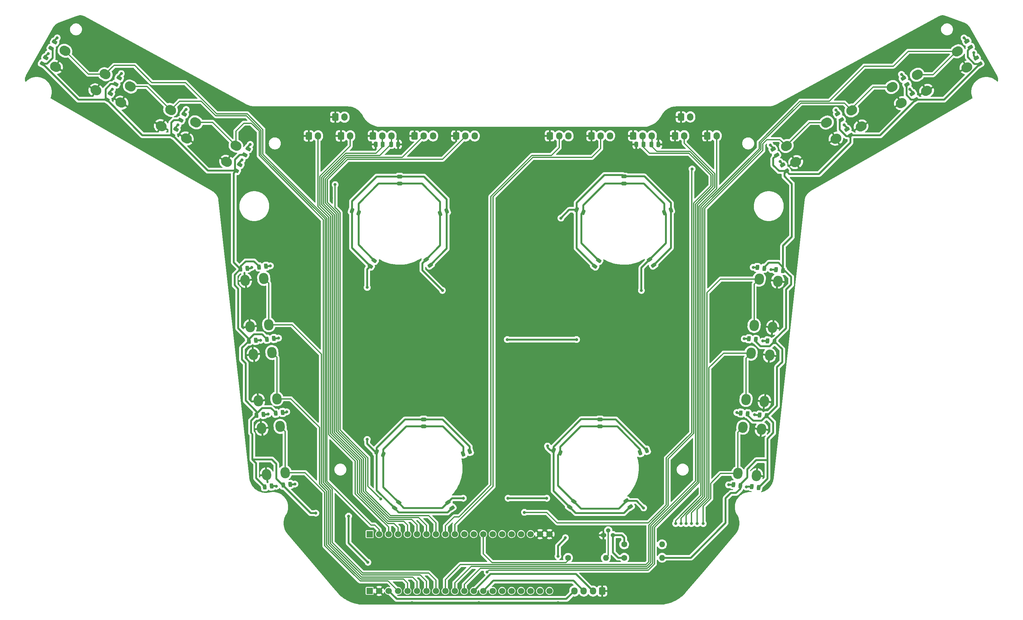
<source format=gbr>
%TF.GenerationSoftware,KiCad,Pcbnew,(6.0.1)*%
%TF.CreationDate,2022-11-23T14:03:38+01:00*%
%TF.ProjectId,992 GT3R PCB 2,39393220-4754-4335-9220-50434220322e,rev?*%
%TF.SameCoordinates,Original*%
%TF.FileFunction,Copper,L1,Top*%
%TF.FilePolarity,Positive*%
%FSLAX46Y46*%
G04 Gerber Fmt 4.6, Leading zero omitted, Abs format (unit mm)*
G04 Created by KiCad (PCBNEW (6.0.1)) date 2022-11-23 14:03:38*
%MOMM*%
%LPD*%
G01*
G04 APERTURE LIST*
G04 Aperture macros list*
%AMRoundRect*
0 Rectangle with rounded corners*
0 $1 Rounding radius*
0 $2 $3 $4 $5 $6 $7 $8 $9 X,Y pos of 4 corners*
0 Add a 4 corners polygon primitive as box body*
4,1,4,$2,$3,$4,$5,$6,$7,$8,$9,$2,$3,0*
0 Add four circle primitives for the rounded corners*
1,1,$1+$1,$2,$3*
1,1,$1+$1,$4,$5*
1,1,$1+$1,$6,$7*
1,1,$1+$1,$8,$9*
0 Add four rect primitives between the rounded corners*
20,1,$1+$1,$2,$3,$4,$5,0*
20,1,$1+$1,$4,$5,$6,$7,0*
20,1,$1+$1,$6,$7,$8,$9,0*
20,1,$1+$1,$8,$9,$2,$3,0*%
%AMHorizOval*
0 Thick line with rounded ends*
0 $1 width*
0 $2 $3 position (X,Y) of the first rounded end (center of the circle)*
0 $4 $5 position (X,Y) of the second rounded end (center of the circle)*
0 Add line between two ends*
20,1,$1,$2,$3,$4,$5,0*
0 Add two circle primitives to create the rounded ends*
1,1,$1,$2,$3*
1,1,$1,$4,$5*%
G04 Aperture macros list end*
%TA.AperFunction,SMDPad,CuDef*%
%ADD10RoundRect,0.243750X-0.513547X-0.062026X-0.233929X-0.461363X0.513547X0.062026X0.233929X0.461363X0*%
%TD*%
%TA.AperFunction,SMDPad,CuDef*%
%ADD11RoundRect,0.243750X0.290853X0.427765X-0.193887X0.479569X-0.290853X-0.427765X0.193887X-0.479569X0*%
%TD*%
%TA.AperFunction,SMDPad,CuDef*%
%ADD12RoundRect,0.243750X-0.193887X-0.479569X0.290853X-0.427765X0.193887X0.479569X-0.290853X0.427765X0*%
%TD*%
%TA.AperFunction,SMDPad,CuDef*%
%ADD13RoundRect,0.243750X0.385097X0.345367X-0.073003X0.512102X-0.385097X-0.345367X0.073003X-0.512102X0*%
%TD*%
%TA.AperFunction,ComponentPad*%
%ADD14HorizOval,2.500000X0.216069X0.125755X-0.216069X-0.125755X0*%
%TD*%
%TA.AperFunction,SMDPad,CuDef*%
%ADD15RoundRect,0.243750X0.277072X-0.436817X0.517128X-0.012519X-0.277072X0.436817X-0.517128X0.012519X0*%
%TD*%
%TA.AperFunction,ComponentPad*%
%ADD16HorizOval,2.500000X0.027434X0.248490X-0.027434X-0.248490X0*%
%TD*%
%TA.AperFunction,SMDPad,CuDef*%
%ADD17RoundRect,0.243750X-0.073003X-0.512102X0.385097X-0.345367X0.073003X0.512102X-0.385097X0.345367X0*%
%TD*%
%TA.AperFunction,ComponentPad*%
%ADD18HorizOval,2.500000X0.026566X-0.248584X-0.026566X0.248584X0*%
%TD*%
%TA.AperFunction,SMDPad,CuDef*%
%ADD19RoundRect,0.250000X0.250000X0.475000X-0.250000X0.475000X-0.250000X-0.475000X0.250000X-0.475000X0*%
%TD*%
%TA.AperFunction,ComponentPad*%
%ADD20HorizOval,2.500000X0.216069X-0.125755X-0.216069X0.125755X0*%
%TD*%
%TA.AperFunction,SMDPad,CuDef*%
%ADD21RoundRect,0.243750X0.516936X0.018836X0.271714X0.440170X-0.516936X-0.018836X-0.271714X-0.440170X0*%
%TD*%
%TA.AperFunction,SMDPad,CuDef*%
%ADD22RoundRect,0.243750X-0.233929X0.461363X-0.513547X0.062026X0.233929X-0.461363X0.513547X-0.062026X0*%
%TD*%
%TA.AperFunction,SMDPad,CuDef*%
%ADD23RoundRect,0.243750X0.456250X-0.243750X0.456250X0.243750X-0.456250X0.243750X-0.456250X-0.243750X0*%
%TD*%
%TA.AperFunction,ComponentPad*%
%ADD24C,1.600000*%
%TD*%
%TA.AperFunction,ComponentPad*%
%ADD25O,1.600000X1.600000*%
%TD*%
%TA.AperFunction,SMDPad,CuDef*%
%ADD26RoundRect,0.250000X-0.250000X-0.475000X0.250000X-0.475000X0.250000X0.475000X-0.250000X0.475000X0*%
%TD*%
%TA.AperFunction,ComponentPad*%
%ADD27RoundRect,0.250000X-0.600000X-0.750000X0.600000X-0.750000X0.600000X0.750000X-0.600000X0.750000X0*%
%TD*%
%TA.AperFunction,ComponentPad*%
%ADD28O,1.700000X2.000000*%
%TD*%
%TA.AperFunction,ComponentPad*%
%ADD29RoundRect,0.250000X-0.600000X-0.725000X0.600000X-0.725000X0.600000X0.725000X-0.600000X0.725000X0*%
%TD*%
%TA.AperFunction,ComponentPad*%
%ADD30O,1.700000X1.950000*%
%TD*%
%TA.AperFunction,ComponentPad*%
%ADD31RoundRect,0.250000X0.600000X0.725000X-0.600000X0.725000X-0.600000X-0.725000X0.600000X-0.725000X0*%
%TD*%
%TA.AperFunction,ComponentPad*%
%ADD32O,1.600000X1.200000*%
%TD*%
%TA.AperFunction,ComponentPad*%
%ADD33O,1.200000X1.200000*%
%TD*%
%TA.AperFunction,ComponentPad*%
%ADD34C,1.700000*%
%TD*%
%TA.AperFunction,ComponentPad*%
%ADD35R,1.700000X1.700000*%
%TD*%
%TA.AperFunction,ViaPad*%
%ADD36C,0.800000*%
%TD*%
%TA.AperFunction,Conductor*%
%ADD37C,0.500000*%
%TD*%
%TA.AperFunction,Conductor*%
%ADD38C,0.300000*%
%TD*%
G04 APERTURE END LIST*
D10*
%TO.P,D33,1,K*%
%TO.N,Net-(D33-Pad1)*%
X131242272Y58547955D03*
%TO.P,D33,2,A*%
%TO.N,LEDPwr*%
X132317728Y57012045D03*
%TD*%
D11*
%TO.P,D18,1,K*%
%TO.N,Net-(D1-Pad1)*%
X214674692Y62530377D03*
%TO.P,D18,2,A*%
%TO.N,LEDPwr*%
X212810308Y62729623D03*
%TD*%
D12*
%TO.P,D11,1,K*%
%TO.N,Net-(D1-Pad1)*%
X77798325Y101803114D03*
%TO.P,D11,2,A*%
%TO.N,LEDPwr*%
X79662709Y102002360D03*
%TD*%
D13*
%TO.P,D48,1,K*%
%TO.N,Net-(D33-Pad1)*%
X107255000Y136213712D03*
%TO.P,D48,2,A*%
%TO.N,LEDPwr*%
X105493076Y136855000D03*
%TD*%
D14*
%TO.P,SW11,1,1*%
%TO.N,Net-(SW11-Pad1)*%
X250433435Y170037749D03*
X239630000Y163750000D03*
%TO.P,SW11,2,2*%
%TO.N,GND*%
X252948535Y165716375D03*
X242145100Y159428626D03*
%TD*%
D12*
%TO.P,D14,1,K*%
%TO.N,Net-(D1-Pad1)*%
X84987808Y82460377D03*
%TO.P,D14,2,A*%
%TO.N,LEDPwr*%
X86852192Y82659623D03*
%TD*%
D15*
%TO.P,D4,1,K*%
%TO.N,Net-(D1-Pad1)*%
X42088353Y170804042D03*
%TO.P,D4,2,A*%
%TO.N,LEDPwr*%
X43011647Y172435958D03*
%TD*%
D16*
%TO.P,SW9,1,1*%
%TO.N,Net-(SW9-Pad1)*%
X214800938Y118446592D03*
X213429259Y106022080D03*
%TO.P,SW9,2,2*%
%TO.N,GND*%
X219770743Y117897920D03*
X218399064Y105473408D03*
%TD*%
D17*
%TO.P,D46,1,K*%
%TO.N,Net-(D33-Pad1)*%
X189324038Y136359356D03*
%TO.P,D46,2,A*%
%TO.N,LEDPwr*%
X191085962Y137000644D03*
%TD*%
D12*
%TO.P,D15,1,K*%
%TO.N,Net-(D1-Pad1)*%
X82047808Y62680377D03*
%TO.P,D15,2,A*%
%TO.N,LEDPwr*%
X83912192Y62879623D03*
%TD*%
D18*
%TO.P,SW6,1,1*%
%TO.N,Net-(SW6-Pad1)*%
X87549996Y66481048D03*
X86221695Y78910272D03*
%TO.P,SW6,2,2*%
%TO.N,GND*%
X81250005Y78378952D03*
X82578306Y65949727D03*
%TD*%
D19*
%TO.P,C2,1*%
%TO.N,Net-(C2-Pad1)*%
X183705000Y154630000D03*
%TO.P,C2,2*%
%TO.N,GND*%
X181805000Y154630000D03*
%TD*%
D17*
%TO.P,D34,1,K*%
%TO.N,Net-(D33-Pad1)*%
X135349038Y71559356D03*
%TO.P,D34,2,A*%
%TO.N,LEDPwr*%
X137110962Y72200644D03*
%TD*%
D20*
%TO.P,SW3,1,1*%
%TO.N,Net-(SW3-Pad1)*%
X74349267Y154256813D03*
X63545832Y160544562D03*
%TO.P,SW3,2,2*%
%TO.N,GND*%
X71834167Y149935439D03*
X61030732Y156223188D03*
%TD*%
D21*
%TO.P,D30,1,K*%
%TO.N,Net-(D1-Pad1)*%
X256841581Y166639742D03*
%TO.P,D30,2,A*%
%TO.N,LEDPwr*%
X255898419Y168260258D03*
%TD*%
%TO.P,D29,1,K*%
%TO.N,Net-(D1-Pad1)*%
X254448503Y170731917D03*
%TO.P,D29,2,A*%
%TO.N,LEDPwr*%
X253505341Y172352433D03*
%TD*%
D22*
%TO.P,D49,1,K*%
%TO.N,Net-(D33-Pad1)*%
X111467728Y123472955D03*
%TO.P,D49,2,A*%
%TO.N,LEDPwr*%
X110392272Y121937045D03*
%TD*%
D17*
%TO.P,D39,1,K*%
%TO.N,Net-(D33-Pad1)*%
X182849038Y71859356D03*
%TO.P,D39,2,A*%
%TO.N,LEDPwr*%
X184610962Y72500644D03*
%TD*%
D15*
%TO.P,D6,1,K*%
%TO.N,Net-(D1-Pad1)*%
X59561436Y161136180D03*
%TO.P,D6,2,A*%
%TO.N,LEDPwr*%
X60484730Y162768096D03*
%TD*%
D21*
%TO.P,D28,1,K*%
%TO.N,Net-(D1-Pad1)*%
X239281581Y157039742D03*
%TO.P,D28,2,A*%
%TO.N,LEDPwr*%
X238338419Y158660258D03*
%TD*%
D23*
%TO.P,D35,1,K*%
%TO.N,Net-(D33-Pad1)*%
X124705000Y78905000D03*
%TO.P,D35,2,A*%
%TO.N,LEDPwr*%
X124705000Y80780000D03*
%TD*%
D18*
%TO.P,SW5,1,1*%
%TO.N,Net-(SW5-Pad1)*%
X84011695Y98750272D03*
X85339996Y86321048D03*
%TO.P,SW5,2,2*%
%TO.N,GND*%
X79040005Y98218952D03*
X80368306Y85789727D03*
%TD*%
D15*
%TO.P,D5,1,K*%
%TO.N,Net-(D1-Pad1)*%
X57316706Y157078084D03*
%TO.P,D5,2,A*%
%TO.N,LEDPwr*%
X58240000Y158710000D03*
%TD*%
D12*
%TO.P,D13,1,K*%
%TO.N,Net-(D1-Pad1)*%
X79867808Y81910377D03*
%TO.P,D13,2,A*%
%TO.N,LEDPwr*%
X81732192Y82109623D03*
%TD*%
D24*
%TO.P,R3,1*%
%TO.N,Net-(Q1-Pad3)*%
X178550000Y47255000D03*
D25*
%TO.P,R3,2*%
%TO.N,Net-(D33-Pad1)*%
X188710000Y47255000D03*
%TD*%
D10*
%TO.P,D38,1,K*%
%TO.N,Net-(D33-Pad1)*%
X179117272Y58897955D03*
%TO.P,D38,2,A*%
%TO.N,LEDPwr*%
X180192728Y57362045D03*
%TD*%
D15*
%TO.P,D2,1,K*%
%TO.N,Net-(D1-Pad1)*%
X24768353Y180464042D03*
%TO.P,D2,2,A*%
%TO.N,LEDPwr*%
X25691647Y182095958D03*
%TD*%
D22*
%TO.P,D44,1,K*%
%TO.N,Net-(D33-Pad1)*%
X171705456Y123465910D03*
%TO.P,D44,2,A*%
%TO.N,LEDPwr*%
X170630000Y121930000D03*
%TD*%
D11*
%TO.P,D24,1,K*%
%TO.N,Net-(D1-Pad1)*%
X221192192Y120780377D03*
%TO.P,D24,2,A*%
%TO.N,LEDPwr*%
X219327808Y120979623D03*
%TD*%
D15*
%TO.P,D3,1,K*%
%TO.N,Net-(D1-Pad1)*%
X39706706Y166618084D03*
%TO.P,D3,2,A*%
%TO.N,LEDPwr*%
X40630000Y168250000D03*
%TD*%
D12*
%TO.P,D16,1,K*%
%TO.N,Net-(D1-Pad1)*%
X87037808Y63150377D03*
%TO.P,D16,2,A*%
%TO.N,LEDPwr*%
X88902192Y63349623D03*
%TD*%
D21*
%TO.P,D27,1,K*%
%TO.N,Net-(D1-Pad1)*%
X236791581Y161199742D03*
%TO.P,D27,2,A*%
%TO.N,LEDPwr*%
X235848419Y162820258D03*
%TD*%
D10*
%TO.P,D45,1,K*%
%TO.N,Net-(D33-Pad1)*%
X185380000Y123730000D03*
%TO.P,D45,2,A*%
%TO.N,LEDPwr*%
X186455456Y122194090D03*
%TD*%
D23*
%TO.P,D47,1,K*%
%TO.N,Net-(D33-Pad1)*%
X178530000Y144155000D03*
%TO.P,D47,2,A*%
%TO.N,LEDPwr*%
X178530000Y146030000D03*
%TD*%
D15*
%TO.P,D1,1,K*%
%TO.N,Net-(D1-Pad1)*%
X22418353Y176264042D03*
%TO.P,D1,2,A*%
%TO.N,LEDPwr*%
X23341647Y177895958D03*
%TD*%
D24*
%TO.P,R1,1*%
%TO.N,B0LEDCONTROL*%
X163480000Y43630000D03*
D25*
%TO.P,R1,2*%
%TO.N,Net-(Q1-Pad2)*%
X173640000Y43630000D03*
%TD*%
D12*
%TO.P,D9,1,K*%
%TO.N,Net-(D1-Pad1)*%
X75575616Y121180754D03*
%TO.P,D9,2,A*%
%TO.N,LEDPwr*%
X77440000Y121380000D03*
%TD*%
D21*
%TO.P,D25,1,K*%
%TO.N,Net-(D1-Pad1)*%
X219451581Y151719742D03*
%TO.P,D25,2,A*%
%TO.N,LEDPwr*%
X218508419Y153340258D03*
%TD*%
D10*
%TO.P,D50,1,K*%
%TO.N,Net-(D33-Pad1)*%
X125417272Y123747955D03*
%TO.P,D50,2,A*%
%TO.N,LEDPwr*%
X126492728Y122212045D03*
%TD*%
D17*
%TO.P,D51,1,K*%
%TO.N,Net-(D33-Pad1)*%
X129174038Y136084356D03*
%TO.P,D51,2,A*%
%TO.N,LEDPwr*%
X130935962Y136725644D03*
%TD*%
D20*
%TO.P,SW2,1,1*%
%TO.N,Net-(SW2-Pad1)*%
X56809267Y163866813D03*
X46005832Y170154562D03*
%TO.P,SW2,2,2*%
%TO.N,GND*%
X54294167Y159545439D03*
X43490732Y165833188D03*
%TD*%
D11*
%TO.P,D20,1,K*%
%TO.N,Net-(D1-Pad1)*%
X216772192Y81770377D03*
%TO.P,D20,2,A*%
%TO.N,LEDPwr*%
X214907808Y81969623D03*
%TD*%
D14*
%TO.P,SW10,1,1*%
%TO.N,Net-(SW10-Pad1)*%
X232873435Y160494561D03*
X222070000Y154206812D03*
%TO.P,SW10,2,2*%
%TO.N,GND*%
X224585100Y149885438D03*
X235388535Y156173187D03*
%TD*%
D13*
%TO.P,D43,1,K*%
%TO.N,Net-(D33-Pad1)*%
X167535962Y136409356D03*
%TO.P,D43,2,A*%
%TO.N,LEDPwr*%
X165774038Y137050644D03*
%TD*%
D18*
%TO.P,SW4,1,1*%
%TO.N,Net-(SW4-Pad1)*%
X83149996Y106221048D03*
X81821695Y118650272D03*
%TO.P,SW4,2,2*%
%TO.N,GND*%
X78178306Y105689727D03*
X76850005Y118118952D03*
%TD*%
D20*
%TO.P,SW1,1,1*%
%TO.N,Net-(SW1-Pad1)*%
X39259267Y173456813D03*
X28455832Y179744562D03*
%TO.P,SW1,2,2*%
%TO.N,GND*%
X25940732Y175423188D03*
X36744167Y169135439D03*
%TD*%
D15*
%TO.P,D8,1,K*%
%TO.N,Net-(D1-Pad1)*%
X76708862Y151816775D03*
%TO.P,D8,2,A*%
%TO.N,LEDPwr*%
X77632156Y153448691D03*
%TD*%
D26*
%TO.P,C4,1*%
%TO.N,Net-(C4-Pad1)*%
X185855000Y154630000D03*
%TO.P,C4,2*%
%TO.N,GND*%
X187755000Y154630000D03*
%TD*%
D23*
%TO.P,D40,1,K*%
%TO.N,Net-(D33-Pad1)*%
X172055000Y78905000D03*
%TO.P,D40,2,A*%
%TO.N,LEDPwr*%
X172055000Y80780000D03*
%TD*%
D12*
%TO.P,D10,1,K*%
%TO.N,Net-(D1-Pad1)*%
X80517808Y121710377D03*
%TO.P,D10,2,A*%
%TO.N,LEDPwr*%
X82382192Y121909623D03*
%TD*%
D22*
%TO.P,D42,1,K*%
%TO.N,Net-(D33-Pad1)*%
X165005228Y58795732D03*
%TO.P,D42,2,A*%
%TO.N,LEDPwr*%
X163929772Y57259822D03*
%TD*%
%TO.P,D37,1,K*%
%TO.N,Net-(D33-Pad1)*%
X118005000Y58497955D03*
%TO.P,D37,2,A*%
%TO.N,LEDPwr*%
X116929544Y56962045D03*
%TD*%
D26*
%TO.P,C3,1*%
%TO.N,Net-(C3-Pad1)*%
X115980000Y154630000D03*
%TO.P,C3,2*%
%TO.N,GND*%
X117880000Y154630000D03*
%TD*%
D11*
%TO.P,D17,1,K*%
%TO.N,Net-(D1-Pad1)*%
X209730000Y63040000D03*
%TO.P,D17,2,A*%
%TO.N,LEDPwr*%
X207865616Y63239246D03*
%TD*%
D21*
%TO.P,D31,1,K*%
%TO.N,Net-(D1-Pad1)*%
X271451581Y180719742D03*
%TO.P,D31,2,A*%
%TO.N,LEDPwr*%
X270508419Y182340258D03*
%TD*%
D11*
%TO.P,D23,1,K*%
%TO.N,Net-(D1-Pad1)*%
X216132192Y121380377D03*
%TO.P,D23,2,A*%
%TO.N,LEDPwr*%
X214267808Y121579623D03*
%TD*%
%TO.P,D19,1,K*%
%TO.N,Net-(D1-Pad1)*%
X211722192Y82310377D03*
%TO.P,D19,2,A*%
%TO.N,LEDPwr*%
X209857808Y82509623D03*
%TD*%
D13*
%TO.P,D36,1,K*%
%TO.N,Net-(D33-Pad1)*%
X113910962Y71409356D03*
%TO.P,D36,2,A*%
%TO.N,LEDPwr*%
X112149038Y72050644D03*
%TD*%
%TO.P,D41,1,K*%
%TO.N,Net-(D33-Pad1)*%
X161360962Y71809356D03*
%TO.P,D41,2,A*%
%TO.N,LEDPwr*%
X159599038Y72450644D03*
%TD*%
D15*
%TO.P,D7,1,K*%
%TO.N,Net-(D1-Pad1)*%
X74458353Y147564042D03*
%TO.P,D7,2,A*%
%TO.N,LEDPwr*%
X75381647Y149195958D03*
%TD*%
D24*
%TO.P,R2,1*%
%TO.N,Net-(Q1-Pad3)*%
X178590000Y43655000D03*
D25*
%TO.P,R2,2*%
%TO.N,Net-(D1-Pad1)*%
X188750000Y43655000D03*
%TD*%
D16*
%TO.P,SW8,1,1*%
%TO.N,Net-(SW8-Pad1)*%
X211239259Y86152080D03*
X212610938Y98576592D03*
%TO.P,SW8,2,2*%
%TO.N,GND*%
X217580743Y98027920D03*
X216209064Y85603408D03*
%TD*%
D23*
%TO.P,D52,1,K*%
%TO.N,Net-(D33-Pad1)*%
X118255000Y144105000D03*
%TO.P,D52,2,A*%
%TO.N,LEDPwr*%
X118255000Y145980000D03*
%TD*%
D12*
%TO.P,D12,1,K*%
%TO.N,Net-(D1-Pad1)*%
X82677808Y102320377D03*
%TO.P,D12,2,A*%
%TO.N,LEDPwr*%
X84542192Y102519623D03*
%TD*%
D21*
%TO.P,D26,1,K*%
%TO.N,Net-(D1-Pad1)*%
X222061581Y147459742D03*
%TO.P,D26,2,A*%
%TO.N,LEDPwr*%
X221118419Y149080258D03*
%TD*%
D19*
%TO.P,C1,1*%
%TO.N,Net-(C1-Pad1)*%
X113755000Y154630000D03*
%TO.P,C1,2*%
%TO.N,GND*%
X111855000Y154630000D03*
%TD*%
D16*
%TO.P,SW7,1,1*%
%TO.N,Net-(SW7-Pad1)*%
X209059259Y66272080D03*
X210430938Y78696592D03*
%TO.P,SW7,2,2*%
%TO.N,GND*%
X214029064Y65723408D03*
X215400743Y78147920D03*
%TD*%
D11*
%TO.P,D21,1,K*%
%TO.N,Net-(D1-Pad1)*%
X213912192Y102250377D03*
%TO.P,D21,2,A*%
%TO.N,LEDPwr*%
X212047808Y102449623D03*
%TD*%
D14*
%TO.P,SW12,1,1*%
%TO.N,Net-(SW12-Pad1)*%
X257210000Y173330000D03*
X268013435Y179617749D03*
%TO.P,SW12,2,2*%
%TO.N,GND*%
X270528535Y175296375D03*
X259725100Y169008626D03*
%TD*%
D11*
%TO.P,D22,1,K*%
%TO.N,Net-(D1-Pad1)*%
X218912192Y101700377D03*
%TO.P,D22,2,A*%
%TO.N,LEDPwr*%
X217047808Y101899623D03*
%TD*%
D21*
%TO.P,D32,1,K*%
%TO.N,Net-(D1-Pad1)*%
X273996003Y176211917D03*
%TO.P,D32,2,A*%
%TO.N,LEDPwr*%
X273052841Y177832433D03*
%TD*%
D27*
%TO.P,J1,1,Pin_1*%
%TO.N,GND*%
X93880000Y156905000D03*
D28*
%TO.P,J1,2,Pin_2*%
%TO.N,Net-(J1-Pad2)*%
X96380000Y156905000D03*
%TD*%
D29*
%TO.P,J5,1,Pin_1*%
%TO.N,GND*%
X111130000Y156905000D03*
D30*
%TO.P,J5,2,Pin_2*%
%TO.N,Net-(C1-Pad1)*%
X113630000Y156905000D03*
%TO.P,J5,3,Pin_3*%
%TO.N,Net-(C3-Pad1)*%
X116130000Y156905000D03*
%TD*%
D31*
%TO.P,USBin1,1,Pin_1*%
%TO.N,GND*%
X172670000Y34720000D03*
D30*
%TO.P,USBin1,2,Pin_2*%
%TO.N,UDBD+*%
X170170000Y34720000D03*
%TO.P,USBin1,3,Pin_3*%
%TO.N,USBD-*%
X167670000Y34720000D03*
%TO.P,USBin1,4,Pin_4*%
%TO.N,LEDPwr*%
X165170000Y34720000D03*
%TD*%
D27*
%TO.P,J12,1,Pin_1*%
%TO.N,GND*%
X100990000Y161950000D03*
D28*
%TO.P,J12,2,Pin_2*%
%TO.N,Net-(J12-Pad2)*%
X103490000Y161950000D03*
%TD*%
D29*
%TO.P,J6,1,Pin_1*%
%TO.N,GND*%
X180980000Y156930000D03*
D30*
%TO.P,J6,2,Pin_2*%
%TO.N,Net-(C2-Pad1)*%
X183480000Y156930000D03*
%TO.P,J6,3,Pin_3*%
%TO.N,Net-(C4-Pad1)*%
X185980000Y156930000D03*
%TD*%
D32*
%TO.P,Q1,1,E*%
%TO.N,GND*%
X173019724Y49714724D03*
D33*
%TO.P,Q1,2,B*%
%TO.N,Net-(Q1-Pad2)*%
X174289724Y50984724D03*
%TO.P,Q1,3,C*%
%TO.N,Net-(Q1-Pad3)*%
X175559724Y49714724D03*
%TD*%
D29*
%TO.P,J10,1,Pin_1*%
%TO.N,GND*%
X169755000Y156930000D03*
D30*
%TO.P,J10,2,Pin_2*%
%TO.N,Rotor4Sign*%
X172255000Y156930000D03*
%TO.P,J10,3,Pin_3*%
%TO.N,Rotor3v3*%
X174755000Y156930000D03*
%TD*%
D29*
%TO.P,J8,1,Pin_1*%
%TO.N,GND*%
X133440000Y156885000D03*
D30*
%TO.P,J8,2,Pin_2*%
%TO.N,Rotor2Sign*%
X135940000Y156885000D03*
%TO.P,J8,3,Pin_3*%
%TO.N,Rotor3v3*%
X138440000Y156885000D03*
%TD*%
D29*
%TO.P,J9,1,Pin_1*%
%TO.N,GND*%
X158605000Y156905000D03*
D30*
%TO.P,J9,2,Pin_2*%
%TO.N,Rotor3Sign*%
X161105000Y156905000D03*
%TO.P,J9,3,Pin_3*%
%TO.N,Rotor3v3*%
X163605000Y156905000D03*
%TD*%
D29*
%TO.P,J7,1,Pin_1*%
%TO.N,GND*%
X122260000Y156895000D03*
D30*
%TO.P,J7,2,Pin_2*%
%TO.N,Rotor1Sign*%
X124760000Y156895000D03*
%TO.P,J7,3,Pin_3*%
%TO.N,Rotor3v3*%
X127260000Y156895000D03*
%TD*%
D27*
%TO.P,J11,1,Pin_1*%
%TO.N,GND*%
X193780000Y162000000D03*
D28*
%TO.P,J11,2,Pin_2*%
%TO.N,Net-(J11-Pad2)*%
X196280000Y162000000D03*
%TD*%
D27*
%TO.P,J4,1,Pin_1*%
%TO.N,GND*%
X200880000Y156930000D03*
D28*
%TO.P,J4,2,Pin_2*%
%TO.N,Net-(J4-Pad2)*%
X203380000Y156930000D03*
%TD*%
D27*
%TO.P,J3,1,Pin_1*%
%TO.N,GND*%
X192180000Y156930000D03*
D28*
%TO.P,J3,2,Pin_2*%
%TO.N,Net-(J3-Pad2)*%
X194680000Y156930000D03*
%TD*%
D34*
%TO.P,U1,1,GND*%
%TO.N,GND*%
X158500000Y50000000D03*
%TO.P,U1,2,GND*%
X155960000Y50000000D03*
%TO.P,U1,3,3v3*%
%TO.N,Rotor3v3*%
X153420000Y50000000D03*
%TO.P,U1,4,RES*%
%TO.N,unconnected-(U1-Pad4)*%
X150880000Y50000000D03*
%TO.P,U1,5,B11*%
%TO.N,unconnected-(U1-Pad5)*%
X148340000Y50000000D03*
%TO.P,U1,6,B10*%
%TO.N,unconnected-(U1-Pad6)*%
X145800000Y50000000D03*
%TO.P,U1,7,B1*%
%TO.N,unconnected-(U1-Pad7)*%
X143260000Y50000000D03*
%TO.P,U1,8,B0*%
%TO.N,B0LEDCONTROL*%
X140720000Y50000000D03*
%TO.P,U1,9,A7*%
%TO.N,Net-(J11-Pad2)*%
X138180000Y50000000D03*
%TO.P,U1,10,A6*%
%TO.N,Net-(J12-Pad2)*%
X135640000Y50000000D03*
%TO.P,U1,11,A5*%
%TO.N,Rotor4Sign*%
X133100000Y50000000D03*
%TO.P,U1,12,A4*%
%TO.N,Rotor3Sign*%
X130560000Y50000000D03*
%TO.P,U1,13,A3*%
%TO.N,Rotor2Sign*%
X128020000Y50000000D03*
%TO.P,U1,14,A2*%
%TO.N,Rotor1Sign*%
X125480000Y50000000D03*
%TO.P,U1,15,A1*%
%TO.N,Net-(C3-Pad1)*%
X122940000Y50000000D03*
%TO.P,U1,16,A0*%
%TO.N,Net-(C1-Pad1)*%
X120400000Y50000000D03*
%TO.P,U1,17,C15*%
%TO.N,Net-(J2-Pad2)*%
X117860000Y50000000D03*
%TO.P,U1,18,C14*%
%TO.N,Net-(J1-Pad2)*%
X115320000Y50000000D03*
%TO.P,U1,19,C13*%
%TO.N,Net-(SW1-Pad1)*%
X112780000Y50000000D03*
D35*
%TO.P,U1,20,VBT*%
%TO.N,unconnected-(U1-Pad20)*%
X110240000Y50000000D03*
D34*
%TO.P,U1,21,B12*%
%TO.N,Net-(SW7-Pad1)*%
X158500000Y34760000D03*
%TO.P,U1,22,B13*%
%TO.N,Net-(SW8-Pad1)*%
X155960000Y34760000D03*
%TO.P,U1,23,B14*%
%TO.N,Net-(SW9-Pad1)*%
X153420000Y34760000D03*
%TO.P,U1,24,B15*%
%TO.N,Net-(SW10-Pad1)*%
X150880000Y34760000D03*
%TO.P,U1,25,A8*%
%TO.N,Net-(SW11-Pad1)*%
X148340000Y34760000D03*
%TO.P,U1,26,A9*%
%TO.N,Net-(SW12-Pad1)*%
X145800000Y34760000D03*
%TO.P,U1,27,A10*%
%TO.N,Net-(J4-Pad2)*%
X143260000Y34760000D03*
%TO.P,U1,28,A11*%
%TO.N,USBD-*%
X140720000Y34760000D03*
%TO.P,U1,29,A12*%
%TO.N,UDBD+*%
X138180000Y34760000D03*
%TO.P,U1,30,A15*%
%TO.N,Net-(J3-Pad2)*%
X135640000Y34760000D03*
%TO.P,U1,31,B3*%
%TO.N,Net-(C4-Pad1)*%
X133100000Y34760000D03*
%TO.P,U1,32,B4*%
%TO.N,Net-(C2-Pad1)*%
X130560000Y34760000D03*
%TO.P,U1,33,B5*%
%TO.N,Net-(SW2-Pad1)*%
X128020000Y34760000D03*
%TO.P,U1,34,B6*%
%TO.N,Net-(SW3-Pad1)*%
X125480000Y34760000D03*
%TO.P,U1,35,B7*%
%TO.N,Net-(SW4-Pad1)*%
X122940000Y34760000D03*
%TO.P,U1,36,B8*%
%TO.N,Net-(SW5-Pad1)*%
X120400000Y34760000D03*
%TO.P,U1,37,B9*%
%TO.N,Net-(SW6-Pad1)*%
X117860000Y34760000D03*
%TO.P,U1,38,5V*%
%TO.N,LEDPwr*%
X115320000Y34760000D03*
%TO.P,U1,39,GND*%
%TO.N,GND*%
X112780000Y34760000D03*
D35*
%TO.P,U1,40,3V3*%
%TO.N,unconnected-(U1-Pad40)*%
X110240000Y34760000D03*
%TD*%
D27*
%TO.P,J2,1,Pin_1*%
%TO.N,GND*%
X102510000Y156905000D03*
D28*
%TO.P,J2,2,Pin_2*%
%TO.N,Net-(J2-Pad2)*%
X105010000Y156905000D03*
%TD*%
D36*
%TO.N,LEDPwr*%
X109580000Y116230000D03*
X160780000Y44030000D03*
X210780000Y102430000D03*
X213580000Y82030000D03*
X157980000Y73630000D03*
X217780000Y154430000D03*
X87980000Y82830000D03*
X104580000Y54830000D03*
X43580000Y173630000D03*
X85780000Y102630000D03*
X252980000Y173430000D03*
X269780000Y183230000D03*
X85180000Y62830000D03*
X41180000Y169430000D03*
X78180000Y154630000D03*
X162780000Y49030000D03*
X217980000Y121030000D03*
X26380000Y183230000D03*
X211380000Y62630000D03*
X255180000Y169430000D03*
X161580000Y134830000D03*
X75980000Y150430000D03*
X83580000Y122030000D03*
X272380000Y179230000D03*
X109780000Y42430000D03*
X235380000Y163830000D03*
X23980000Y179030000D03*
X78580000Y121630000D03*
X208780000Y82630000D03*
X213180000Y121630000D03*
X109580000Y75430000D03*
X80980000Y102030000D03*
X237580000Y159830000D03*
X90180000Y63430000D03*
X206580000Y63230000D03*
X215780000Y101830000D03*
X58780000Y159830000D03*
X60980000Y164030000D03*
X220380000Y150030000D03*
X82980000Y82230000D03*
%TO.N,Net-(J4-Pad2)*%
X141780000Y39830000D03*
%TO.N,GND*%
X104480000Y109530000D03*
X194480000Y115030000D03*
X264180000Y178230000D03*
X62380000Y172230000D03*
X238980000Y166630000D03*
X97580000Y148830000D03*
X139680000Y121130000D03*
X94480000Y109530000D03*
X219380000Y82430000D03*
X114280000Y121130000D03*
X142580000Y47230000D03*
X165080000Y95730000D03*
X245580000Y152830000D03*
X100380000Y37430000D03*
X190480000Y108430000D03*
X259180000Y186230000D03*
X73180000Y112630000D03*
X165080000Y108430000D03*
X277380000Y173430000D03*
X151110000Y95730000D03*
X115180000Y32430000D03*
X59980000Y148630000D03*
X67290000Y155420000D03*
X79990000Y108430000D03*
X82530000Y127480000D03*
X95180000Y140630000D03*
X75180000Y94430000D03*
X210800000Y70330000D03*
X38980000Y184830000D03*
X215880000Y146530000D03*
X194480000Y120530000D03*
X184130000Y70330000D03*
X49780000Y178830000D03*
X126980000Y83030000D03*
X158980000Y47230000D03*
X156190000Y83030000D03*
X268380000Y165830000D03*
X139680000Y146530000D03*
X164580000Y48830000D03*
X235980000Y173230000D03*
X115480000Y43530000D03*
X82530000Y133830000D03*
X88380000Y59630000D03*
X139680000Y133830000D03*
X151110000Y83030000D03*
X150980000Y52830000D03*
X204580000Y145630000D03*
X152380000Y156690000D03*
X155780000Y47230000D03*
X110880000Y64730000D03*
X190480000Y95730000D03*
X119480000Y154655000D03*
X194480000Y126030000D03*
X151110000Y133830000D03*
X104480000Y103530000D03*
X218180000Y75030000D03*
X178980000Y31630000D03*
X139680000Y83030000D03*
X112780000Y43430000D03*
X191980000Y55030000D03*
X77380000Y74230000D03*
X203580000Y45830000D03*
X100180000Y73830000D03*
X198580000Y39830000D03*
X225180000Y138030000D03*
X121580000Y31630000D03*
X75780000Y156630000D03*
X27580000Y182230000D03*
X156190000Y95730000D03*
X206280000Y61530000D03*
X114280000Y108430000D03*
X105390000Y83030000D03*
X221380000Y102430000D03*
X101580000Y57630000D03*
X105380000Y32430000D03*
X152380000Y146530000D03*
X96380000Y101030000D03*
X151110000Y70330000D03*
X215880000Y95730000D03*
X196180000Y70330000D03*
X213980000Y83630000D03*
X209530000Y157960000D03*
X71180000Y132230000D03*
X94480000Y96030000D03*
X201980000Y97430000D03*
X234980000Y147030000D03*
X215880000Y108430000D03*
X155780000Y52630000D03*
X196380000Y74230000D03*
X88880000Y163040000D03*
X203180000Y120495000D03*
X95230000Y83030000D03*
X147780000Y43430000D03*
X191580000Y60230000D03*
X216780000Y63030000D03*
X158580000Y52630000D03*
X128250000Y146530000D03*
X81780000Y95630000D03*
X114280000Y83030000D03*
X126980000Y95730000D03*
X79180000Y63430000D03*
X139680000Y108430000D03*
X158730000Y146530000D03*
X165080000Y83030000D03*
X203180000Y108430000D03*
X50180000Y153830000D03*
X121580000Y152030000D03*
X75380000Y124230000D03*
X114280000Y95730000D03*
X105580000Y36830000D03*
X167620000Y146530000D03*
X69780000Y142630000D03*
X265410000Y175740000D03*
X198180000Y142030000D03*
X110255000Y154630000D03*
X175780000Y43030000D03*
X107930000Y57630000D03*
X99980000Y140230000D03*
X184130000Y83030000D03*
X203180000Y126210000D03*
X95230000Y133830000D03*
X177018000Y35659000D03*
X151110000Y121130000D03*
X85980000Y70430000D03*
X177780000Y83030000D03*
X82530000Y146530000D03*
X221380000Y157230000D03*
X118480000Y43530000D03*
X94180000Y146430000D03*
X174859000Y37437000D03*
X220960000Y133830000D03*
X207780000Y52230000D03*
X82530000Y163040000D03*
X215580000Y163030000D03*
X146580000Y47230000D03*
X157580000Y43430000D03*
X77980000Y159030000D03*
X169271000Y37437000D03*
X88580000Y52430000D03*
X185780000Y36030000D03*
X156190000Y133830000D03*
X164380000Y121030000D03*
X175240000Y95730000D03*
X177780000Y108430000D03*
X139680000Y70330000D03*
X126980000Y108430000D03*
X203180000Y133830000D03*
X48240000Y165580000D03*
X39980000Y159630000D03*
X95230000Y70330000D03*
X139580000Y31630000D03*
X156190000Y121130000D03*
X207980000Y59630000D03*
X77450000Y83030000D03*
X72380000Y121830000D03*
X246580000Y179230000D03*
X75380000Y102830000D03*
X94780000Y43830000D03*
X71580000Y167230000D03*
X203180000Y83030000D03*
X191980000Y33830000D03*
X30460000Y174470000D03*
X248900000Y166850000D03*
X19380000Y173430000D03*
X209530000Y163040000D03*
X72180000Y146030000D03*
X229850000Y156690000D03*
X156190000Y70330000D03*
X206480000Y65230000D03*
X180230000Y154630000D03*
X177018000Y37437000D03*
X151180000Y47230000D03*
X160780000Y31630000D03*
X222980000Y122830000D03*
X189305000Y154655000D03*
X203180000Y114780000D03*
X193020000Y83030000D03*
X139680000Y95730000D03*
X107930000Y146530000D03*
X256380000Y159030000D03*
X190480000Y146530000D03*
X224980000Y167630000D03*
X95230000Y121130000D03*
X30460000Y165580000D03*
X104480000Y96030000D03*
X202380000Y66030000D03*
%TO.N,Net-(SW7-Pad1)*%
X199780000Y52830000D03*
%TO.N,Net-(SW8-Pad1)*%
X198180000Y52830000D03*
%TO.N,Net-(SW9-Pad1)*%
X196580000Y52830000D03*
%TO.N,Net-(SW10-Pad1)*%
X195180000Y52830000D03*
%TO.N,Net-(SW11-Pad1)*%
X193780000Y52830000D03*
%TO.N,Net-(SW12-Pad1)*%
X192380000Y52830000D03*
%TO.N,Net-(D1-Pad1)*%
X95780000Y55630000D03*
%TO.N,Net-(J11-Pad2)*%
X151780000Y55830000D03*
X196780000Y148030000D03*
%TO.N,Net-(J12-Pad2)*%
X113180000Y59430000D03*
X100980000Y143830000D03*
%TO.N,Net-(D33-Pad1)*%
X147380000Y59630000D03*
X129780000Y115430000D03*
X183780000Y57030000D03*
X165780000Y102230000D03*
X157780000Y59630000D03*
X147180000Y102230000D03*
X135380000Y59630000D03*
X183180000Y115430000D03*
%TD*%
D37*
%TO.N,LEDPwr*%
X77440000Y121380000D02*
X78330000Y121380000D01*
X85130377Y62879623D02*
X85180000Y62830000D01*
X40630000Y168250000D02*
X40630000Y168880000D01*
X212047808Y102449623D02*
X210799623Y102449623D01*
X80952360Y102002360D02*
X80980000Y102030000D01*
X105493076Y136855000D02*
X105493076Y139343076D01*
X130935962Y139874038D02*
X130935962Y136725644D01*
X221118419Y149080258D02*
X221118419Y149291581D01*
X212810308Y62729623D02*
X211479623Y62729623D01*
X112149038Y72050644D02*
X112149038Y61742551D01*
X270508419Y182501581D02*
X269780000Y183230000D01*
X40630000Y168880000D02*
X41180000Y169430000D01*
X110392272Y121937045D02*
X105493076Y126836241D01*
X163929772Y57259822D02*
X163950178Y57259822D01*
X130935962Y126655279D02*
X126492728Y122212045D01*
X238338419Y159071581D02*
X237580000Y159830000D01*
X115320000Y34760000D02*
X117500000Y32580000D01*
X178530000Y146030000D02*
X183980000Y146030000D01*
X214267808Y121579623D02*
X213230377Y121579623D01*
X130935962Y136725644D02*
X130935962Y126655279D01*
X109580000Y116230000D02*
X109580000Y121124773D01*
X112149038Y73199038D02*
X112149038Y72050644D01*
X58240000Y159290000D02*
X58780000Y159830000D01*
X176331606Y80780000D02*
X184610962Y72500644D01*
X159599038Y73449038D02*
X159599038Y72450644D01*
X165774038Y137050644D02*
X165774038Y138924038D01*
X191085962Y138924038D02*
X191085962Y137000644D01*
X273052841Y177832433D02*
X272982433Y177832433D01*
X90099623Y63349623D02*
X90180000Y63430000D01*
X163950178Y57259822D02*
X165580000Y55630000D01*
X77632156Y153448691D02*
X77632156Y154082156D01*
X218508419Y153701581D02*
X217780000Y154430000D01*
X166980000Y80830000D02*
X159599038Y73449038D01*
X272380000Y178430000D02*
X272380000Y179230000D01*
X25691647Y182095958D02*
X25691647Y182541647D01*
X75381647Y149831647D02*
X75980000Y150430000D01*
X270508419Y182340258D02*
X270508419Y182501581D01*
X218030377Y120979623D02*
X217980000Y121030000D01*
X221118419Y149291581D02*
X220380000Y150030000D01*
X112149038Y72050644D02*
X111759356Y72050644D01*
X85669623Y102519623D02*
X85780000Y102630000D01*
X161580000Y134830000D02*
X163800644Y137050644D01*
X109580000Y121124773D02*
X110392272Y121937045D01*
X272980000Y177830000D02*
X272380000Y178430000D01*
X165774038Y138924038D02*
X173280000Y146430000D01*
X112149038Y61742551D02*
X116929544Y56962045D01*
X218508419Y153340258D02*
X218508419Y153701581D01*
X81732192Y82109623D02*
X82859623Y82109623D01*
X158759356Y72450644D02*
X157980000Y73230000D01*
X124705000Y80780000D02*
X129830000Y80780000D01*
X191085962Y126824596D02*
X186455456Y122194090D01*
X78330000Y121380000D02*
X78580000Y121630000D01*
X159599038Y72450644D02*
X158759356Y72450644D01*
X131135683Y55830000D02*
X132317728Y57012045D01*
X112130000Y145980000D02*
X118255000Y145980000D01*
X171980000Y80855000D02*
X172055000Y80780000D01*
X79662709Y102002360D02*
X80952360Y102002360D01*
X163800644Y137050644D02*
X165774038Y137050644D01*
X272982433Y177832433D02*
X272980000Y177830000D01*
X157980000Y73230000D02*
X157980000Y73630000D01*
X87809623Y82659623D02*
X87980000Y82830000D01*
X82859623Y82109623D02*
X82980000Y82230000D01*
X253505341Y172352433D02*
X253505341Y172904659D01*
X119730000Y80780000D02*
X112149038Y73199038D01*
X215849623Y101899623D02*
X215780000Y101830000D01*
X165774038Y126785962D02*
X170630000Y121930000D01*
X172055000Y80780000D02*
X176331606Y80780000D01*
X109778609Y42430000D02*
X104580000Y47628609D01*
X124830000Y145980000D02*
X130935962Y139874038D01*
X208900377Y82509623D02*
X208780000Y82630000D01*
X23341647Y177895958D02*
X23341647Y178391647D01*
X23341647Y178391647D02*
X23980000Y179030000D01*
X183980000Y146030000D02*
X191085962Y138924038D01*
X43011647Y173061647D02*
X43580000Y173630000D01*
X124705000Y80780000D02*
X119730000Y80780000D01*
X253505341Y172904659D02*
X252980000Y173430000D01*
X214907808Y81969623D02*
X213640377Y81969623D01*
X173280000Y146430000D02*
X178130000Y146430000D01*
X116929544Y56962045D02*
X118061589Y55830000D01*
X210799623Y102449623D02*
X210780000Y102430000D01*
X178460683Y55630000D02*
X180192728Y57362045D01*
X160780000Y44030000D02*
X160780000Y46830000D01*
X159599038Y61590556D02*
X163929772Y57259822D01*
X255898419Y168260258D02*
X255898419Y168711581D01*
X43011647Y172435958D02*
X43011647Y173061647D01*
X191085962Y137000644D02*
X191085962Y126824596D01*
X118061589Y55830000D02*
X131135683Y55830000D01*
X235848419Y162820258D02*
X235848419Y163361581D01*
X255898419Y168711581D02*
X255180000Y169430000D01*
X163030000Y32580000D02*
X165170000Y34720000D01*
X207865616Y63239246D02*
X206589246Y63239246D01*
X172055000Y80780000D02*
X172005000Y80830000D01*
X88902192Y63349623D02*
X90099623Y63349623D01*
X206589246Y63239246D02*
X206580000Y63230000D01*
X162780000Y48830000D02*
X162780000Y49030000D01*
X159599038Y72450644D02*
X159599038Y61590556D01*
X60484730Y163534730D02*
X60980000Y164030000D01*
X111759356Y72050644D02*
X109580000Y74230000D01*
X137110962Y73499038D02*
X137110962Y72200644D01*
X75381647Y149195958D02*
X75381647Y149831647D01*
X235848419Y163361581D02*
X235380000Y163830000D01*
X213230377Y121579623D02*
X213180000Y121630000D01*
X84542192Y102519623D02*
X85669623Y102519623D01*
X117500000Y32580000D02*
X163030000Y32580000D01*
X82382192Y121909623D02*
X83459623Y121909623D01*
X211479623Y62729623D02*
X211380000Y62630000D01*
X129830000Y80780000D02*
X137110962Y73499038D01*
X160780000Y46830000D02*
X162780000Y48830000D01*
X109780000Y42430000D02*
X109778609Y42430000D01*
X209857808Y82509623D02*
X208900377Y82509623D01*
X219327808Y120979623D02*
X218030377Y120979623D01*
X238338419Y158660258D02*
X238338419Y159071581D01*
X165774038Y137050644D02*
X165774038Y126785962D01*
X178130000Y146430000D02*
X178530000Y146030000D01*
X213640377Y81969623D02*
X213580000Y82030000D01*
X58240000Y158710000D02*
X58240000Y159290000D01*
X109580000Y74230000D02*
X109580000Y75430000D01*
X217047808Y101899623D02*
X215849623Y101899623D01*
X77632156Y154082156D02*
X78180000Y154630000D01*
X172005000Y80830000D02*
X166980000Y80830000D01*
X60484730Y162768096D02*
X60484730Y163534730D01*
X118255000Y145980000D02*
X124830000Y145980000D01*
X83459623Y121909623D02*
X83580000Y122030000D01*
X25691647Y182541647D02*
X26380000Y183230000D01*
X86852192Y82659623D02*
X87809623Y82659623D01*
X105493076Y139343076D02*
X112130000Y145980000D01*
X165580000Y55630000D02*
X178460683Y55630000D01*
X105493076Y126836241D02*
X105493076Y136855000D01*
X83912192Y62879623D02*
X85130377Y62879623D01*
X104580000Y47628609D02*
X104580000Y54830000D01*
D38*
%TO.N,Net-(J3-Pad2)*%
X186179039Y42216185D02*
X186179039Y52035946D01*
X194680000Y154930000D02*
X194680000Y156930000D01*
X198180960Y138430960D02*
X202880480Y143130480D01*
X184793814Y40830960D02*
X186179039Y42216185D01*
X135640000Y34760000D02*
X135640000Y36490000D01*
X202880480Y146729520D02*
X194680000Y154930000D01*
X186179039Y52035946D02*
X198180960Y64037868D01*
X202880480Y143130480D02*
X202880480Y146729520D01*
X139980960Y40830960D02*
X184793814Y40830960D01*
X198180960Y64037868D02*
X198180960Y138430960D01*
X135640000Y36490000D02*
X139980960Y40830960D01*
%TO.N,Net-(J4-Pad2)*%
X185000723Y40331441D02*
X142281441Y40331441D01*
X203380000Y156930000D02*
X203380000Y142736428D01*
X142281441Y40331441D02*
X141780000Y39830000D01*
X198680480Y138036908D02*
X198680480Y63830960D01*
X203380000Y142736428D02*
X198680480Y138036908D01*
X198680480Y63830960D02*
X186678560Y51829040D01*
X186678560Y51829040D02*
X186678559Y42009277D01*
X186678559Y42009277D02*
X185000723Y40331441D01*
%TO.N,Net-(C1-Pad1)*%
X100278557Y135537391D02*
X97379040Y138436908D01*
X111980000Y152230000D02*
X113580000Y153830000D01*
X113630000Y154880000D02*
X113580000Y154830000D01*
X107580000Y69842856D02*
X100278557Y77144299D01*
X120400000Y50000000D02*
X120400000Y52410000D01*
X119380000Y53430000D02*
X115192856Y53430000D01*
X120400000Y52410000D02*
X119380000Y53430000D01*
X100278557Y77144299D02*
X100278557Y135537391D01*
X113630000Y156905000D02*
X113630000Y154880000D01*
X97379040Y138436908D02*
X97379040Y145823092D01*
X115192856Y53430000D02*
X107580000Y61042856D01*
X97379040Y145823092D02*
X103785948Y152230000D01*
X113580000Y153830000D02*
X113580000Y154830000D01*
X103785948Y152230000D02*
X111980000Y152230000D01*
X107580000Y61042856D02*
X107580000Y69842856D01*
%TO.N,Net-(SW1-Pad1)*%
X112780000Y50000000D02*
X112780000Y51230000D01*
X34743581Y173456813D02*
X28455832Y179744562D01*
X112780000Y51230000D02*
X111580000Y52430000D01*
X47180000Y175830000D02*
X41632454Y175830000D01*
X98780000Y64230000D02*
X98780000Y134830000D01*
X77380000Y162830000D02*
X69180000Y162830000D01*
X110580000Y52430000D02*
X98780000Y64230000D01*
X81580000Y152030000D02*
X81580000Y158630000D01*
X60780000Y171230000D02*
X51780000Y171230000D01*
X39259267Y173456813D02*
X34743581Y173456813D01*
X41632454Y175830000D02*
X39259267Y173456813D01*
X69180000Y162830000D02*
X60780000Y171230000D01*
X98780000Y134830000D02*
X81580000Y152030000D01*
X51780000Y171230000D02*
X47180000Y175830000D01*
X111580000Y52430000D02*
X110580000Y52430000D01*
X81580000Y158630000D02*
X77380000Y162830000D01*
%TO.N,Net-(SW2-Pad1)*%
X128020000Y37590000D02*
X128020000Y34760000D01*
X98280481Y64023091D02*
X100180000Y62123572D01*
X100180000Y47749284D02*
X108399764Y39529520D01*
X65073572Y166230000D02*
X68973091Y162330481D01*
X81080480Y158423092D02*
X81080481Y151823091D01*
X81080481Y151823091D02*
X98280480Y134623092D01*
X46005832Y170154562D02*
X50521518Y170154562D01*
X59172454Y166230000D02*
X65073572Y166230000D01*
X50521518Y170154562D02*
X56809267Y163866813D01*
X68973091Y162330481D02*
X77173092Y162330480D01*
X100180000Y62123572D02*
X100180000Y47749284D01*
X108399764Y39529520D02*
X126080480Y39529520D01*
X126080480Y39529520D02*
X128020000Y37590000D01*
X56809267Y163866813D02*
X59172454Y166230000D01*
X77173092Y162330480D02*
X81080480Y158423092D01*
X98280480Y134623092D02*
X98280481Y64023091D01*
%TO.N,Net-(SW4-Pad1)*%
X122940000Y37270000D02*
X121780000Y38430000D01*
X97281441Y63609276D02*
X97281441Y98328559D01*
X122940000Y34760000D02*
X122940000Y37270000D01*
X121780000Y38430000D02*
X108086428Y38430000D01*
X97281441Y98328559D02*
X89388952Y106221048D01*
X108086428Y38430000D02*
X99180961Y47335468D01*
X83149996Y106221048D02*
X83149996Y117321971D01*
X83149996Y117321971D02*
X81821695Y118650272D01*
X99180961Y61709756D02*
X97281441Y63609276D01*
X99180961Y47335468D02*
X99180961Y61709756D01*
X89388952Y106221048D02*
X83149996Y106221048D01*
%TO.N,Net-(SW5-Pad1)*%
X89088952Y86321048D02*
X85339996Y86321048D01*
X85339996Y97421971D02*
X84011695Y98750272D01*
X120400000Y34760000D02*
X120400000Y36810000D01*
X85339996Y86321048D02*
X85339996Y97421971D01*
X98681441Y61502848D02*
X96781922Y63402367D01*
X120400000Y36810000D02*
X119279520Y37930480D01*
X119279520Y37930480D02*
X107879519Y37930481D01*
X107879519Y37930481D02*
X98681441Y47128561D01*
X96781922Y63402367D02*
X96781921Y78628079D01*
X98681441Y47128561D02*
X98681441Y61502848D01*
X96781921Y78628079D02*
X89088952Y86321048D01*
%TO.N,Net-(SW7-Pad1)*%
X199746070Y52863930D02*
X199780000Y52830000D01*
X209059259Y66272080D02*
X204421120Y66272080D01*
X199746070Y57463930D02*
X199746070Y52863930D01*
X209059259Y66272080D02*
X209059259Y77324913D01*
X201779040Y59496902D02*
X199746070Y57463930D01*
X209059259Y77324913D02*
X210430938Y78696592D01*
X201779040Y63630000D02*
X201779040Y59496902D01*
X204421120Y66272080D02*
X201779040Y63630000D01*
%TO.N,Net-(SW8-Pad1)*%
X211239259Y86152080D02*
X211239259Y97204913D01*
X201279520Y59703809D02*
X198292856Y56717144D01*
X198180000Y56604288D02*
X198180000Y52830000D01*
X198292856Y56717144D02*
X198180000Y56604288D01*
X201279520Y94630000D02*
X201279520Y59703809D01*
X211239259Y97204913D02*
X212610938Y98576592D01*
X205226112Y98576592D02*
X201279520Y94630000D01*
X212610938Y98576592D02*
X205226112Y98576592D01*
%TO.N,Net-(SW9-Pad1)*%
X200780000Y59910716D02*
X200780000Y114830000D01*
X196580000Y55710716D02*
X200780000Y59910716D01*
X213429259Y106022080D02*
X213429259Y117074913D01*
X213429259Y117074913D02*
X214800938Y118446592D01*
X204396592Y118446592D02*
X214800938Y118446592D01*
X196580000Y52830000D02*
X196580000Y55710716D01*
X200780000Y114830000D02*
X204396592Y118446592D01*
%TO.N,Net-(SW10-Pad1)*%
X216886428Y155923572D02*
X220353240Y155923572D01*
X195180000Y52830000D02*
X195180000Y55017144D01*
X215786428Y153023573D02*
X215786428Y154823572D01*
X195180000Y55017144D02*
X200179040Y60016186D01*
X228244561Y160494561D02*
X232873435Y160494561D01*
X222070000Y154206812D02*
X222070000Y154320000D01*
X220353240Y155923572D02*
X222070000Y154206812D01*
X200179040Y137416186D02*
X215786428Y153023573D01*
X200179040Y60016186D02*
X200179040Y137416186D01*
X222070000Y154320000D02*
X228244561Y160494561D01*
X215786428Y154823572D02*
X216886428Y155923572D01*
%TO.N,Net-(SW11-Pad1)*%
X239630000Y163750000D02*
X239630000Y164280000D01*
X239630000Y164280000D02*
X245387749Y170037749D01*
X245387749Y170037749D02*
X250433435Y170037749D01*
X199679520Y137623092D02*
X215279520Y153223093D01*
X199679520Y60223093D02*
X199679520Y137623092D01*
X193780000Y54323572D02*
X199679520Y60223093D01*
X215279520Y155023092D02*
X225986908Y165730480D01*
X225986908Y165730480D02*
X237649520Y165730480D01*
X215279520Y153223093D02*
X215279520Y155023092D01*
X193780000Y52830000D02*
X193780000Y54323572D01*
X237649520Y165730480D02*
X239630000Y163750000D01*
%TO.N,Net-(SW12-Pad1)*%
X267767749Y179617749D02*
X268013435Y179617749D01*
X250780000Y175630000D02*
X254767749Y179617749D01*
X199180000Y137830000D02*
X214780000Y153430000D01*
X199180000Y60430000D02*
X199180000Y137830000D01*
X233580000Y166230000D02*
X242980000Y175630000D01*
X225780000Y166230000D02*
X233580000Y166230000D01*
X214780000Y155230000D02*
X225780000Y166230000D01*
X214780000Y153430000D02*
X214780000Y155230000D01*
X257210000Y173330000D02*
X261480000Y173330000D01*
X192380000Y52830000D02*
X192380000Y53630000D01*
X254767749Y179617749D02*
X268013435Y179617749D01*
X242980000Y175630000D02*
X250780000Y175630000D01*
X261480000Y173330000D02*
X267767749Y179617749D01*
X192380000Y53630000D02*
X199180000Y60430000D01*
%TO.N,Net-(SW6-Pad1)*%
X87549996Y77581971D02*
X86221695Y78910272D01*
X87549996Y66481048D02*
X92928952Y66481048D01*
X92928952Y66481048D02*
X98181921Y61228079D01*
X115189040Y37430960D02*
X117860000Y34760000D01*
X107672613Y37430960D02*
X115189040Y37430960D01*
X98181921Y61228079D02*
X98181921Y46921654D01*
X98181921Y46921654D02*
X107672613Y37430960D01*
X87549996Y66481048D02*
X87549996Y77581971D01*
D37*
%TO.N,Net-(D1-Pad1)*%
X230780000Y146630000D02*
X239281581Y155131581D01*
X82047808Y62680377D02*
X82047808Y62762192D01*
X219580000Y84430000D02*
X219580000Y94830000D01*
X66830748Y147564042D02*
X57316706Y157078084D01*
X216772192Y81770377D02*
X216920377Y81770377D01*
X216920377Y81770377D02*
X219580000Y84430000D01*
X272598083Y176211917D02*
X273996003Y176211917D01*
X270780000Y179830000D02*
X270780000Y178030000D01*
X56978075Y160428075D02*
X56978075Y157416715D01*
X221980000Y105230000D02*
X221980000Y115630000D01*
X82677808Y102320377D02*
X81368185Y103630000D01*
X213180000Y80430000D02*
X215431815Y80430000D01*
X75366775Y151816775D02*
X74119722Y150569722D01*
X217380000Y122830000D02*
X219980000Y122830000D01*
X220150258Y147459742D02*
X218580000Y149030000D01*
X79867808Y81910377D02*
X79867808Y82317808D01*
X236791581Y161199742D02*
X236380000Y160788161D01*
X77798325Y102411675D02*
X74980000Y105230000D01*
X211580000Y67430000D02*
X213980000Y69830000D01*
X205780000Y53030000D02*
X205780000Y59630000D01*
X216980000Y75630000D02*
X218580000Y77230000D01*
X211580000Y65230000D02*
X211580000Y67430000D01*
X78380000Y80422569D02*
X79867808Y81910377D01*
X77798325Y102248325D02*
X77798325Y101803114D01*
X271451581Y180501581D02*
X270780000Y179830000D01*
X41352651Y170804042D02*
X41326693Y170830000D01*
X79867808Y82317808D02*
X81380000Y83830000D01*
X80517808Y121892192D02*
X80517808Y121710377D01*
X254448503Y170731917D02*
X254330489Y170613903D01*
X25180000Y180052395D02*
X24768353Y180464042D01*
X213912192Y102250377D02*
X213912192Y101697808D01*
X79780000Y65030000D02*
X79780000Y69030000D01*
X32064311Y166618084D02*
X22418353Y176264042D01*
X42088353Y170804042D02*
X41352651Y170804042D01*
X83980000Y70030000D02*
X78780000Y70030000D01*
X74458353Y147564042D02*
X66830748Y147564042D01*
X215180000Y100430000D02*
X217641815Y100430000D01*
X211722192Y82310377D02*
X211722192Y81887808D01*
X218580000Y150848161D02*
X219451581Y151719742D01*
X39706706Y166618084D02*
X32064311Y166618084D01*
X76980000Y123230000D02*
X79180000Y123230000D01*
X39368075Y169418075D02*
X39368075Y166956715D01*
X79867808Y81910377D02*
X79867808Y82942192D01*
X95780000Y55630000D02*
X94380000Y55630000D01*
X256841581Y166639742D02*
X264423828Y166639742D01*
X196405000Y43655000D02*
X205780000Y53030000D01*
X76980000Y95830000D02*
X75980000Y96830000D01*
X79867808Y82942192D02*
X76980000Y85830000D01*
X73980000Y116830000D02*
X73980000Y119585138D01*
X270780000Y178030000D02*
X272598083Y176211917D01*
X239281581Y157039742D02*
X247241581Y157039742D01*
X209730000Y63040000D02*
X209730000Y63380000D01*
X74980000Y115830000D02*
X73980000Y116830000D01*
X79180000Y123230000D02*
X80517808Y121892192D01*
X223380000Y119030000D02*
X221629623Y120780377D01*
X220980000Y96230000D02*
X220980000Y99632569D01*
X57686180Y161136180D02*
X56978075Y160428075D01*
X77798325Y101803114D02*
X77798325Y102411675D01*
X79180000Y103630000D02*
X77798325Y102248325D01*
X239281581Y155131581D02*
X239281581Y157039742D01*
X271451581Y180719742D02*
X271451581Y180501581D01*
X255570258Y166639742D02*
X256841581Y166639742D01*
X209730000Y62180000D02*
X209730000Y63040000D01*
X218580000Y149030000D02*
X218580000Y150848161D01*
X94380000Y55630000D02*
X87037808Y62972192D01*
X75575616Y121825616D02*
X76980000Y123230000D01*
X216132192Y121380377D02*
X216132192Y121582192D01*
X221192192Y120780377D02*
X221192192Y127442192D01*
X78780000Y70030000D02*
X78780000Y76830000D01*
X236380000Y160788161D02*
X236380000Y158630000D01*
X223580000Y129830000D02*
X223580000Y144030000D01*
X76980000Y85830000D02*
X76980000Y95830000D01*
X76708862Y151816775D02*
X75366775Y151816775D01*
X217641815Y100430000D02*
X218912192Y101700377D01*
X218912192Y102162192D02*
X221980000Y105230000D01*
X74119722Y150569722D02*
X74119722Y147902673D01*
X223380000Y117030000D02*
X223380000Y119030000D01*
X214680377Y62530377D02*
X216980000Y64830000D01*
X23614042Y176264042D02*
X25180000Y177830000D01*
X56978075Y157416715D02*
X57316706Y157078084D01*
X221580000Y146030000D02*
X221580000Y146978161D01*
X75980000Y99984789D02*
X77798325Y101803114D01*
X57316706Y157078084D02*
X49246706Y157078084D01*
X219580000Y94830000D02*
X220980000Y96230000D01*
X216980000Y64830000D02*
X216980000Y69830000D01*
X85180000Y64830000D02*
X85180000Y68830000D01*
X218580000Y77230000D02*
X218580000Y79962569D01*
X264423828Y166639742D02*
X273996003Y176211917D01*
X59561436Y161136180D02*
X57686180Y161136180D01*
X239071839Y156830000D02*
X239281581Y157039742D01*
X213912192Y101697808D02*
X215180000Y100430000D01*
X214674692Y62530377D02*
X214680377Y62530377D01*
X82047808Y62762192D02*
X79780000Y65030000D01*
X211722192Y81887808D02*
X213180000Y80430000D01*
X73780000Y146885689D02*
X74458353Y147564042D01*
X218580000Y79962569D02*
X216772192Y81770377D01*
X25180000Y177830000D02*
X25180000Y180052395D01*
X221980000Y115630000D02*
X223380000Y117030000D01*
X216980000Y69830000D02*
X216980000Y75630000D01*
X236380000Y158630000D02*
X238180000Y156830000D01*
X247241581Y157039742D02*
X256841581Y166639742D01*
X213980000Y69830000D02*
X216980000Y69830000D01*
X205780000Y59630000D02*
X207180000Y61030000D01*
X188750000Y43655000D02*
X196405000Y43655000D01*
X40780000Y170830000D02*
X39368075Y169418075D01*
X254330489Y170613903D02*
X254330489Y167879511D01*
X222061581Y147459742D02*
X222891323Y146630000D01*
X75575616Y121180754D02*
X75575616Y121825616D01*
X216132192Y121582192D02*
X217380000Y122830000D01*
X87037808Y62972192D02*
X87037808Y63150377D01*
X83780000Y83830000D02*
X84987808Y82622192D01*
X41326693Y170830000D02*
X40780000Y170830000D01*
X73980000Y119585138D02*
X75575616Y121180754D01*
X79780000Y69030000D02*
X78780000Y70030000D01*
X221629623Y120780377D02*
X221192192Y120780377D01*
X222061581Y147459742D02*
X220150258Y147459742D01*
X222891323Y146630000D02*
X230780000Y146630000D01*
X221580000Y146978161D02*
X222061581Y147459742D01*
X74980000Y105230000D02*
X74980000Y115830000D01*
X208580000Y61030000D02*
X209730000Y62180000D01*
X221192192Y127442192D02*
X223580000Y129830000D01*
X238180000Y156830000D02*
X239071839Y156830000D01*
X209730000Y63380000D02*
X211580000Y65230000D01*
X74119722Y147902673D02*
X74458353Y147564042D01*
X218912192Y101700377D02*
X218912192Y102162192D01*
X86859623Y63150377D02*
X85180000Y64830000D01*
X84987808Y82622192D02*
X84987808Y82460377D01*
X78380000Y77230000D02*
X78380000Y80422569D01*
X75575616Y121180754D02*
X73780000Y122976370D01*
X219980000Y122830000D02*
X221192192Y121617808D01*
X49246706Y157078084D02*
X39706706Y166618084D01*
X207180000Y61030000D02*
X208580000Y61030000D01*
X221192192Y121617808D02*
X221192192Y120780377D01*
X81368185Y103630000D02*
X79180000Y103630000D01*
X39368075Y166956715D02*
X39706706Y166618084D01*
X215431815Y80430000D02*
X216772192Y81770377D01*
X87037808Y63150377D02*
X86859623Y63150377D01*
X254330489Y167879511D02*
X255570258Y166639742D01*
X81380000Y83830000D02*
X83780000Y83830000D01*
X75980000Y96830000D02*
X75980000Y99984789D01*
X78780000Y76830000D02*
X78380000Y77230000D01*
X22418353Y176264042D02*
X23614042Y176264042D01*
X73780000Y122976370D02*
X73780000Y146885689D01*
X223580000Y144030000D02*
X221580000Y146030000D01*
X85180000Y68830000D02*
X83980000Y70030000D01*
X220980000Y99632569D02*
X218912192Y101700377D01*
D38*
%TO.N,Net-(Q1-Pad2)*%
X174289724Y44279724D02*
X174289724Y50984724D01*
X173640000Y43630000D02*
X174289724Y44279724D01*
D37*
%TO.N,Net-(Q1-Pad3)*%
X177895276Y49714724D02*
X175559724Y49714724D01*
X178590000Y43655000D02*
X176955000Y43655000D01*
X175559724Y45050276D02*
X175559724Y49714724D01*
X178550000Y49060000D02*
X177895276Y49714724D01*
X178550000Y47255000D02*
X178550000Y49060000D01*
X176955000Y43655000D02*
X175559724Y45050276D01*
D38*
%TO.N,B0LEDCONTROL*%
X140720000Y44690000D02*
X143080480Y42329520D01*
X143080480Y42329520D02*
X162879520Y42329520D01*
X140720000Y50000000D02*
X140720000Y44690000D01*
X162879520Y42329520D02*
X163480000Y42930000D01*
X163480000Y42930000D02*
X163480000Y43630000D01*
D37*
%TO.N,USBD-*%
X164220000Y37480000D02*
X143440000Y37480000D01*
X143440000Y37480000D02*
X140720000Y34760000D01*
X164910000Y37480000D02*
X167670000Y34720000D01*
X164220000Y37480000D02*
X164910000Y37480000D01*
%TO.N,UDBD+*%
X165610000Y39280000D02*
X170170000Y34720000D01*
X142700000Y39280000D02*
X165610000Y39280000D01*
X138180000Y34760000D02*
X142700000Y39280000D01*
D38*
%TO.N,Net-(J1-Pad2)*%
X99279519Y135036909D02*
X99279520Y76730480D01*
X106380000Y60830000D02*
X115320000Y51890000D01*
X106380000Y69630000D02*
X106380000Y60830000D01*
X96380000Y137936428D02*
X99279519Y135036909D01*
X96380000Y156905000D02*
X96380000Y137936428D01*
X115320000Y51890000D02*
X115320000Y50000000D01*
X99279520Y76730480D02*
X106380000Y69630000D01*
%TO.N,Net-(J2-Pad2)*%
X99779038Y76937390D02*
X106980000Y69736428D01*
X105010000Y154160480D02*
X96879520Y146030000D01*
X105010000Y156905000D02*
X105010000Y154160480D01*
X106980000Y60936428D02*
X115086428Y52830000D01*
X115086428Y52830000D02*
X116780000Y52830000D01*
X106980000Y69736428D02*
X106980000Y60936428D01*
X99779038Y135330482D02*
X99779038Y76937390D01*
X96879520Y146030000D02*
X96879520Y138230000D01*
X116780000Y52830000D02*
X117860000Y51750000D01*
X117860000Y51750000D02*
X117860000Y50000000D01*
X96879520Y138230000D02*
X99779038Y135330482D01*
%TO.N,Net-(SW3-Pad1)*%
X78473572Y160323572D02*
X80580000Y158217144D01*
X99680481Y61916663D02*
X99680481Y47542375D01*
X108192856Y39030000D02*
X123780000Y39030000D01*
X99680481Y47542375D02*
X108192856Y39030000D01*
X80580000Y151617144D02*
X97780960Y134416184D01*
X76473572Y160323572D02*
X78473572Y160323572D01*
X68061518Y160544562D02*
X74349267Y154256813D01*
X123780000Y39030000D02*
X125480000Y37330000D01*
X97780962Y63816182D02*
X99680481Y61916663D01*
X63545832Y160544562D02*
X68061518Y160544562D01*
X74349267Y158199267D02*
X76473572Y160323572D01*
X97780960Y134416184D02*
X97780962Y63816182D01*
X125480000Y37330000D02*
X125480000Y34760000D01*
X80580000Y158217144D02*
X80580000Y151617144D01*
X74349267Y154256813D02*
X74349267Y158199267D01*
%TO.N,Rotor1Sign*%
X104099285Y151130481D02*
X98378080Y145409276D01*
X101279519Y77556193D02*
X108579039Y70256673D01*
X115606672Y54429040D02*
X123380960Y54429040D01*
X125480000Y52330000D02*
X125480000Y50000000D01*
X108579039Y70256673D02*
X108579039Y61456673D01*
X118995481Y151130481D02*
X104099285Y151130481D01*
X123380960Y54429040D02*
X125480000Y52330000D01*
X124760000Y156895000D02*
X118995481Y151130481D01*
X108579039Y61456673D02*
X115606672Y54429040D01*
X101279519Y135949285D02*
X101279519Y77556193D01*
X98378080Y138850724D02*
X101279519Y135949285D01*
X98378080Y145409276D02*
X98378080Y138850724D01*
%TO.N,Rotor2Sign*%
X115813580Y54928560D02*
X126081440Y54928560D01*
X128020000Y52990000D02*
X128020000Y50000000D01*
X98877600Y139057632D02*
X101779038Y136156194D01*
X101779038Y136156194D02*
X101779038Y77763102D01*
X104305232Y150630000D02*
X98877600Y145202368D01*
X98877600Y145202368D02*
X98877600Y139057632D01*
X129810000Y150630000D02*
X104305232Y150630000D01*
X135940000Y156760000D02*
X129810000Y150630000D01*
X109180000Y70362140D02*
X109180000Y61562140D01*
X135940000Y156885000D02*
X135940000Y156760000D01*
X109180000Y61562140D02*
X115813580Y54928560D01*
X126081440Y54928560D02*
X128020000Y52990000D01*
X101779038Y77763102D02*
X109180000Y70362140D01*
%TO.N,Rotor3Sign*%
X153780000Y151630000D02*
X158980000Y151630000D01*
X161105000Y153755000D02*
X161105000Y156905000D01*
X130560000Y52210000D02*
X132980000Y54630000D01*
X132980000Y54630000D02*
X134180000Y54630000D01*
X130560000Y50000000D02*
X130560000Y52210000D01*
X142780000Y63230000D02*
X142780000Y140630000D01*
X142780000Y140630000D02*
X153780000Y151630000D01*
X158980000Y151630000D02*
X161105000Y153755000D01*
X134180000Y54630000D02*
X142780000Y63230000D01*
%TO.N,Rotor4Sign*%
X133100000Y50000000D02*
X133100000Y52550000D01*
X153986908Y151130480D02*
X169880480Y151130480D01*
X169880480Y151130480D02*
X172255000Y153505000D01*
X143380000Y62830000D02*
X143380000Y140523572D01*
X172255000Y153505000D02*
X172255000Y156930000D01*
X143380000Y140523572D02*
X153986908Y151130480D01*
X133100000Y52550000D02*
X143380000Y62830000D01*
%TO.N,Net-(J11-Pad2)*%
X189880480Y57856672D02*
X189880480Y70436907D01*
X157780000Y55830000D02*
X160580000Y53030000D01*
X189880480Y70436907D02*
X196682401Y77238829D01*
X196682401Y147932401D02*
X196780000Y148030000D01*
X160580000Y53030000D02*
X185053808Y53030000D01*
X151780000Y55830000D02*
X157780000Y55830000D01*
X196682401Y77238829D02*
X196682401Y147932401D01*
X185053808Y53030000D02*
X189880480Y57856672D01*
%TO.N,Net-(J12-Pad2)*%
X100980000Y143830000D02*
X100980000Y137661660D01*
X109780000Y63430000D02*
X109780000Y62830000D01*
X100980000Y137661660D02*
X101495830Y137145830D01*
X102278558Y104230000D02*
X102278558Y77970010D01*
X109780000Y70468568D02*
X109780000Y63430000D01*
X102278558Y77970010D02*
X105299284Y74949284D01*
X101495830Y137145830D02*
X102278557Y136363103D01*
X105299284Y74949284D02*
X109780000Y70468568D01*
X109780000Y62830000D02*
X113180000Y59430000D01*
X102278557Y136363103D02*
X102278558Y104230000D01*
D37*
%TO.N,Net-(D33-Pad1)*%
X161360962Y71809356D02*
X161360962Y73410962D01*
X179117272Y58897955D02*
X179117272Y58767272D01*
X147180000Y102230000D02*
X165780000Y102230000D01*
X189780000Y135903394D02*
X189324038Y136359356D01*
X129174038Y127504721D02*
X125417272Y123747955D01*
X183180000Y121530000D02*
X185380000Y123730000D01*
X167080000Y128091366D02*
X171705456Y123465910D01*
X129174038Y136084356D02*
X129174038Y139235962D01*
X113910962Y71409356D02*
X113910962Y62591993D01*
X160780000Y63020960D02*
X160780000Y71228394D01*
X167535962Y138285962D02*
X167535962Y136409356D01*
X132324317Y59630000D02*
X131242272Y58547955D01*
X129174038Y136084356D02*
X129174038Y127504721D01*
X189780000Y128130000D02*
X189780000Y135903394D01*
X189324038Y136359356D02*
X189324038Y138685962D01*
X120055000Y78905000D02*
X113910962Y72760962D01*
X160780000Y71228394D02*
X161360962Y71809356D01*
X113910962Y72760962D02*
X113910962Y71409356D01*
X124305000Y144105000D02*
X118255000Y144105000D01*
X177180000Y56830000D02*
X166970960Y56830000D01*
X124380000Y120830000D02*
X124380000Y122710683D01*
X173405000Y144155000D02*
X167535962Y138285962D01*
X124380000Y122710683D02*
X125417272Y123747955D01*
X119380000Y57030000D02*
X129724317Y57030000D01*
X118005000Y58497955D02*
X118005000Y58405000D01*
X157780000Y59630000D02*
X147380000Y59630000D01*
X135380000Y71590318D02*
X135380000Y73430000D01*
X107255000Y127685683D02*
X111467728Y123472955D01*
X124705000Y78905000D02*
X120055000Y78905000D01*
X182849038Y72760962D02*
X182849038Y71859356D01*
X172055000Y78905000D02*
X176705000Y78905000D01*
X129174038Y139235962D02*
X124305000Y144105000D01*
X113910962Y62591993D02*
X118005000Y58497955D01*
X179117272Y58767272D02*
X177180000Y56830000D01*
X107255000Y138705000D02*
X112655000Y144105000D01*
X129724317Y57030000D02*
X131242272Y58547955D01*
X135349038Y71559356D02*
X135380000Y71590318D01*
X107255000Y136213712D02*
X107255000Y127685683D01*
X178530000Y144155000D02*
X173405000Y144155000D01*
X118005000Y58405000D02*
X119380000Y57030000D01*
X166855000Y78905000D02*
X172055000Y78905000D01*
X135380000Y59630000D02*
X132324317Y59630000D01*
X183780000Y57030000D02*
X181912045Y58897955D01*
X167535962Y136409356D02*
X167080000Y135953394D01*
X181912045Y58897955D02*
X179117272Y58897955D01*
X107255000Y136213712D02*
X107255000Y138705000D01*
X189324038Y138685962D02*
X183855000Y144155000D01*
X176705000Y78905000D02*
X182849038Y72760962D01*
X166970960Y56830000D02*
X165005228Y58795732D01*
X135380000Y73430000D02*
X129905000Y78905000D01*
X161360962Y73410962D02*
X166855000Y78905000D01*
X167080000Y135953394D02*
X167080000Y128091366D01*
X185380000Y123730000D02*
X189780000Y128130000D01*
X129780000Y115430000D02*
X124380000Y120830000D01*
X165005228Y58795732D02*
X160780000Y63020960D01*
X183855000Y144155000D02*
X178530000Y144155000D01*
X129905000Y78905000D02*
X124705000Y78905000D01*
X183180000Y115430000D02*
X183180000Y121530000D01*
X112655000Y144105000D02*
X118255000Y144105000D01*
D38*
%TO.N,Net-(C2-Pad1)*%
X183555000Y156855000D02*
X183480000Y156930000D01*
X183555000Y154030000D02*
X183555000Y156855000D01*
X190380000Y70230000D02*
X197181921Y77031921D01*
X190380000Y57649764D02*
X190380000Y70230000D01*
X197181921Y77031921D02*
X197181922Y138844778D01*
X197474534Y139137389D02*
X201881440Y143544295D01*
X197181922Y138844778D02*
X197474534Y139137389D01*
X185355000Y152230000D02*
X183555000Y154030000D01*
X195967144Y152230000D02*
X185355000Y152230000D01*
X185180001Y52449765D02*
X190380000Y57649764D01*
X185179999Y42630001D02*
X185180001Y52449765D01*
X201881440Y146315704D02*
X195967144Y152230000D01*
X134580000Y41830000D02*
X184379998Y41830000D01*
X184379998Y41830000D02*
X185179999Y42630001D01*
X130560000Y34760000D02*
X130560000Y37810000D01*
X130560000Y37810000D02*
X134580000Y41830000D01*
X201881440Y143544295D02*
X201881440Y146315704D01*
%TO.N,Net-(C3-Pad1)*%
X97878560Y138643816D02*
X100780000Y135742376D01*
X121480480Y53929520D02*
X122940000Y52470000D01*
X115399764Y53929520D02*
X121480480Y53929520D01*
X116180000Y154830000D02*
X112980000Y151630000D01*
X97878560Y145616184D02*
X97878560Y138643816D01*
X108079520Y70049763D02*
X108079519Y69635947D01*
X116130000Y154880000D02*
X116180000Y154830000D01*
X103892376Y151630000D02*
X97878560Y145616184D01*
X100780000Y77349284D02*
X108079520Y70049763D01*
X116130000Y156905000D02*
X116130000Y154880000D01*
X122940000Y52470000D02*
X122940000Y50000000D01*
X108079519Y69635947D02*
X108079519Y61249765D01*
X112980000Y151630000D02*
X103892376Y151630000D01*
X100780000Y135742376D02*
X100780000Y77349284D01*
X108079519Y61249765D02*
X115399764Y53929520D01*
%TO.N,Net-(C4-Pad1)*%
X184586906Y41330480D02*
X185679519Y42423093D01*
X137480480Y41330480D02*
X184586906Y41330480D01*
X186030000Y156880000D02*
X185980000Y156930000D01*
X197681441Y138637869D02*
X202380960Y143337388D01*
X187330480Y152729520D02*
X186030000Y154030000D01*
X196174051Y152729520D02*
X187330480Y152729520D01*
X133100000Y36950000D02*
X137480480Y41330480D01*
X202380960Y143337388D02*
X202380959Y146522613D01*
X197681441Y64244777D02*
X197681441Y138637869D01*
X202380959Y146522613D02*
X196174051Y152729520D01*
X185679520Y52242856D02*
X197681441Y64244777D01*
X186030000Y154030000D02*
X186030000Y156880000D01*
X185679519Y42423093D02*
X185679520Y52242856D01*
X133100000Y34760000D02*
X133100000Y36950000D01*
%TD*%
%TA.AperFunction,Conductor*%
%TO.N,GND*%
G36*
X264130534Y189295693D02*
G01*
X264244029Y189289911D01*
X264259283Y189288198D01*
X264371236Y189268659D01*
X264483193Y189249118D01*
X264498115Y189245565D01*
X264682676Y189189547D01*
X264706912Y189179230D01*
X264707448Y189179023D01*
X264715284Y189174639D01*
X264724036Y189172630D01*
X264724039Y189172629D01*
X264746270Y189167527D01*
X264761949Y189162838D01*
X270077873Y187188352D01*
X270095514Y187180199D01*
X270116418Y187168504D01*
X270133680Y187164542D01*
X270156165Y187157097D01*
X270329705Y187080869D01*
X270342769Y187074198D01*
X270530147Y186964317D01*
X270542347Y186956173D01*
X270629016Y186890717D01*
X270715693Y186825255D01*
X270726849Y186815760D01*
X270883799Y186665584D01*
X270893788Y186654845D01*
X271032220Y186487447D01*
X271032222Y186487444D01*
X271040893Y186475620D01*
X271139941Y186322604D01*
X271152010Y186298733D01*
X271152140Y186298390D01*
X271152143Y186298385D01*
X271155319Y186289992D01*
X271160723Y186282829D01*
X271160723Y186282828D01*
X271174465Y186264611D01*
X271183455Y186250927D01*
X271188237Y186242502D01*
X278585794Y173208822D01*
X278634988Y173122147D01*
X278643248Y173104557D01*
X278651731Y173082140D01*
X278657136Y173074975D01*
X278661951Y173068592D01*
X278674598Y173047970D01*
X278764608Y172863508D01*
X278770591Y172849023D01*
X278836746Y172655528D01*
X278845716Y172629291D01*
X278849854Y172614170D01*
X278890476Y172418700D01*
X278897099Y172386829D01*
X278899327Y172371312D01*
X278908742Y172254416D01*
X278917968Y172139859D01*
X278918252Y172124180D01*
X278917029Y172096514D01*
X278909174Y171918778D01*
X278907999Y171892204D01*
X278906333Y171876614D01*
X278868552Y171654786D01*
X278867346Y171647708D01*
X278863758Y171632450D01*
X278845367Y171571540D01*
X278838901Y171550127D01*
X278800062Y171490697D01*
X278735258Y171461698D01*
X278665063Y171472339D01*
X278626260Y171500478D01*
X278532227Y171601011D01*
X278532211Y171601026D01*
X278530135Y171603246D01*
X278238101Y171860308D01*
X277922545Y172087880D01*
X277685936Y172225816D01*
X277589081Y172282280D01*
X277589079Y172282281D01*
X277586434Y172283823D01*
X277393162Y172372651D01*
X277235704Y172445019D01*
X277235699Y172445021D01*
X277232927Y172446295D01*
X276966425Y172538716D01*
X276868237Y172572767D01*
X276868233Y172572768D01*
X276865347Y172573769D01*
X276487150Y172665047D01*
X276484126Y172665473D01*
X276484124Y172665473D01*
X276104921Y172718844D01*
X276104912Y172718845D01*
X276101891Y172719270D01*
X275963606Y172725197D01*
X275716252Y172735798D01*
X275716248Y172735798D01*
X275713191Y172735929D01*
X275324706Y172714866D01*
X275321679Y172714405D01*
X275321670Y172714404D01*
X275129051Y172685064D01*
X274940086Y172656281D01*
X274825713Y172627302D01*
X274565921Y172561478D01*
X274565912Y172561475D01*
X274562947Y172560724D01*
X274432349Y172513769D01*
X274199719Y172430130D01*
X274199717Y172430129D01*
X274196836Y172429093D01*
X274194080Y172427788D01*
X274194072Y172427785D01*
X274046971Y172358147D01*
X273845192Y172262625D01*
X273842585Y172261065D01*
X273842575Y172261060D01*
X273600688Y172116349D01*
X273511323Y172062886D01*
X273508861Y172061067D01*
X273508857Y172061065D01*
X273411017Y171988805D01*
X273198366Y171831752D01*
X273196095Y171829707D01*
X273196088Y171829701D01*
X273136454Y171775997D01*
X272909263Y171571398D01*
X272907213Y171569156D01*
X272907207Y171569150D01*
X272661511Y171300433D01*
X272646733Y171284270D01*
X272644902Y171281830D01*
X272644899Y171281826D01*
X272623158Y171252849D01*
X272413243Y170973067D01*
X272210988Y170640716D01*
X272172635Y170561257D01*
X272052608Y170312585D01*
X272041870Y170290339D01*
X271907478Y169925232D01*
X271809075Y169548826D01*
X271808592Y169545811D01*
X271808592Y169545809D01*
X271772663Y169321327D01*
X271747587Y169164659D01*
X271723592Y168776344D01*
X271737314Y168387530D01*
X271737716Y168384511D01*
X271737716Y168384507D01*
X271742836Y168346024D01*
X271788626Y168001873D01*
X271793574Y167980671D01*
X271876349Y167625977D01*
X271876352Y167625966D01*
X271877045Y167622997D01*
X271928170Y167471900D01*
X271979593Y167319921D01*
X272001740Y167254465D01*
X272003001Y167251666D01*
X272055401Y167135346D01*
X272065144Y167065021D01*
X272035319Y167000593D01*
X272003226Y166974306D01*
X245177223Y151582366D01*
X228555358Y142045248D01*
X228551222Y142042875D01*
X228532219Y142033985D01*
X228517995Y142028725D01*
X228517990Y142028723D01*
X228513421Y142027033D01*
X228502469Y142020926D01*
X228498639Y142017934D01*
X228498631Y142017929D01*
X228497348Y142016926D01*
X228488122Y142010365D01*
X228239054Y141849635D01*
X228114122Y141749138D01*
X227996830Y141654788D01*
X227996824Y141654783D01*
X227994271Y141652729D01*
X227771327Y141431399D01*
X227769251Y141428857D01*
X227769248Y141428853D01*
X227692035Y141334280D01*
X227572648Y141188052D01*
X227570847Y141185305D01*
X227570842Y141185298D01*
X227462550Y141020133D01*
X227400395Y140925336D01*
X227256442Y140646107D01*
X227255252Y140643053D01*
X227255247Y140643042D01*
X227199334Y140499593D01*
X227142354Y140353405D01*
X227141488Y140350244D01*
X227141485Y140350234D01*
X227077359Y140116085D01*
X227059373Y140050411D01*
X227058840Y140047170D01*
X227058839Y140047165D01*
X227013849Y139773555D01*
X227010699Y139759483D01*
X227010183Y139757673D01*
X227010180Y139757660D01*
X227008850Y139752989D01*
X227007311Y139740544D01*
X227007464Y139735676D01*
X227007464Y139735674D01*
X227008187Y139712683D01*
X227007476Y139694790D01*
X218709471Y65111523D01*
X218705837Y65092425D01*
X218704556Y65087707D01*
X218699555Y65069299D01*
X218699727Y65060326D01*
X218699727Y65060322D01*
X218699947Y65048893D01*
X218698453Y65026980D01*
X218687793Y64958904D01*
X218643811Y64678035D01*
X218643009Y64672915D01*
X218640784Y64661928D01*
X218549114Y64294344D01*
X218546719Y64284742D01*
X218543522Y64273991D01*
X218416287Y63906683D01*
X218412157Y63896281D01*
X218252748Y63541731D01*
X218247706Y63531731D01*
X218057387Y63192756D01*
X218051471Y63183239D01*
X217831773Y62862562D01*
X217825027Y62853599D01*
X217731916Y62740720D01*
X217578380Y62554586D01*
X217577677Y62553734D01*
X217570166Y62545412D01*
X217468864Y62442763D01*
X217297120Y62268734D01*
X217288893Y62261108D01*
X216992317Y62009810D01*
X216983443Y62002946D01*
X216665703Y61779033D01*
X216656255Y61772985D01*
X216627411Y61756285D01*
X216324215Y61580743D01*
X216319850Y61578216D01*
X216309900Y61573033D01*
X215957509Y61408961D01*
X215947138Y61404683D01*
X215581543Y61272603D01*
X215570836Y61269265D01*
X215438543Y61234410D01*
X215367577Y61236396D01*
X215308948Y61276435D01*
X215281273Y61341816D01*
X215293338Y61411780D01*
X215327234Y61454241D01*
X215404004Y61516298D01*
X215404007Y61516301D01*
X215409700Y61520903D01*
X215517090Y61659601D01*
X215589694Y61819284D01*
X215611258Y61921173D01*
X215611862Y61926820D01*
X215662458Y62400263D01*
X215689586Y62465873D01*
X215698650Y62475969D01*
X217468911Y64246230D01*
X217483323Y64258616D01*
X217494918Y64267149D01*
X217494923Y64267154D01*
X217500818Y64271492D01*
X217505557Y64277070D01*
X217505560Y64277073D01*
X217535035Y64311768D01*
X217541965Y64319284D01*
X217547660Y64324979D01*
X217565281Y64347251D01*
X217568072Y64350655D01*
X217610591Y64400703D01*
X217610592Y64400705D01*
X217615333Y64406285D01*
X217618661Y64412801D01*
X217622028Y64417850D01*
X217625195Y64422979D01*
X217629734Y64428716D01*
X217660655Y64494875D01*
X217662561Y64498775D01*
X217695769Y64563808D01*
X217697508Y64570916D01*
X217699607Y64576559D01*
X217701524Y64582322D01*
X217704622Y64588950D01*
X217719487Y64660417D01*
X217720457Y64664701D01*
X217726075Y64687661D01*
X217737808Y64735610D01*
X217738500Y64746764D01*
X217738536Y64746762D01*
X217738775Y64750755D01*
X217739149Y64754947D01*
X217740640Y64762115D01*
X217738546Y64839521D01*
X217738500Y64842928D01*
X217738500Y69802165D01*
X217738742Y69809967D01*
X217741067Y69847442D01*
X217742547Y69871298D01*
X217740320Y69884260D01*
X217738500Y69905596D01*
X217738500Y75263629D01*
X217758502Y75331750D01*
X217775405Y75352724D01*
X219068911Y76646230D01*
X219083323Y76658616D01*
X219094918Y76667149D01*
X219094923Y76667154D01*
X219100818Y76671492D01*
X219105557Y76677070D01*
X219105560Y76677073D01*
X219135035Y76711768D01*
X219141965Y76719284D01*
X219147661Y76724980D01*
X219149924Y76727841D01*
X219149929Y76727846D01*
X219165293Y76747266D01*
X219168082Y76750667D01*
X219173194Y76756684D01*
X219215333Y76806285D01*
X219218659Y76812798D01*
X219222020Y76817837D01*
X219225196Y76822979D01*
X219229734Y76828716D01*
X219260655Y76894875D01*
X219262561Y76898775D01*
X219262685Y76899018D01*
X219295769Y76963808D01*
X219297508Y76970917D01*
X219299604Y76976551D01*
X219301523Y76982321D01*
X219304622Y76988950D01*
X219306632Y76998609D01*
X219319490Y77060429D01*
X219320461Y77064718D01*
X219322804Y77074294D01*
X219337808Y77135610D01*
X219338500Y77146764D01*
X219338535Y77146762D01*
X219338775Y77150734D01*
X219339152Y77154955D01*
X219340641Y77162115D01*
X219338546Y77239542D01*
X219338500Y77242950D01*
X219338500Y79895500D01*
X219339933Y79914451D01*
X219342099Y79928686D01*
X219342099Y79928687D01*
X219343199Y79935918D01*
X219342332Y79946586D01*
X219338915Y79988587D01*
X219338500Y79998802D01*
X219338500Y80006862D01*
X219335209Y80035089D01*
X219334778Y80039448D01*
X219329454Y80104907D01*
X219329453Y80104910D01*
X219328860Y80112205D01*
X219326604Y80119169D01*
X219325417Y80125108D01*
X219324030Y80130979D01*
X219323182Y80138250D01*
X219320686Y80145126D01*
X219320684Y80145135D01*
X219298275Y80206867D01*
X219296865Y80210971D01*
X219274352Y80280468D01*
X219270556Y80286723D01*
X219268057Y80292182D01*
X219265329Y80297630D01*
X219262833Y80304506D01*
X219222805Y80365559D01*
X219220481Y80369242D01*
X219185500Y80426889D01*
X219185499Y80426890D01*
X219182595Y80431676D01*
X219175198Y80440052D01*
X219175225Y80440076D01*
X219172570Y80443070D01*
X219169868Y80446301D01*
X219165856Y80452421D01*
X219109617Y80505697D01*
X219107175Y80508075D01*
X218008061Y81607189D01*
X217974035Y81669501D01*
X217979100Y81740316D01*
X218008061Y81785379D01*
X220068911Y83846230D01*
X220083323Y83858616D01*
X220094918Y83867149D01*
X220094923Y83867154D01*
X220100818Y83871492D01*
X220105557Y83877070D01*
X220105560Y83877073D01*
X220135035Y83911768D01*
X220141965Y83919284D01*
X220147660Y83924979D01*
X220165281Y83947251D01*
X220168072Y83950655D01*
X220210591Y84000703D01*
X220210592Y84000705D01*
X220215333Y84006285D01*
X220218661Y84012801D01*
X220222028Y84017850D01*
X220225195Y84022979D01*
X220229734Y84028716D01*
X220260655Y84094875D01*
X220262561Y84098775D01*
X220269219Y84111814D01*
X220295769Y84163808D01*
X220297508Y84170916D01*
X220299607Y84176559D01*
X220301524Y84182322D01*
X220304622Y84188950D01*
X220319487Y84260417D01*
X220320457Y84264701D01*
X220331491Y84309794D01*
X220337808Y84335610D01*
X220338386Y84344918D01*
X220338500Y84346764D01*
X220338536Y84346762D01*
X220338775Y84350755D01*
X220339149Y84354947D01*
X220340640Y84362115D01*
X220338546Y84439521D01*
X220338500Y84442928D01*
X220338500Y94463629D01*
X220358502Y94531750D01*
X220375405Y94552724D01*
X221468911Y95646230D01*
X221483323Y95658616D01*
X221494918Y95667149D01*
X221494923Y95667154D01*
X221500818Y95671492D01*
X221505557Y95677070D01*
X221505560Y95677073D01*
X221535035Y95711768D01*
X221541965Y95719284D01*
X221547660Y95724979D01*
X221565281Y95747251D01*
X221568072Y95750655D01*
X221610591Y95800703D01*
X221610592Y95800705D01*
X221615333Y95806285D01*
X221618661Y95812801D01*
X221622028Y95817850D01*
X221625195Y95822979D01*
X221629734Y95828716D01*
X221660655Y95894875D01*
X221662561Y95898775D01*
X221666699Y95906879D01*
X221695769Y95963808D01*
X221697508Y95970916D01*
X221699607Y95976559D01*
X221701524Y95982322D01*
X221704622Y95988950D01*
X221719487Y96060417D01*
X221720457Y96064701D01*
X221722805Y96074298D01*
X221737808Y96135610D01*
X221738500Y96146764D01*
X221738536Y96146762D01*
X221738775Y96150755D01*
X221739149Y96154947D01*
X221740640Y96162115D01*
X221738546Y96239521D01*
X221738500Y96242928D01*
X221738500Y99565500D01*
X221739933Y99584451D01*
X221742099Y99598686D01*
X221742099Y99598688D01*
X221743199Y99605918D01*
X221742183Y99618418D01*
X221738915Y99658587D01*
X221738500Y99668802D01*
X221738500Y99676862D01*
X221735211Y99705076D01*
X221734778Y99709451D01*
X221729454Y99774908D01*
X221729453Y99774911D01*
X221728860Y99782206D01*
X221726604Y99789170D01*
X221725413Y99795129D01*
X221724029Y99800984D01*
X221723182Y99808250D01*
X221698265Y99876896D01*
X221696848Y99881024D01*
X221676607Y99943505D01*
X221676606Y99943507D01*
X221674351Y99950468D01*
X221670555Y99956723D01*
X221668049Y99962197D01*
X221665330Y99967627D01*
X221662833Y99974506D01*
X221622814Y100035545D01*
X221620467Y100039264D01*
X221582595Y100101676D01*
X221575197Y100110053D01*
X221575224Y100110077D01*
X221572571Y100113069D01*
X221569868Y100116302D01*
X221565856Y100122421D01*
X221509617Y100175697D01*
X221507175Y100178075D01*
X219963312Y101721938D01*
X219929286Y101784250D01*
X219927120Y101824422D01*
X219952801Y102064729D01*
X219955897Y102093702D01*
X219983025Y102159312D01*
X219992089Y102169408D01*
X222468911Y104646230D01*
X222483323Y104658616D01*
X222494918Y104667149D01*
X222494923Y104667154D01*
X222500818Y104671492D01*
X222505557Y104677070D01*
X222505560Y104677073D01*
X222535035Y104711768D01*
X222541965Y104719284D01*
X222547661Y104724980D01*
X222549924Y104727841D01*
X222549929Y104727846D01*
X222565293Y104747266D01*
X222568082Y104750667D01*
X222573194Y104756684D01*
X222615333Y104806285D01*
X222618659Y104812798D01*
X222622020Y104817837D01*
X222625196Y104822979D01*
X222629734Y104828716D01*
X222660655Y104894875D01*
X222662561Y104898775D01*
X222695769Y104963808D01*
X222697508Y104970917D01*
X222699604Y104976551D01*
X222701523Y104982321D01*
X222704622Y104988950D01*
X222712259Y105025662D01*
X222719490Y105060429D01*
X222720461Y105064718D01*
X222721172Y105067624D01*
X222737808Y105135610D01*
X222738500Y105146764D01*
X222738535Y105146762D01*
X222738775Y105150734D01*
X222739152Y105154955D01*
X222740641Y105162115D01*
X222738546Y105239542D01*
X222738500Y105242950D01*
X222738500Y115263629D01*
X222758502Y115331750D01*
X222775405Y115352724D01*
X223868911Y116446230D01*
X223883323Y116458616D01*
X223894918Y116467149D01*
X223894923Y116467154D01*
X223900818Y116471492D01*
X223905557Y116477070D01*
X223905560Y116477073D01*
X223935035Y116511768D01*
X223941965Y116519284D01*
X223947660Y116524979D01*
X223952518Y116531120D01*
X223965281Y116547251D01*
X223968072Y116550655D01*
X224010591Y116600703D01*
X224010592Y116600705D01*
X224015333Y116606285D01*
X224018661Y116612801D01*
X224022028Y116617850D01*
X224025195Y116622979D01*
X224029734Y116628716D01*
X224060655Y116694875D01*
X224062561Y116698775D01*
X224095769Y116763808D01*
X224097508Y116770916D01*
X224099607Y116776559D01*
X224101524Y116782322D01*
X224104622Y116788950D01*
X224106688Y116798880D01*
X224119486Y116860412D01*
X224120457Y116864701D01*
X224123741Y116878120D01*
X224137808Y116935610D01*
X224138500Y116946764D01*
X224138536Y116946762D01*
X224138775Y116950755D01*
X224139149Y116954947D01*
X224140640Y116962115D01*
X224138546Y117039521D01*
X224138500Y117042928D01*
X224138500Y118962930D01*
X224139933Y118981880D01*
X224142099Y118996115D01*
X224142099Y118996119D01*
X224143199Y119003349D01*
X224141555Y119023568D01*
X224138915Y119056018D01*
X224138500Y119066233D01*
X224138500Y119074293D01*
X224135209Y119102520D01*
X224134778Y119106879D01*
X224134737Y119107380D01*
X224128860Y119179636D01*
X224126605Y119186597D01*
X224125418Y119192537D01*
X224124029Y119198412D01*
X224123182Y119205681D01*
X224098264Y119274330D01*
X224096847Y119278458D01*
X224076607Y119340936D01*
X224076606Y119340938D01*
X224074351Y119347899D01*
X224070555Y119354154D01*
X224068049Y119359628D01*
X224065330Y119365058D01*
X224062833Y119371937D01*
X224058820Y119378058D01*
X224022814Y119432976D01*
X224020467Y119436695D01*
X223982595Y119499107D01*
X223975197Y119507484D01*
X223975224Y119507508D01*
X223972571Y119510500D01*
X223969868Y119513733D01*
X223965856Y119519852D01*
X223909617Y119573128D01*
X223907175Y119575506D01*
X222271758Y121210923D01*
X222237732Y121273235D01*
X222236660Y121279869D01*
X222236671Y121283363D01*
X222234732Y121292222D01*
X222210793Y121401556D01*
X222199154Y121454717D01*
X222140809Y121576220D01*
X222126391Y121606245D01*
X222126390Y121606246D01*
X222123222Y121612844D01*
X222070797Y121677700D01*
X222017553Y121743569D01*
X222017551Y121743571D01*
X222012950Y121749263D01*
X221999553Y121759636D01*
X221957936Y121817156D01*
X221950692Y121859263D01*
X221950692Y127075821D01*
X221970694Y127143942D01*
X221987597Y127164916D01*
X224068911Y129246230D01*
X224083323Y129258616D01*
X224094918Y129267149D01*
X224094923Y129267154D01*
X224100818Y129271492D01*
X224105557Y129277070D01*
X224105560Y129277073D01*
X224135035Y129311768D01*
X224141965Y129319284D01*
X224147660Y129324979D01*
X224152518Y129331120D01*
X224165281Y129347251D01*
X224168072Y129350655D01*
X224210591Y129400703D01*
X224210592Y129400705D01*
X224215333Y129406285D01*
X224218661Y129412801D01*
X224222020Y129417838D01*
X224225194Y129422977D01*
X224229734Y129428716D01*
X224246907Y129465461D01*
X224260636Y129494837D01*
X224262569Y129498791D01*
X224278050Y129529109D01*
X224295769Y129563808D01*
X224297510Y129570924D01*
X224299604Y129576554D01*
X224301523Y129582321D01*
X224304621Y129588950D01*
X224319483Y129660400D01*
X224320453Y129664685D01*
X224336473Y129730156D01*
X224337808Y129735610D01*
X224338500Y129746764D01*
X224338536Y129746762D01*
X224338775Y129750752D01*
X224339150Y129754950D01*
X224340640Y129762115D01*
X224338546Y129839521D01*
X224338500Y129842928D01*
X224338500Y143962931D01*
X224339933Y143981882D01*
X224342099Y143996117D01*
X224342099Y143996119D01*
X224343199Y144003349D01*
X224342385Y144013365D01*
X224338915Y144056018D01*
X224338500Y144066233D01*
X224338500Y144074293D01*
X224335211Y144102507D01*
X224334778Y144106882D01*
X224329454Y144172339D01*
X224329453Y144172342D01*
X224328860Y144179637D01*
X224326604Y144186601D01*
X224325413Y144192560D01*
X224324029Y144198415D01*
X224323182Y144205681D01*
X224298265Y144274327D01*
X224296848Y144278455D01*
X224276607Y144340936D01*
X224276606Y144340938D01*
X224274351Y144347899D01*
X224270555Y144354154D01*
X224268049Y144359628D01*
X224265330Y144365058D01*
X224262833Y144371937D01*
X224222814Y144432976D01*
X224220467Y144436695D01*
X224182595Y144499107D01*
X224175197Y144507484D01*
X224175224Y144507508D01*
X224172571Y144510500D01*
X224169868Y144513733D01*
X224165856Y144519852D01*
X224109617Y144573128D01*
X224107175Y144575506D01*
X223026276Y145656405D01*
X222992250Y145718717D01*
X222997315Y145789532D01*
X223039862Y145846368D01*
X223106382Y145871179D01*
X223115371Y145871500D01*
X230712930Y145871500D01*
X230731880Y145870067D01*
X230746115Y145867901D01*
X230746119Y145867901D01*
X230753349Y145866801D01*
X230760641Y145867394D01*
X230760644Y145867394D01*
X230806018Y145871085D01*
X230816233Y145871500D01*
X230824293Y145871500D01*
X230837583Y145873049D01*
X230852507Y145874789D01*
X230856882Y145875222D01*
X230922339Y145880546D01*
X230922342Y145880547D01*
X230929637Y145881140D01*
X230936601Y145883396D01*
X230942560Y145884587D01*
X230948415Y145885971D01*
X230955681Y145886818D01*
X231024327Y145911735D01*
X231028455Y145913152D01*
X231090936Y145933393D01*
X231090938Y145933394D01*
X231097899Y145935649D01*
X231104154Y145939445D01*
X231109628Y145941951D01*
X231115058Y145944670D01*
X231121937Y145947167D01*
X231182976Y145987186D01*
X231186680Y145989523D01*
X231249107Y146027405D01*
X231257484Y146034803D01*
X231257508Y146034776D01*
X231260500Y146037429D01*
X231263733Y146040132D01*
X231269852Y146044144D01*
X231323128Y146100383D01*
X231325506Y146102825D01*
X239770492Y154547811D01*
X239784904Y154560197D01*
X239796499Y154568730D01*
X239796504Y154568735D01*
X239802399Y154573073D01*
X239807138Y154578651D01*
X239807141Y154578654D01*
X239836616Y154613349D01*
X239843546Y154620865D01*
X239849241Y154626560D01*
X239855985Y154635084D01*
X239866862Y154648832D01*
X239869653Y154652236D01*
X239912172Y154702284D01*
X239912173Y154702286D01*
X239916914Y154707866D01*
X239920242Y154714382D01*
X239923609Y154719431D01*
X239926776Y154724560D01*
X239931315Y154730297D01*
X239962236Y154796456D01*
X239964142Y154800356D01*
X239978993Y154829440D01*
X239997350Y154865389D01*
X239999089Y154872497D01*
X240001188Y154878140D01*
X240003105Y154883903D01*
X240006203Y154890531D01*
X240008613Y154902115D01*
X240016222Y154938699D01*
X240021068Y154961998D01*
X240022038Y154966282D01*
X240029131Y154995271D01*
X240039389Y155037191D01*
X240040081Y155048345D01*
X240040117Y155048343D01*
X240040356Y155052336D01*
X240040730Y155056528D01*
X240042221Y155063696D01*
X240040127Y155141102D01*
X240040081Y155144509D01*
X240040081Y156155242D01*
X240060083Y156223363D01*
X240113739Y156269856D01*
X240166081Y156281242D01*
X247174511Y156281242D01*
X247193461Y156279809D01*
X247207696Y156277643D01*
X247207700Y156277643D01*
X247214930Y156276543D01*
X247222222Y156277136D01*
X247222225Y156277136D01*
X247267599Y156280827D01*
X247277814Y156281242D01*
X247285874Y156281242D01*
X247299164Y156282791D01*
X247314088Y156284531D01*
X247318463Y156284964D01*
X247383920Y156290288D01*
X247383923Y156290289D01*
X247391218Y156290882D01*
X247398182Y156293138D01*
X247404141Y156294329D01*
X247409996Y156295713D01*
X247417262Y156296560D01*
X247485908Y156321477D01*
X247490036Y156322894D01*
X247552517Y156343135D01*
X247552519Y156343136D01*
X247559480Y156345391D01*
X247565735Y156349187D01*
X247571209Y156351693D01*
X247576639Y156354412D01*
X247583518Y156356909D01*
X247589639Y156360922D01*
X247644557Y156396928D01*
X247648261Y156399265D01*
X247710688Y156437147D01*
X247719065Y156444545D01*
X247719089Y156444518D01*
X247722081Y156447171D01*
X247725314Y156449874D01*
X247731433Y156453886D01*
X247784709Y156510125D01*
X247787087Y156512567D01*
X256714915Y165440395D01*
X256778137Y165474615D01*
X256803451Y165479926D01*
X256803454Y165479927D01*
X256810184Y165481339D01*
X256831019Y165490768D01*
X256902125Y165522949D01*
X256905066Y165524280D01*
X257327303Y165770028D01*
X257489005Y165864141D01*
X257552386Y165881242D01*
X264356758Y165881242D01*
X264375708Y165879809D01*
X264389943Y165877643D01*
X264389947Y165877643D01*
X264397177Y165876543D01*
X264404469Y165877136D01*
X264404472Y165877136D01*
X264449846Y165880827D01*
X264460061Y165881242D01*
X264468121Y165881242D01*
X264481411Y165882791D01*
X264496335Y165884531D01*
X264500710Y165884964D01*
X264566167Y165890288D01*
X264566170Y165890289D01*
X264573465Y165890882D01*
X264580429Y165893138D01*
X264586388Y165894329D01*
X264592243Y165895713D01*
X264599509Y165896560D01*
X264668155Y165921477D01*
X264672283Y165922894D01*
X264734764Y165943135D01*
X264734766Y165943136D01*
X264741727Y165945391D01*
X264747982Y165949187D01*
X264753456Y165951693D01*
X264758886Y165954412D01*
X264765765Y165956909D01*
X264789588Y165972528D01*
X264826804Y165996928D01*
X264830508Y165999265D01*
X264892935Y166037147D01*
X264901312Y166044545D01*
X264901336Y166044518D01*
X264904328Y166047171D01*
X264907561Y166049874D01*
X264913680Y166053886D01*
X264966956Y166110125D01*
X264969334Y166112567D01*
X273869337Y175012570D01*
X273932559Y175046790D01*
X273957873Y175052101D01*
X273957876Y175052102D01*
X273964606Y175053514D01*
X274013222Y175075516D01*
X274056547Y175095124D01*
X274059488Y175096455D01*
X274934532Y175605744D01*
X275019719Y175667916D01*
X275135607Y175799597D01*
X275218094Y175954405D01*
X275219957Y175961480D01*
X275260892Y176116960D01*
X275260893Y176116964D01*
X275262755Y176124038D01*
X275266590Y176275570D01*
X275267008Y176292083D01*
X275267193Y176299395D01*
X275231172Y176471070D01*
X275188232Y176565952D01*
X274892726Y177073680D01*
X274830554Y177158867D01*
X274766016Y177215665D01*
X274704372Y177269917D01*
X274704369Y177269919D01*
X274698874Y177274755D01*
X274544065Y177357241D01*
X274536988Y177359104D01*
X274536986Y177359105D01*
X274381504Y177400040D01*
X274381505Y177400040D01*
X274374432Y177401902D01*
X274371000Y177401989D01*
X274307828Y177430732D01*
X274269361Y177490404D01*
X274269263Y177561401D01*
X274271996Y177569412D01*
X274274932Y177574921D01*
X274278626Y177588950D01*
X274317730Y177737476D01*
X274317731Y177737480D01*
X274319593Y177744554D01*
X274323456Y177897184D01*
X274323846Y177912599D01*
X274324031Y177919911D01*
X274317064Y177953118D01*
X274289422Y178084856D01*
X274288010Y178091586D01*
X274245070Y178186468D01*
X273949564Y178694196D01*
X273940622Y178706449D01*
X273891452Y178773820D01*
X273887392Y178779383D01*
X273822759Y178836265D01*
X273761210Y178890433D01*
X273761207Y178890435D01*
X273755712Y178895271D01*
X273600903Y178977757D01*
X273593826Y178979620D01*
X273593824Y178979621D01*
X273438348Y179020555D01*
X273438344Y179020556D01*
X273431270Y179022418D01*
X273418057Y179022752D01*
X273408489Y179022995D01*
X273340897Y179044716D01*
X273295778Y179099532D01*
X273286370Y179162126D01*
X273292814Y179223436D01*
X273293504Y179230000D01*
X273275473Y179401556D01*
X273274232Y179413365D01*
X273274232Y179413367D01*
X273273542Y179419928D01*
X273214527Y179601556D01*
X273191374Y179641659D01*
X273152571Y179708866D01*
X273119040Y179766944D01*
X272996909Y179902585D01*
X272995675Y179903955D01*
X272995674Y179903956D01*
X272991253Y179908866D01*
X272872673Y179995020D01*
X272842094Y180017237D01*
X272842093Y180017238D01*
X272836752Y180021118D01*
X272830724Y180023802D01*
X272830722Y180023803D01*
X272668319Y180096109D01*
X272668318Y180096109D01*
X272662288Y180098794D01*
X272655832Y180100166D01*
X272649548Y180102208D01*
X272650155Y180104077D01*
X272595939Y180133350D01*
X272561621Y180195501D01*
X272566352Y180266340D01*
X272583442Y180295036D01*
X272582182Y180295909D01*
X272586350Y180301928D01*
X272591185Y180307422D01*
X272608093Y180339153D01*
X272670232Y180455774D01*
X272673672Y180462230D01*
X272682125Y180494336D01*
X272716470Y180624785D01*
X272716471Y180624789D01*
X272718333Y180631863D01*
X272722771Y180807220D01*
X272686750Y180978895D01*
X272655718Y181047464D01*
X272645139Y181070841D01*
X272645137Y181070845D01*
X272643810Y181073777D01*
X272348304Y181581505D01*
X272340691Y181591937D01*
X272290192Y181661129D01*
X272286132Y181666692D01*
X272184070Y181756514D01*
X272159950Y181777742D01*
X272159947Y181777744D01*
X272154452Y181782580D01*
X271999643Y181865066D01*
X271992566Y181866929D01*
X271992564Y181866930D01*
X271837082Y181907865D01*
X271837083Y181907865D01*
X271830010Y181909727D01*
X271826578Y181909814D01*
X271763406Y181938557D01*
X271724939Y181998229D01*
X271724841Y182069226D01*
X271727574Y182077237D01*
X271730510Y182082746D01*
X271750656Y182159265D01*
X271773308Y182245301D01*
X271773309Y182245305D01*
X271775171Y182252379D01*
X271779609Y182427736D01*
X271743588Y182599411D01*
X271700648Y182694293D01*
X271405142Y183202021D01*
X271389514Y183223435D01*
X271347030Y183281645D01*
X271342970Y183287208D01*
X271234629Y183382556D01*
X271216788Y183398258D01*
X271216785Y183398260D01*
X271211290Y183403096D01*
X271056481Y183485582D01*
X271049404Y183487445D01*
X271049402Y183487446D01*
X270893925Y183528380D01*
X270893923Y183528380D01*
X270886848Y183530243D01*
X270796513Y183532530D01*
X270722322Y183534408D01*
X270654730Y183556128D01*
X270616011Y183602413D01*
X270614527Y183601556D01*
X270522341Y183761226D01*
X270519040Y183766944D01*
X270391253Y183908866D01*
X270236752Y184021118D01*
X270230724Y184023802D01*
X270230722Y184023803D01*
X270068319Y184096109D01*
X270068318Y184096109D01*
X270062288Y184098794D01*
X269968888Y184118647D01*
X269881944Y184137128D01*
X269881939Y184137128D01*
X269875487Y184138500D01*
X269684513Y184138500D01*
X269678061Y184137128D01*
X269678056Y184137128D01*
X269591113Y184118647D01*
X269497712Y184098794D01*
X269491682Y184096109D01*
X269491681Y184096109D01*
X269329278Y184023803D01*
X269329276Y184023802D01*
X269323248Y184021118D01*
X269168747Y183908866D01*
X269040960Y183766944D01*
X268945473Y183601556D01*
X268886458Y183419928D01*
X268866496Y183230000D01*
X268886458Y183040072D01*
X268945473Y182858444D01*
X269040960Y182693056D01*
X269168747Y182551134D01*
X269174089Y182547253D01*
X269174091Y182547251D01*
X269190103Y182535618D01*
X269233457Y182479396D01*
X269239373Y182428195D01*
X269241667Y182428137D01*
X269237229Y182252780D01*
X269273250Y182081105D01*
X269276086Y182074839D01*
X269313891Y181991304D01*
X269316190Y181986223D01*
X269611696Y181478495D01*
X269613607Y181475877D01*
X269613608Y181475875D01*
X269628090Y181456032D01*
X269673868Y181393308D01*
X269696996Y181372954D01*
X269800050Y181282258D01*
X269800053Y181282256D01*
X269805548Y181277420D01*
X269960357Y181194934D01*
X269967434Y181193071D01*
X269967436Y181193070D01*
X270070715Y181165879D01*
X270129990Y181150273D01*
X270133422Y181150186D01*
X270196594Y181121443D01*
X270235061Y181061771D01*
X270235159Y180990774D01*
X270232426Y180982763D01*
X270229490Y180977254D01*
X270227628Y180970181D01*
X270227627Y180970179D01*
X270200786Y180868229D01*
X270184829Y180807621D01*
X270180391Y180632264D01*
X270216412Y180460589D01*
X270219430Y180453921D01*
X270219468Y180453650D01*
X270221385Y180447784D01*
X270220339Y180447442D01*
X270229297Y180383617D01*
X270203454Y180323789D01*
X270194718Y180312747D01*
X270191928Y180309345D01*
X270149409Y180259297D01*
X270144667Y180253715D01*
X270141338Y180247196D01*
X270137277Y180241107D01*
X270136881Y180241371D01*
X270136816Y180241312D01*
X270130865Y180232042D01*
X270130287Y180231311D01*
X270127838Y180233247D01*
X270085438Y180195157D01*
X270015356Y180183796D01*
X269950258Y180212129D01*
X269913381Y180263764D01*
X269913076Y180264562D01*
X269825105Y180494336D01*
X269822814Y180498394D01*
X269822810Y180498402D01*
X269698898Y180717861D01*
X269696599Y180721933D01*
X269693724Y180725619D01*
X269693721Y180725624D01*
X269582506Y180868229D01*
X269535863Y180928037D01*
X269504436Y180957913D01*
X269385642Y181070841D01*
X269346429Y181108118D01*
X269342606Y181110800D01*
X269342601Y181110804D01*
X269217764Y181198377D01*
X269132458Y181258220D01*
X268898650Y181375048D01*
X268724649Y181431752D01*
X268654590Y181454583D01*
X268654588Y181454584D01*
X268650143Y181456032D01*
X268499982Y181481296D01*
X268396997Y181498623D01*
X268396993Y181498623D01*
X268392395Y181499397D01*
X268387734Y181499482D01*
X268387728Y181499483D01*
X268253976Y181501934D01*
X268131068Y181504186D01*
X268126434Y181503580D01*
X267876544Y181470903D01*
X267876541Y181470902D01*
X267871904Y181470296D01*
X267867408Y181469011D01*
X267867403Y181469010D01*
X267625101Y181399761D01*
X267625095Y181399759D01*
X267620596Y181398473D01*
X267421980Y181308168D01*
X266855458Y180978444D01*
X266822669Y180955951D01*
X266698652Y180870876D01*
X266698648Y180870873D01*
X266694794Y180868229D01*
X266503485Y180690142D01*
X266340599Y180485734D01*
X266338264Y180481698D01*
X266338260Y180481692D01*
X266255799Y180339153D01*
X266204373Y180290205D01*
X266146735Y180276249D01*
X254849808Y180276249D01*
X254837952Y180276808D01*
X254830212Y180278538D01*
X254822286Y180278289D01*
X254822285Y180278289D01*
X254759360Y180276311D01*
X254755402Y180276249D01*
X254726317Y180276249D01*
X254722386Y180275752D01*
X254722379Y180275752D01*
X254721928Y180275695D01*
X254710092Y180274763D01*
X254663918Y180273311D01*
X254643328Y180267329D01*
X254623967Y180263319D01*
X254616979Y180262437D01*
X254610545Y180261624D01*
X254610544Y180261624D01*
X254602685Y180260631D01*
X254595320Y180257715D01*
X254595316Y180257714D01*
X254559728Y180243623D01*
X254548518Y180239784D01*
X254504149Y180226894D01*
X254485684Y180215974D01*
X254467944Y180207283D01*
X254447993Y180199384D01*
X254435621Y180190395D01*
X254410623Y180172233D01*
X254400701Y180165716D01*
X254367772Y180146242D01*
X254367768Y180146239D01*
X254360942Y180142202D01*
X254345778Y180127038D01*
X254330745Y180114198D01*
X254313392Y180101590D01*
X254288127Y180071050D01*
X254283947Y180065997D01*
X254275957Y180057217D01*
X250544145Y176325405D01*
X250481833Y176291379D01*
X250455050Y176288500D01*
X243062056Y176288500D01*
X243050200Y176289059D01*
X243050197Y176289059D01*
X243042463Y176290788D01*
X242987446Y176289059D01*
X242971631Y176288562D01*
X242967673Y176288500D01*
X242938568Y176288500D01*
X242934168Y176287944D01*
X242922336Y176287012D01*
X242876169Y176285562D01*
X242855579Y176279580D01*
X242836218Y176275570D01*
X242829230Y176274688D01*
X242822796Y176273875D01*
X242822795Y176273875D01*
X242814936Y176272882D01*
X242807571Y176269966D01*
X242807567Y176269965D01*
X242771982Y176255876D01*
X242760752Y176252031D01*
X242716399Y176239145D01*
X242709575Y176235109D01*
X242697943Y176228230D01*
X242680187Y176219531D01*
X242660244Y176211635D01*
X242634224Y176192730D01*
X242622868Y176184480D01*
X242612949Y176177965D01*
X242580020Y176158490D01*
X242580018Y176158488D01*
X242573193Y176154452D01*
X242558026Y176139286D01*
X242543003Y176126455D01*
X242532056Y176118501D01*
X242532054Y176118499D01*
X242525643Y176113841D01*
X242520591Y176107734D01*
X242496193Y176078242D01*
X242488203Y176069462D01*
X233344145Y166925405D01*
X233281833Y166891379D01*
X233255050Y166888500D01*
X225862056Y166888500D01*
X225850200Y166889059D01*
X225850197Y166889059D01*
X225842463Y166890788D01*
X225771631Y166888562D01*
X225767673Y166888500D01*
X225738568Y166888500D01*
X225734168Y166887944D01*
X225722336Y166887012D01*
X225676169Y166885562D01*
X225655579Y166879580D01*
X225636218Y166875570D01*
X225629230Y166874688D01*
X225622796Y166873875D01*
X225622795Y166873875D01*
X225614936Y166872882D01*
X225607571Y166869966D01*
X225607567Y166869965D01*
X225571979Y166855874D01*
X225560769Y166852035D01*
X225516400Y166839145D01*
X225497943Y166828229D01*
X225480193Y166819534D01*
X225460244Y166811635D01*
X225453833Y166806977D01*
X225453831Y166806976D01*
X225422864Y166784477D01*
X225412954Y166777967D01*
X225373193Y166754452D01*
X225358036Y166739295D01*
X225343003Y166726454D01*
X225325643Y166713841D01*
X225304362Y166688117D01*
X225296193Y166678242D01*
X225288203Y166669462D01*
X214372395Y155753655D01*
X214363615Y155745665D01*
X214363613Y155745663D01*
X214356920Y155741416D01*
X214351494Y155735638D01*
X214351493Y155735637D01*
X214308396Y155689743D01*
X214305641Y155686901D01*
X214285073Y155666333D01*
X214282356Y155662830D01*
X214274648Y155653805D01*
X214243028Y155620133D01*
X214239207Y155613182D01*
X214239206Y155613181D01*
X214232697Y155601342D01*
X214221843Y155584818D01*
X214216790Y155578303D01*
X214208696Y155567868D01*
X214205549Y155560596D01*
X214205548Y155560594D01*
X214190346Y155525465D01*
X214185124Y155514805D01*
X214173411Y155493499D01*
X214162876Y155474337D01*
X214157541Y155453559D01*
X214151142Y155434869D01*
X214142620Y155415176D01*
X214139741Y155397000D01*
X214135394Y155369552D01*
X214132987Y155357929D01*
X214121500Y155313188D01*
X214121500Y155291741D01*
X214119949Y155272031D01*
X214116594Y155250848D01*
X214117340Y155242957D01*
X214120941Y155204862D01*
X214121500Y155193004D01*
X214121500Y153754950D01*
X214101498Y153686829D01*
X214084595Y153665855D01*
X204253595Y143834855D01*
X204191283Y143800829D01*
X204120468Y143805894D01*
X204063632Y143848441D01*
X204038821Y143914961D01*
X204038500Y143923950D01*
X204038500Y154900000D01*
X210226526Y154900000D01*
X210246391Y154647597D01*
X210247545Y154642790D01*
X210247546Y154642784D01*
X210277766Y154516911D01*
X210305495Y154401409D01*
X210307388Y154396838D01*
X210307389Y154396836D01*
X210389967Y154197476D01*
X210402384Y154167498D01*
X210534672Y153951624D01*
X210699102Y153759102D01*
X210891624Y153594672D01*
X211107498Y153462384D01*
X211112068Y153460491D01*
X211112072Y153460489D01*
X211328408Y153370880D01*
X211341409Y153365495D01*
X211426032Y153345179D01*
X211582784Y153307546D01*
X211582790Y153307545D01*
X211587597Y153306391D01*
X211687416Y153298535D01*
X211774345Y153291693D01*
X211774352Y153291693D01*
X211776801Y153291500D01*
X211903199Y153291500D01*
X211905648Y153291693D01*
X211905655Y153291693D01*
X211992584Y153298535D01*
X212092403Y153306391D01*
X212097210Y153307545D01*
X212097216Y153307546D01*
X212253968Y153345179D01*
X212338591Y153365495D01*
X212351592Y153370880D01*
X212567928Y153460489D01*
X212567932Y153460491D01*
X212572502Y153462384D01*
X212788376Y153594672D01*
X212980898Y153759102D01*
X213145328Y153951624D01*
X213277616Y154167498D01*
X213290034Y154197476D01*
X213372611Y154396836D01*
X213372612Y154396838D01*
X213374505Y154401409D01*
X213402234Y154516911D01*
X213432454Y154642784D01*
X213432455Y154642790D01*
X213433609Y154647597D01*
X213453474Y154900000D01*
X213433609Y155152403D01*
X213432131Y155158562D01*
X213384267Y155357929D01*
X213374505Y155398591D01*
X213372611Y155403164D01*
X213279511Y155627928D01*
X213279509Y155627932D01*
X213277616Y155632502D01*
X213145328Y155848376D01*
X212992526Y156027284D01*
X212984106Y156037142D01*
X212980898Y156040898D01*
X212788376Y156205328D01*
X212572502Y156337616D01*
X212567932Y156339509D01*
X212567928Y156339511D01*
X212343164Y156432611D01*
X212343162Y156432612D01*
X212338591Y156434505D01*
X212252739Y156455116D01*
X212097216Y156492454D01*
X212097210Y156492455D01*
X212092403Y156493609D01*
X211992584Y156501465D01*
X211905655Y156508307D01*
X211905648Y156508307D01*
X211903199Y156508500D01*
X211776801Y156508500D01*
X211774352Y156508307D01*
X211774345Y156508307D01*
X211687416Y156501465D01*
X211587597Y156493609D01*
X211582790Y156492455D01*
X211582784Y156492454D01*
X211427261Y156455116D01*
X211341409Y156434505D01*
X211336838Y156432612D01*
X211336836Y156432611D01*
X211112072Y156339511D01*
X211112068Y156339509D01*
X211107498Y156337616D01*
X210891624Y156205328D01*
X210699102Y156040898D01*
X210695894Y156037142D01*
X210687474Y156027284D01*
X210534672Y155848376D01*
X210402384Y155632502D01*
X210400491Y155627932D01*
X210400489Y155627928D01*
X210307389Y155403164D01*
X210305495Y155398591D01*
X210295733Y155357929D01*
X210247870Y155158562D01*
X210246391Y155152403D01*
X210226526Y154900000D01*
X204038500Y154900000D01*
X204038500Y155519575D01*
X204058502Y155587696D01*
X204099133Y155627293D01*
X204183317Y155678377D01*
X204212127Y155703377D01*
X204353412Y155825977D01*
X204353414Y155825979D01*
X204357445Y155829477D01*
X204418670Y155904146D01*
X204500240Y156003627D01*
X204500244Y156003633D01*
X204503624Y156007755D01*
X204509115Y156017400D01*
X204603647Y156183471D01*
X204617675Y156208114D01*
X204696337Y156424825D01*
X204698039Y156434237D01*
X204736623Y156647608D01*
X204736624Y156647615D01*
X204737361Y156651692D01*
X204737866Y156662386D01*
X204738430Y156674356D01*
X204738430Y156674363D01*
X204738500Y156675844D01*
X204738500Y157137890D01*
X204726492Y157279409D01*
X204724371Y157304409D01*
X204724370Y157304413D01*
X204723920Y157309720D01*
X204722582Y157314875D01*
X204722581Y157314881D01*
X204667343Y157527703D01*
X204667342Y157527707D01*
X204666001Y157532872D01*
X204660500Y157545085D01*
X204590065Y157701445D01*
X204571312Y157743075D01*
X204442559Y157934319D01*
X204438326Y157938757D01*
X204357045Y158023960D01*
X204283424Y158101135D01*
X204276910Y158105982D01*
X204133407Y158212751D01*
X204098458Y158238754D01*
X204093707Y158241170D01*
X204093703Y158241172D01*
X203983426Y158297239D01*
X203892949Y158343240D01*
X203887855Y158344822D01*
X203887852Y158344823D01*
X203677871Y158410024D01*
X203672773Y158411607D01*
X203662263Y158413000D01*
X203449511Y158441198D01*
X203449506Y158441198D01*
X203444226Y158441898D01*
X203438897Y158441698D01*
X203438895Y158441698D01*
X203340368Y158437999D01*
X203213842Y158433249D01*
X203208623Y158432154D01*
X203188849Y158428005D01*
X202988209Y158385907D01*
X202983250Y158383949D01*
X202983248Y158383948D01*
X202778744Y158303185D01*
X202778742Y158303184D01*
X202773779Y158301224D01*
X202769220Y158298457D01*
X202769217Y158298456D01*
X202652887Y158227865D01*
X202576683Y158181623D01*
X202572653Y158178126D01*
X202421864Y158047278D01*
X202402555Y158030523D01*
X202397174Y158023960D01*
X202372994Y157994471D01*
X202314334Y157954476D01*
X202243364Y157952545D01*
X202182616Y157989290D01*
X202168416Y158008059D01*
X202081937Y158147807D01*
X202072901Y158159208D01*
X201958171Y158273739D01*
X201946760Y158282751D01*
X201808757Y158367816D01*
X201795576Y158373963D01*
X201641290Y158425138D01*
X201627914Y158428005D01*
X201533562Y158437672D01*
X201527145Y158438000D01*
X201152115Y158438000D01*
X201136876Y158433525D01*
X201135671Y158432135D01*
X201134000Y158424452D01*
X201134000Y155440116D01*
X201138475Y155424877D01*
X201139865Y155423672D01*
X201147548Y155422001D01*
X201527095Y155422001D01*
X201533614Y155422338D01*
X201629206Y155432257D01*
X201642600Y155435149D01*
X201796784Y155486588D01*
X201809962Y155492761D01*
X201947807Y155578063D01*
X201959208Y155587099D01*
X202073739Y155701829D01*
X202082753Y155713243D01*
X202168723Y155852713D01*
X202221495Y155900207D01*
X202291566Y155911631D01*
X202356690Y155883357D01*
X202367149Y155873574D01*
X202476576Y155758865D01*
X202480854Y155755682D01*
X202494317Y155745665D01*
X202661542Y155621246D01*
X202662702Y155620656D01*
X202709250Y155568664D01*
X202721500Y155514471D01*
X202721500Y148123950D01*
X202701498Y148055829D01*
X202647842Y148009336D01*
X202577568Y147999232D01*
X202512988Y148028726D01*
X202506405Y148034855D01*
X195375405Y155165855D01*
X195341379Y155228167D01*
X195338500Y155254950D01*
X195338500Y155519575D01*
X195358502Y155587696D01*
X195399133Y155627293D01*
X195483317Y155678377D01*
X195512127Y155703377D01*
X195653412Y155825977D01*
X195653414Y155825979D01*
X195657445Y155829477D01*
X195718670Y155904146D01*
X195800240Y156003627D01*
X195800244Y156003633D01*
X195803624Y156007755D01*
X195809115Y156017400D01*
X195874863Y156132905D01*
X199522001Y156132905D01*
X199522338Y156126386D01*
X199532257Y156030794D01*
X199535149Y156017400D01*
X199586588Y155863216D01*
X199592761Y155850038D01*
X199678063Y155712193D01*
X199687099Y155700792D01*
X199801829Y155586261D01*
X199813240Y155577249D01*
X199951243Y155492184D01*
X199964424Y155486037D01*
X200118710Y155434862D01*
X200132086Y155431995D01*
X200226438Y155422328D01*
X200232854Y155422000D01*
X200607885Y155422000D01*
X200623124Y155426475D01*
X200624329Y155427865D01*
X200626000Y155435548D01*
X200626000Y156657885D01*
X200621525Y156673124D01*
X200620135Y156674329D01*
X200612452Y156676000D01*
X199540116Y156676000D01*
X199524877Y156671525D01*
X199523672Y156670135D01*
X199522001Y156662452D01*
X199522001Y156132905D01*
X195874863Y156132905D01*
X195903647Y156183471D01*
X195917675Y156208114D01*
X195996337Y156424825D01*
X195998039Y156434237D01*
X196036623Y156647608D01*
X196036624Y156647615D01*
X196037361Y156651692D01*
X196037866Y156662386D01*
X196038430Y156674356D01*
X196038430Y156674363D01*
X196038500Y156675844D01*
X196038500Y157137890D01*
X196033050Y157202115D01*
X199522000Y157202115D01*
X199526475Y157186876D01*
X199527865Y157185671D01*
X199535548Y157184000D01*
X200607885Y157184000D01*
X200623124Y157188475D01*
X200624329Y157189865D01*
X200626000Y157197548D01*
X200626000Y158419884D01*
X200621525Y158435123D01*
X200620135Y158436328D01*
X200612452Y158437999D01*
X200232905Y158437999D01*
X200226386Y158437662D01*
X200130794Y158427743D01*
X200117400Y158424851D01*
X199963216Y158373412D01*
X199950038Y158367239D01*
X199812193Y158281937D01*
X199800792Y158272901D01*
X199686261Y158158171D01*
X199677249Y158146760D01*
X199592184Y158008757D01*
X199586037Y157995576D01*
X199534862Y157841290D01*
X199531995Y157827914D01*
X199522328Y157733566D01*
X199522000Y157727145D01*
X199522000Y157202115D01*
X196033050Y157202115D01*
X196026492Y157279409D01*
X196024371Y157304409D01*
X196024370Y157304413D01*
X196023920Y157309720D01*
X196022582Y157314875D01*
X196022581Y157314881D01*
X195967343Y157527703D01*
X195967342Y157527707D01*
X195966001Y157532872D01*
X195960500Y157545085D01*
X195890065Y157701445D01*
X195871312Y157743075D01*
X195742559Y157934319D01*
X195738326Y157938757D01*
X195657045Y158023960D01*
X195583424Y158101135D01*
X195576910Y158105982D01*
X195433407Y158212751D01*
X195398458Y158238754D01*
X195393707Y158241170D01*
X195393703Y158241172D01*
X195283426Y158297239D01*
X195192949Y158343240D01*
X195187855Y158344822D01*
X195187852Y158344823D01*
X194977871Y158410024D01*
X194972773Y158411607D01*
X194962263Y158413000D01*
X194749511Y158441198D01*
X194749506Y158441198D01*
X194744226Y158441898D01*
X194738897Y158441698D01*
X194738895Y158441698D01*
X194640368Y158437999D01*
X194513842Y158433249D01*
X194508623Y158432154D01*
X194488849Y158428005D01*
X194288209Y158385907D01*
X194283250Y158383949D01*
X194283248Y158383948D01*
X194078744Y158303185D01*
X194078742Y158303184D01*
X194073779Y158301224D01*
X194069220Y158298457D01*
X194069217Y158298456D01*
X193952887Y158227865D01*
X193876683Y158181623D01*
X193872653Y158178126D01*
X193721864Y158047278D01*
X193702555Y158030523D01*
X193697174Y158023960D01*
X193672994Y157994471D01*
X193614334Y157954476D01*
X193543364Y157952545D01*
X193482616Y157989290D01*
X193468416Y158008059D01*
X193381937Y158147807D01*
X193372901Y158159208D01*
X193258171Y158273739D01*
X193246760Y158282751D01*
X193108757Y158367816D01*
X193095576Y158373963D01*
X192941290Y158425138D01*
X192927914Y158428005D01*
X192833562Y158437672D01*
X192827145Y158438000D01*
X192452115Y158438000D01*
X192436876Y158433525D01*
X192435671Y158432135D01*
X192434000Y158424452D01*
X192434000Y155440116D01*
X192438475Y155424877D01*
X192439865Y155423672D01*
X192447548Y155422001D01*
X192827095Y155422001D01*
X192833614Y155422338D01*
X192929206Y155432257D01*
X192942600Y155435149D01*
X193096784Y155486588D01*
X193109962Y155492761D01*
X193247807Y155578063D01*
X193259208Y155587099D01*
X193373739Y155701829D01*
X193382753Y155713243D01*
X193468723Y155852713D01*
X193521495Y155900207D01*
X193591566Y155911631D01*
X193656690Y155883357D01*
X193667149Y155873574D01*
X193776576Y155758865D01*
X193780854Y155755682D01*
X193794317Y155745665D01*
X193961542Y155621246D01*
X193962702Y155620656D01*
X194009250Y155568664D01*
X194021500Y155514471D01*
X194021500Y155012056D01*
X194020941Y155000200D01*
X194019212Y154992463D01*
X194019461Y154984541D01*
X194021438Y154921631D01*
X194021500Y154917673D01*
X194021500Y154888568D01*
X194022056Y154884168D01*
X194022988Y154872336D01*
X194024438Y154826169D01*
X194028630Y154811742D01*
X194030419Y154805584D01*
X194034430Y154786218D01*
X194037118Y154764936D01*
X194040034Y154757571D01*
X194040035Y154757567D01*
X194054126Y154721979D01*
X194057965Y154710769D01*
X194070855Y154666400D01*
X194081775Y154647935D01*
X194090466Y154630195D01*
X194098365Y154610244D01*
X194125371Y154573073D01*
X194125516Y154572874D01*
X194132033Y154562952D01*
X194151507Y154530023D01*
X194151510Y154530019D01*
X194155547Y154523193D01*
X194170711Y154508029D01*
X194183551Y154492996D01*
X194196159Y154475643D01*
X194229489Y154448070D01*
X194231752Y154446198D01*
X194240532Y154438208D01*
X195075625Y153603115D01*
X195109651Y153540803D01*
X195104586Y153469988D01*
X195062039Y153413152D01*
X194995519Y153388341D01*
X194986530Y153388020D01*
X188614249Y153388020D01*
X188546128Y153408022D01*
X188499635Y153461678D01*
X188489531Y153531952D01*
X188519025Y153596532D01*
X188525076Y153603038D01*
X188598739Y153676829D01*
X188607751Y153688240D01*
X188692816Y153826243D01*
X188698963Y153839424D01*
X188750138Y153993710D01*
X188753005Y154007086D01*
X188762672Y154101438D01*
X188763000Y154107854D01*
X188763000Y154357885D01*
X188758525Y154373124D01*
X188757135Y154374329D01*
X188749452Y154376000D01*
X187627000Y154376000D01*
X187558879Y154396002D01*
X187512386Y154449658D01*
X187501000Y154502000D01*
X187501000Y154902115D01*
X188009000Y154902115D01*
X188013475Y154886876D01*
X188014865Y154885671D01*
X188022548Y154884000D01*
X188744884Y154884000D01*
X188760123Y154888475D01*
X188761328Y154889865D01*
X188762999Y154897548D01*
X188762999Y155152095D01*
X188762662Y155158614D01*
X188752743Y155254206D01*
X188749851Y155267600D01*
X188698412Y155421784D01*
X188692239Y155434962D01*
X188606937Y155572807D01*
X188597901Y155584208D01*
X188483171Y155698739D01*
X188471760Y155707751D01*
X188333757Y155792816D01*
X188320576Y155798963D01*
X188166290Y155850138D01*
X188152914Y155853005D01*
X188058562Y155862672D01*
X188052145Y155863000D01*
X188027115Y155863000D01*
X188011876Y155858525D01*
X188010671Y155857135D01*
X188009000Y155849452D01*
X188009000Y154902115D01*
X187501000Y154902115D01*
X187501000Y155844884D01*
X187496525Y155860123D01*
X187495135Y155861328D01*
X187487452Y155862999D01*
X187457905Y155862999D01*
X187451386Y155862662D01*
X187355794Y155852743D01*
X187342400Y155849851D01*
X187221362Y155809470D01*
X187150412Y155806886D01*
X187089328Y155843070D01*
X187057504Y155906534D01*
X187065043Y155977129D01*
X187084049Y156008881D01*
X187103624Y156032755D01*
X187108260Y156040898D01*
X187160633Y156132905D01*
X190822001Y156132905D01*
X190822338Y156126386D01*
X190832257Y156030794D01*
X190835149Y156017400D01*
X190886588Y155863216D01*
X190892761Y155850038D01*
X190978063Y155712193D01*
X190987099Y155700792D01*
X191101829Y155586261D01*
X191113240Y155577249D01*
X191251243Y155492184D01*
X191264424Y155486037D01*
X191418710Y155434862D01*
X191432086Y155431995D01*
X191526438Y155422328D01*
X191532854Y155422000D01*
X191907885Y155422000D01*
X191923124Y155426475D01*
X191924329Y155427865D01*
X191926000Y155435548D01*
X191926000Y156657885D01*
X191921525Y156673124D01*
X191920135Y156674329D01*
X191912452Y156676000D01*
X190840116Y156676000D01*
X190824877Y156671525D01*
X190823672Y156670135D01*
X190822001Y156662452D01*
X190822001Y156132905D01*
X187160633Y156132905D01*
X187215032Y156228471D01*
X187217675Y156233114D01*
X187296337Y156449825D01*
X187298032Y156459198D01*
X187336623Y156672608D01*
X187336624Y156672615D01*
X187337361Y156676692D01*
X187338500Y156700844D01*
X187338500Y157112890D01*
X187330929Y157202115D01*
X190822000Y157202115D01*
X190826475Y157186876D01*
X190827865Y157185671D01*
X190835548Y157184000D01*
X191907885Y157184000D01*
X191923124Y157188475D01*
X191924329Y157189865D01*
X191926000Y157197548D01*
X191926000Y158419884D01*
X191921525Y158435123D01*
X191920135Y158436328D01*
X191912452Y158437999D01*
X191532905Y158437999D01*
X191526386Y158437662D01*
X191430794Y158427743D01*
X191417400Y158424851D01*
X191263216Y158373412D01*
X191250038Y158367239D01*
X191112193Y158281937D01*
X191100792Y158272901D01*
X190986261Y158158171D01*
X190977249Y158146760D01*
X190892184Y158008757D01*
X190886037Y157995576D01*
X190834862Y157841290D01*
X190831995Y157827914D01*
X190822328Y157733566D01*
X190822000Y157727145D01*
X190822000Y157202115D01*
X187330929Y157202115D01*
X187328189Y157234409D01*
X187324371Y157279409D01*
X187324370Y157279413D01*
X187323920Y157284720D01*
X187322582Y157289875D01*
X187322581Y157289881D01*
X187267343Y157502703D01*
X187267342Y157502707D01*
X187266001Y157507872D01*
X187261420Y157518043D01*
X187191583Y157673075D01*
X187171312Y157718075D01*
X187042559Y157909319D01*
X187026163Y157926507D01*
X186968749Y157986692D01*
X186883424Y158076135D01*
X186698458Y158213754D01*
X186693707Y158216170D01*
X186693703Y158216172D01*
X186582124Y158272901D01*
X186492949Y158318240D01*
X186487855Y158319822D01*
X186487852Y158319823D01*
X186277871Y158385024D01*
X186272773Y158386607D01*
X186238134Y158391198D01*
X186049511Y158416198D01*
X186049506Y158416198D01*
X186044226Y158416898D01*
X186038897Y158416698D01*
X186038895Y158416698D01*
X185940368Y158412999D01*
X185813842Y158408249D01*
X185808623Y158407154D01*
X185773817Y158399851D01*
X185588209Y158360907D01*
X185583250Y158358949D01*
X185583248Y158358948D01*
X185378744Y158278185D01*
X185378742Y158278184D01*
X185373779Y158276224D01*
X185369220Y158273457D01*
X185369217Y158273456D01*
X185270832Y158213754D01*
X185176683Y158156623D01*
X185172653Y158153126D01*
X185023802Y158023960D01*
X185002555Y158005523D01*
X184993493Y157994471D01*
X184859760Y157831373D01*
X184859756Y157831367D01*
X184856376Y157827245D01*
X184838448Y157795750D01*
X184787368Y157746445D01*
X184717738Y157732583D01*
X184651667Y157758566D01*
X184624427Y157787716D01*
X184595035Y157831373D01*
X184542559Y157909319D01*
X184526163Y157926507D01*
X184468749Y157986692D01*
X184383424Y158076135D01*
X184198458Y158213754D01*
X184193707Y158216170D01*
X184193703Y158216172D01*
X184082124Y158272901D01*
X183992949Y158318240D01*
X183987855Y158319822D01*
X183987852Y158319823D01*
X183777871Y158385024D01*
X183772773Y158386607D01*
X183738134Y158391198D01*
X183549511Y158416198D01*
X183549506Y158416198D01*
X183544226Y158416898D01*
X183538897Y158416698D01*
X183538895Y158416698D01*
X183440368Y158412999D01*
X183313842Y158408249D01*
X183308623Y158407154D01*
X183273817Y158399851D01*
X183088209Y158360907D01*
X183083250Y158358949D01*
X183083248Y158358948D01*
X182878744Y158278185D01*
X182878742Y158278184D01*
X182873779Y158276224D01*
X182869220Y158273457D01*
X182869217Y158273456D01*
X182770832Y158213754D01*
X182676683Y158156623D01*
X182672653Y158153126D01*
X182523802Y158023960D01*
X182502555Y158005523D01*
X182493493Y157994471D01*
X182472994Y157969471D01*
X182414334Y157929476D01*
X182343364Y157927545D01*
X182282616Y157964290D01*
X182268416Y157983059D01*
X182181937Y158122807D01*
X182172901Y158134208D01*
X182058171Y158248739D01*
X182046760Y158257751D01*
X181908757Y158342816D01*
X181895576Y158348963D01*
X181741290Y158400138D01*
X181727914Y158403005D01*
X181633562Y158412672D01*
X181627145Y158413000D01*
X181252115Y158413000D01*
X181236876Y158408525D01*
X181235671Y158407135D01*
X181234000Y158399452D01*
X181234000Y156802000D01*
X181213998Y156733879D01*
X181160342Y156687386D01*
X181108000Y156676000D01*
X179640116Y156676000D01*
X179624877Y156671525D01*
X179623672Y156670135D01*
X179622001Y156662452D01*
X179622001Y156157905D01*
X179622338Y156151386D01*
X179632257Y156055794D01*
X179635149Y156042400D01*
X179686588Y155888216D01*
X179692761Y155875038D01*
X179778063Y155737193D01*
X179787099Y155725792D01*
X179901829Y155611261D01*
X179913240Y155602249D01*
X180051243Y155517184D01*
X180064424Y155511037D01*
X180218710Y155459862D01*
X180232086Y155456995D01*
X180326438Y155447328D01*
X180332854Y155447000D01*
X180695259Y155447000D01*
X180763380Y155426998D01*
X180809873Y155373342D01*
X180819977Y155303068D01*
X180814851Y155281330D01*
X180809863Y155266292D01*
X180806995Y155252914D01*
X180797328Y155158562D01*
X180797000Y155152145D01*
X180797000Y154902115D01*
X180801475Y154886876D01*
X180802865Y154885671D01*
X180810548Y154884000D01*
X181933000Y154884000D01*
X182001121Y154863998D01*
X182047614Y154810342D01*
X182059000Y154758000D01*
X182059000Y153415116D01*
X182063475Y153399877D01*
X182064865Y153398672D01*
X182072548Y153397001D01*
X182102095Y153397001D01*
X182108614Y153397338D01*
X182204206Y153407257D01*
X182217600Y153410149D01*
X182371784Y153461588D01*
X182384962Y153467761D01*
X182522807Y153553063D01*
X182534208Y153562099D01*
X182648738Y153676828D01*
X182655794Y153685762D01*
X182713712Y153726823D01*
X182784635Y153730053D01*
X182846046Y153694426D01*
X182852846Y153686593D01*
X182856522Y153680652D01*
X182981697Y153555695D01*
X182987927Y153551855D01*
X182987928Y153551854D01*
X183125288Y153467184D01*
X183132262Y153462885D01*
X183191612Y153443199D01*
X183241038Y153412702D01*
X184831341Y151822400D01*
X184839331Y151813619D01*
X184839339Y151813610D01*
X184843584Y151806920D01*
X184849359Y151801497D01*
X184895274Y151758380D01*
X184898116Y151755625D01*
X184918667Y151735074D01*
X184921801Y151732643D01*
X184922163Y151732362D01*
X184931191Y151724652D01*
X184964867Y151693028D01*
X184971818Y151689207D01*
X184971819Y151689206D01*
X184983655Y151682699D01*
X185000184Y151671842D01*
X185010869Y151663553D01*
X185010871Y151663552D01*
X185017131Y151658696D01*
X185059544Y151640343D01*
X185070181Y151635132D01*
X185110663Y151612876D01*
X185118342Y151610904D01*
X185118343Y151610904D01*
X185131434Y151607543D01*
X185150136Y151601141D01*
X185169823Y151592621D01*
X185177652Y151591381D01*
X185215448Y151585395D01*
X185227074Y151582987D01*
X185264135Y151573471D01*
X185264136Y151573471D01*
X185271812Y151571500D01*
X185293258Y151571500D01*
X185312968Y151569949D01*
X185334151Y151566594D01*
X185380135Y151570941D01*
X185391994Y151571500D01*
X195642194Y151571500D01*
X195710315Y151551498D01*
X195731289Y151534595D01*
X201186035Y146079849D01*
X201220061Y146017537D01*
X201222940Y145990754D01*
X201222940Y143869244D01*
X201202938Y143801123D01*
X201186035Y143780149D01*
X197555996Y140150111D01*
X197493684Y140116085D01*
X197422868Y140121150D01*
X197366033Y140163697D01*
X197341222Y140230217D01*
X197340901Y140239206D01*
X197340901Y147250627D01*
X197360903Y147318748D01*
X197382589Y147344262D01*
X197385909Y147347251D01*
X197391253Y147351134D01*
X197395675Y147356045D01*
X197514621Y147488148D01*
X197514622Y147488149D01*
X197519040Y147493056D01*
X197614527Y147658444D01*
X197673542Y147840072D01*
X197693504Y148030000D01*
X197683293Y148127152D01*
X197674232Y148213365D01*
X197674232Y148213367D01*
X197673542Y148219928D01*
X197614527Y148401556D01*
X197519040Y148566944D01*
X197483037Y148606930D01*
X197395675Y148703955D01*
X197395674Y148703956D01*
X197391253Y148708866D01*
X197253120Y148809226D01*
X197242094Y148817237D01*
X197242093Y148817238D01*
X197236752Y148821118D01*
X197230724Y148823802D01*
X197230722Y148823803D01*
X197068319Y148896109D01*
X197068318Y148896109D01*
X197062288Y148898794D01*
X196968888Y148918647D01*
X196881944Y148937128D01*
X196881939Y148937128D01*
X196875487Y148938500D01*
X196684513Y148938500D01*
X196678061Y148937128D01*
X196678056Y148937128D01*
X196591112Y148918647D01*
X196497712Y148898794D01*
X196491682Y148896109D01*
X196491681Y148896109D01*
X196329278Y148823803D01*
X196329276Y148823802D01*
X196323248Y148821118D01*
X196317907Y148817238D01*
X196317906Y148817237D01*
X196306880Y148809226D01*
X196168747Y148708866D01*
X196164326Y148703956D01*
X196164325Y148703955D01*
X196076964Y148606930D01*
X196040960Y148566944D01*
X195945473Y148401556D01*
X195886458Y148219928D01*
X195885768Y148213367D01*
X195885768Y148213365D01*
X195876707Y148127152D01*
X195866496Y148030000D01*
X195886458Y147840072D01*
X195945473Y147658444D01*
X195948776Y147652722D01*
X195948777Y147652721D01*
X196007020Y147551842D01*
X196023901Y147488842D01*
X196023901Y77563779D01*
X196003899Y77495658D01*
X195986996Y77474684D01*
X189472875Y70960562D01*
X189464095Y70952572D01*
X189464093Y70952570D01*
X189457400Y70948323D01*
X189451974Y70942545D01*
X189451973Y70942544D01*
X189408876Y70896650D01*
X189406121Y70893808D01*
X189385553Y70873240D01*
X189382836Y70869737D01*
X189375128Y70860712D01*
X189343508Y70827040D01*
X189339687Y70820089D01*
X189339686Y70820088D01*
X189333177Y70808249D01*
X189322323Y70791725D01*
X189318250Y70786473D01*
X189309176Y70774775D01*
X189306029Y70767503D01*
X189306028Y70767501D01*
X189290826Y70732372D01*
X189285604Y70721712D01*
X189274867Y70702181D01*
X189263356Y70681244D01*
X189258021Y70660466D01*
X189251622Y70641776D01*
X189243100Y70622083D01*
X189238351Y70592099D01*
X189235874Y70576459D01*
X189233467Y70564836D01*
X189228353Y70544918D01*
X189221980Y70520095D01*
X189221980Y70498648D01*
X189220429Y70478938D01*
X189217074Y70457755D01*
X189221208Y70414027D01*
X189221421Y70411769D01*
X189221980Y70399911D01*
X189221980Y58181622D01*
X189201978Y58113501D01*
X189185075Y58092527D01*
X184817953Y53725405D01*
X184755641Y53691379D01*
X184728858Y53688500D01*
X160904950Y53688500D01*
X160836829Y53708502D01*
X160815855Y53725405D01*
X158303655Y56237605D01*
X158295665Y56246385D01*
X158295663Y56246387D01*
X158291416Y56253080D01*
X158239723Y56301623D01*
X158236901Y56304359D01*
X158216333Y56324927D01*
X158212826Y56327647D01*
X158203804Y56335353D01*
X158175913Y56361544D01*
X158170133Y56366972D01*
X158163181Y56370794D01*
X158151342Y56377303D01*
X158134818Y56388157D01*
X158124132Y56396445D01*
X158117868Y56401304D01*
X158110596Y56404451D01*
X158110594Y56404452D01*
X158075465Y56419654D01*
X158064805Y56424876D01*
X158031284Y56443305D01*
X158031282Y56443306D01*
X158024337Y56447124D01*
X158003559Y56452459D01*
X157984869Y56458858D01*
X157965176Y56467380D01*
X157919552Y56474606D01*
X157907929Y56477013D01*
X157878152Y56484658D01*
X157863188Y56488500D01*
X157841741Y56488500D01*
X157822031Y56490051D01*
X157808677Y56492166D01*
X157800848Y56493406D01*
X157754859Y56489059D01*
X157743004Y56488500D01*
X152460224Y56488500D01*
X152392103Y56508502D01*
X152386163Y56512564D01*
X152385909Y56512749D01*
X152260870Y56603595D01*
X152242094Y56617237D01*
X152242093Y56617238D01*
X152236752Y56621118D01*
X152230724Y56623802D01*
X152230722Y56623803D01*
X152068319Y56696109D01*
X152068318Y56696109D01*
X152062288Y56698794D01*
X151968888Y56718647D01*
X151881944Y56737128D01*
X151881939Y56737128D01*
X151875487Y56738500D01*
X151684513Y56738500D01*
X151678061Y56737128D01*
X151678056Y56737128D01*
X151591112Y56718647D01*
X151497712Y56698794D01*
X151491682Y56696109D01*
X151491681Y56696109D01*
X151329278Y56623803D01*
X151329276Y56623802D01*
X151323248Y56621118D01*
X151317907Y56617238D01*
X151317906Y56617237D01*
X151299130Y56603595D01*
X151168747Y56508866D01*
X151164326Y56503956D01*
X151164325Y56503955D01*
X151054589Y56382080D01*
X151040960Y56366944D01*
X150945473Y56201556D01*
X150886458Y56019928D01*
X150885768Y56013367D01*
X150885768Y56013365D01*
X150874299Y55904240D01*
X150866496Y55830000D01*
X150867186Y55823435D01*
X150877271Y55727486D01*
X150886458Y55640072D01*
X150945473Y55458444D01*
X151040960Y55293056D01*
X151045378Y55288149D01*
X151045379Y55288148D01*
X151141786Y55181077D01*
X151168747Y55151134D01*
X151257270Y55086818D01*
X151316006Y55044144D01*
X151323248Y55038882D01*
X151329276Y55036198D01*
X151329278Y55036197D01*
X151491681Y54963891D01*
X151497712Y54961206D01*
X151585251Y54942599D01*
X151678056Y54922872D01*
X151678061Y54922872D01*
X151684513Y54921500D01*
X151875487Y54921500D01*
X151881939Y54922872D01*
X151881944Y54922872D01*
X151974749Y54942599D01*
X152062288Y54961206D01*
X152068319Y54963891D01*
X152230722Y55036197D01*
X152230724Y55036198D01*
X152236752Y55038882D01*
X152243995Y55044144D01*
X152378614Y55141951D01*
X152386163Y55147436D01*
X152453031Y55171294D01*
X152460224Y55171500D01*
X157455050Y55171500D01*
X157523171Y55151498D01*
X157544145Y55134595D01*
X160056345Y52622395D01*
X160064335Y52613615D01*
X160068584Y52606920D01*
X160074362Y52601494D01*
X160074363Y52601493D01*
X160120257Y52558396D01*
X160123099Y52555641D01*
X160143667Y52535073D01*
X160147170Y52532356D01*
X160156195Y52524648D01*
X160189867Y52493028D01*
X160196818Y52489207D01*
X160196819Y52489206D01*
X160208658Y52482697D01*
X160225182Y52471843D01*
X160234354Y52464729D01*
X160242132Y52458696D01*
X160249404Y52455549D01*
X160249406Y52455548D01*
X160284535Y52440346D01*
X160295195Y52435124D01*
X160318436Y52422347D01*
X160335663Y52412876D01*
X160356441Y52407541D01*
X160375131Y52401142D01*
X160394824Y52392620D01*
X160428130Y52387345D01*
X160440448Y52385394D01*
X160452071Y52382987D01*
X160479983Y52375821D01*
X160496812Y52371500D01*
X160518259Y52371500D01*
X160537969Y52369949D01*
X160559152Y52366594D01*
X160605141Y52370941D01*
X160616996Y52371500D01*
X184395501Y52371500D01*
X184463622Y52351498D01*
X184510115Y52297842D01*
X184521501Y52245500D01*
X184521500Y49900166D01*
X184521499Y42954951D01*
X184501497Y42886830D01*
X184484594Y42865855D01*
X184144142Y42525404D01*
X184081830Y42491379D01*
X184055047Y42488500D01*
X179578188Y42488500D01*
X179510067Y42508502D01*
X179463574Y42562158D01*
X179453470Y42632432D01*
X179482964Y42697012D01*
X179489093Y42703595D01*
X179596198Y42810700D01*
X179727523Y42998251D01*
X179729846Y43003233D01*
X179729849Y43003238D01*
X179821961Y43200775D01*
X179821961Y43200776D01*
X179824284Y43205757D01*
X179829120Y43223803D01*
X179882119Y43421598D01*
X179882119Y43421600D01*
X179883543Y43426913D01*
X179903498Y43655000D01*
X179883543Y43883087D01*
X179845937Y44023435D01*
X179825707Y44098933D01*
X179825706Y44098935D01*
X179824284Y44104243D01*
X179784827Y44188859D01*
X179729849Y44306762D01*
X179729846Y44306767D01*
X179727523Y44311749D01*
X179642270Y44433502D01*
X179599357Y44494789D01*
X179599355Y44494792D01*
X179596198Y44499300D01*
X179434300Y44661198D01*
X179429792Y44664355D01*
X179429789Y44664357D01*
X179286961Y44764366D01*
X179246749Y44792523D01*
X179241767Y44794846D01*
X179241762Y44794849D01*
X179044225Y44886961D01*
X179044224Y44886961D01*
X179039243Y44889284D01*
X179033935Y44890706D01*
X179033933Y44890707D01*
X178823402Y44947119D01*
X178823400Y44947119D01*
X178818087Y44948543D01*
X178590000Y44968498D01*
X178361913Y44948543D01*
X178356600Y44947119D01*
X178356598Y44947119D01*
X178146067Y44890707D01*
X178146065Y44890706D01*
X178140757Y44889284D01*
X178135776Y44886961D01*
X178135775Y44886961D01*
X177938238Y44794849D01*
X177938233Y44794846D01*
X177933251Y44792523D01*
X177893039Y44764366D01*
X177750211Y44664357D01*
X177750208Y44664355D01*
X177745700Y44661198D01*
X177583802Y44499300D01*
X177561345Y44467229D01*
X177505890Y44422901D01*
X177458133Y44413500D01*
X177321371Y44413500D01*
X177253250Y44433502D01*
X177232276Y44450405D01*
X176355129Y45327552D01*
X176321103Y45389864D01*
X176318224Y45416647D01*
X176318224Y48830224D01*
X176338226Y48898345D01*
X176391882Y48944838D01*
X176444224Y48956224D01*
X177528905Y48956224D01*
X177597026Y48936222D01*
X177618000Y48919319D01*
X177754595Y48782724D01*
X177788621Y48720412D01*
X177791500Y48693629D01*
X177791500Y48386867D01*
X177771498Y48318746D01*
X177737772Y48283655D01*
X177705700Y48261198D01*
X177543802Y48099300D01*
X177540645Y48094792D01*
X177540643Y48094789D01*
X177507497Y48047451D01*
X177412477Y47911749D01*
X177410154Y47906767D01*
X177410151Y47906762D01*
X177318039Y47709225D01*
X177315716Y47704243D01*
X177314294Y47698935D01*
X177314293Y47698933D01*
X177304529Y47662494D01*
X177256457Y47483087D01*
X177236502Y47255000D01*
X177256457Y47026913D01*
X177257881Y47021600D01*
X177257881Y47021598D01*
X177298522Y46869927D01*
X177315716Y46805757D01*
X177318039Y46800776D01*
X177318039Y46800775D01*
X177410151Y46603238D01*
X177410154Y46603233D01*
X177412477Y46598251D01*
X177459042Y46531750D01*
X177530385Y46429862D01*
X177543802Y46410700D01*
X177705700Y46248802D01*
X177710208Y46245645D01*
X177710211Y46245643D01*
X177788389Y46190902D01*
X177893251Y46117477D01*
X177898233Y46115154D01*
X177898238Y46115151D01*
X178095775Y46023039D01*
X178100757Y46020716D01*
X178106065Y46019294D01*
X178106067Y46019293D01*
X178316598Y45962881D01*
X178316600Y45962881D01*
X178321913Y45961457D01*
X178550000Y45941502D01*
X178778087Y45961457D01*
X178783400Y45962881D01*
X178783402Y45962881D01*
X178993933Y46019293D01*
X178993935Y46019294D01*
X178999243Y46020716D01*
X179004225Y46023039D01*
X179201762Y46115151D01*
X179201767Y46115154D01*
X179206749Y46117477D01*
X179311611Y46190902D01*
X179389789Y46245643D01*
X179389792Y46245645D01*
X179394300Y46248802D01*
X179556198Y46410700D01*
X179569616Y46429862D01*
X179640958Y46531750D01*
X179687523Y46598251D01*
X179689846Y46603233D01*
X179689849Y46603238D01*
X179781961Y46800775D01*
X179781961Y46800776D01*
X179784284Y46805757D01*
X179801479Y46869927D01*
X179842119Y47021598D01*
X179842119Y47021600D01*
X179843543Y47026913D01*
X179863498Y47255000D01*
X179843543Y47483087D01*
X179795471Y47662494D01*
X179785707Y47698933D01*
X179785706Y47698935D01*
X179784284Y47704243D01*
X179781961Y47709225D01*
X179689849Y47906762D01*
X179689846Y47906767D01*
X179687523Y47911749D01*
X179592503Y48047451D01*
X179559357Y48094789D01*
X179559355Y48094792D01*
X179556198Y48099300D01*
X179394300Y48261198D01*
X179362229Y48283655D01*
X179317901Y48339110D01*
X179308500Y48386867D01*
X179308500Y48992930D01*
X179309933Y49011880D01*
X179312099Y49026115D01*
X179312099Y49026119D01*
X179313199Y49033349D01*
X179308915Y49086018D01*
X179308500Y49096233D01*
X179308500Y49104293D01*
X179307982Y49108742D01*
X179306181Y49124184D01*
X179305209Y49132520D01*
X179304778Y49136879D01*
X179299454Y49202338D01*
X179299453Y49202341D01*
X179298860Y49209636D01*
X179296604Y49216600D01*
X179295417Y49222539D01*
X179294030Y49228410D01*
X179293182Y49235681D01*
X179290686Y49242557D01*
X179290684Y49242566D01*
X179268275Y49304298D01*
X179266865Y49308402D01*
X179244352Y49377899D01*
X179240556Y49384154D01*
X179238057Y49389613D01*
X179235329Y49395061D01*
X179232833Y49401937D01*
X179192805Y49462990D01*
X179190481Y49466673D01*
X179155500Y49524320D01*
X179155499Y49524321D01*
X179152595Y49529107D01*
X179145198Y49537483D01*
X179145225Y49537507D01*
X179142570Y49540501D01*
X179139868Y49543732D01*
X179135856Y49549852D01*
X179079617Y49603128D01*
X179077175Y49605506D01*
X178479046Y50203635D01*
X178466660Y50218047D01*
X178458127Y50229642D01*
X178458122Y50229647D01*
X178453784Y50235542D01*
X178448206Y50240281D01*
X178448203Y50240284D01*
X178413508Y50269759D01*
X178405992Y50276689D01*
X178400297Y50282384D01*
X178394156Y50287242D01*
X178378025Y50300005D01*
X178374621Y50302796D01*
X178324573Y50345315D01*
X178324571Y50345316D01*
X178318991Y50350057D01*
X178312475Y50353385D01*
X178307426Y50356752D01*
X178302297Y50359919D01*
X178296560Y50364458D01*
X178230401Y50395379D01*
X178226501Y50397285D01*
X178207783Y50406843D01*
X178161468Y50430493D01*
X178154360Y50432232D01*
X178148717Y50434331D01*
X178142954Y50436248D01*
X178136326Y50439346D01*
X178064859Y50454211D01*
X178060575Y50455181D01*
X178018281Y50465530D01*
X177989666Y50472532D01*
X177984064Y50472880D01*
X177984061Y50472880D01*
X177978512Y50473224D01*
X177978514Y50473260D01*
X177974521Y50473499D01*
X177970329Y50473873D01*
X177963161Y50475364D01*
X177896951Y50473573D01*
X177885755Y50473270D01*
X177882348Y50473224D01*
X176421641Y50473224D01*
X176353520Y50493226D01*
X176336112Y50506700D01*
X176241672Y50594000D01*
X176237427Y50597924D01*
X176148385Y50654105D01*
X176070012Y50703555D01*
X176070007Y50703557D01*
X176065128Y50706636D01*
X175875904Y50782129D01*
X175676090Y50821875D01*
X175670316Y50821951D01*
X175670312Y50821951D01*
X175592496Y50822969D01*
X175526452Y50823833D01*
X175458600Y50844724D01*
X175412813Y50898984D01*
X175402145Y50953122D01*
X175402876Y50981021D01*
X175402973Y50984724D01*
X175386886Y51159800D01*
X175384861Y51181844D01*
X175384860Y51181847D01*
X175384332Y51187598D01*
X175382764Y51193158D01*
X175330599Y51378118D01*
X175330598Y51378120D01*
X175329031Y51383677D01*
X175318404Y51405228D01*
X175241480Y51561214D01*
X175238925Y51566395D01*
X175220520Y51591043D01*
X175120482Y51725009D01*
X175120482Y51725010D01*
X175117029Y51729633D01*
X175002910Y51835124D01*
X174971667Y51864005D01*
X174971664Y51864007D01*
X174967427Y51867924D01*
X174881035Y51922433D01*
X174800012Y51973555D01*
X174800007Y51973557D01*
X174795128Y51976636D01*
X174680433Y52022395D01*
X174611273Y52049987D01*
X174605904Y52052129D01*
X174406090Y52091875D01*
X174400316Y52091951D01*
X174400312Y52091951D01*
X174297176Y52093300D01*
X174202379Y52094541D01*
X174196682Y52093562D01*
X174196681Y52093562D01*
X174007291Y52061019D01*
X174001594Y52060040D01*
X173810458Y51989526D01*
X173805497Y51986574D01*
X173805496Y51986574D01*
X173657384Y51898456D01*
X173635373Y51885361D01*
X173482202Y51751034D01*
X173478635Y51746509D01*
X173478630Y51746504D01*
X173415957Y51667003D01*
X173356075Y51591043D01*
X173261216Y51410746D01*
X173234265Y51323950D01*
X173208323Y51240401D01*
X173200802Y51216181D01*
X173176856Y51013865D01*
X173190181Y50810573D01*
X173240329Y50613114D01*
X173262151Y50565780D01*
X173273724Y50513030D01*
X173273724Y48624951D01*
X173277975Y48610474D01*
X173290236Y48608411D01*
X173424218Y48621195D01*
X173435956Y48623455D01*
X173469753Y48633370D01*
X173540750Y48633354D01*
X173600467Y48594957D01*
X173629946Y48530369D01*
X173631224Y48512466D01*
X173631224Y45058188D01*
X173611222Y44990067D01*
X173557566Y44943574D01*
X173516206Y44932667D01*
X173411913Y44923543D01*
X173284058Y44889284D01*
X173196067Y44865707D01*
X173196065Y44865706D01*
X173190757Y44864284D01*
X173185776Y44861961D01*
X173185775Y44861961D01*
X172988238Y44769849D01*
X172988233Y44769846D01*
X172983251Y44767523D01*
X172878389Y44694098D01*
X172800211Y44639357D01*
X172800208Y44639355D01*
X172795700Y44636198D01*
X172633802Y44474300D01*
X172630645Y44469792D01*
X172630643Y44469789D01*
X172617070Y44450405D01*
X172502477Y44286749D01*
X172500154Y44281767D01*
X172500151Y44281762D01*
X172412852Y44094547D01*
X172405716Y44079243D01*
X172404294Y44073935D01*
X172404293Y44073933D01*
X172354580Y43888402D01*
X172346457Y43858087D01*
X172326502Y43630000D01*
X172346457Y43401913D01*
X172405716Y43180757D01*
X172408039Y43175776D01*
X172408039Y43175775D01*
X172500151Y42978238D01*
X172500154Y42978233D01*
X172502477Y42973251D01*
X172562990Y42886830D01*
X172616297Y42810700D01*
X172633802Y42785700D01*
X172715907Y42703595D01*
X172749933Y42641283D01*
X172744868Y42570468D01*
X172702321Y42513632D01*
X172635801Y42488821D01*
X172626812Y42488500D01*
X164493188Y42488500D01*
X164425067Y42508502D01*
X164378574Y42562158D01*
X164368470Y42632432D01*
X164397964Y42697012D01*
X164404093Y42703595D01*
X164486198Y42785700D01*
X164503704Y42810700D01*
X164557010Y42886830D01*
X164617523Y42973251D01*
X164619846Y42978233D01*
X164619849Y42978238D01*
X164711961Y43175775D01*
X164711961Y43175776D01*
X164714284Y43180757D01*
X164773543Y43401913D01*
X164793498Y43630000D01*
X164773543Y43858087D01*
X164765420Y43888402D01*
X164715707Y44073933D01*
X164715706Y44073935D01*
X164714284Y44079243D01*
X164707148Y44094547D01*
X164619849Y44281762D01*
X164619846Y44281767D01*
X164617523Y44286749D01*
X164502930Y44450405D01*
X164489357Y44469789D01*
X164489355Y44469792D01*
X164486198Y44474300D01*
X164324300Y44636198D01*
X164319792Y44639355D01*
X164319789Y44639357D01*
X164241611Y44694098D01*
X164136749Y44767523D01*
X164131767Y44769846D01*
X164131762Y44769849D01*
X163934225Y44861961D01*
X163934224Y44861961D01*
X163929243Y44864284D01*
X163923935Y44865706D01*
X163923933Y44865707D01*
X163713402Y44922119D01*
X163713400Y44922119D01*
X163708087Y44923543D01*
X163480000Y44943498D01*
X163251913Y44923543D01*
X163246600Y44922119D01*
X163246598Y44922119D01*
X163036067Y44865707D01*
X163036065Y44865706D01*
X163030757Y44864284D01*
X163025776Y44861961D01*
X163025775Y44861961D01*
X162828238Y44769849D01*
X162828233Y44769846D01*
X162823251Y44767523D01*
X162718389Y44694098D01*
X162640211Y44639357D01*
X162640208Y44639355D01*
X162635700Y44636198D01*
X162473802Y44474300D01*
X162470645Y44469792D01*
X162470643Y44469789D01*
X162457070Y44450405D01*
X162342477Y44286749D01*
X162340154Y44281767D01*
X162340151Y44281762D01*
X162252852Y44094547D01*
X162245716Y44079243D01*
X162244294Y44073935D01*
X162244293Y44073933D01*
X162194580Y43888402D01*
X162186457Y43858087D01*
X162166502Y43630000D01*
X162186457Y43401913D01*
X162245716Y43180757D01*
X162248039Y43175775D01*
X162248041Y43175770D01*
X162252005Y43167269D01*
X162262666Y43097078D01*
X162233686Y43032265D01*
X162174266Y42993409D01*
X162137810Y42988020D01*
X161266091Y42988020D01*
X161197970Y43008022D01*
X161151477Y43061678D01*
X161141373Y43131952D01*
X161170867Y43196532D01*
X161214842Y43229127D01*
X161230722Y43236197D01*
X161230724Y43236198D01*
X161236752Y43238882D01*
X161391253Y43351134D01*
X161519040Y43493056D01*
X161614527Y43658444D01*
X161673542Y43840072D01*
X161674860Y43852607D01*
X161692814Y44023435D01*
X161693504Y44030000D01*
X161677317Y44184009D01*
X161674232Y44213365D01*
X161674232Y44213367D01*
X161673542Y44219928D01*
X161614527Y44401556D01*
X161602204Y44422901D01*
X161575132Y44469789D01*
X161555381Y44504000D01*
X161538500Y44566999D01*
X161538500Y46463629D01*
X161558502Y46531750D01*
X161575405Y46552724D01*
X163268911Y48246230D01*
X163283323Y48258616D01*
X163294918Y48267149D01*
X163294923Y48267154D01*
X163300818Y48271492D01*
X163321992Y48296416D01*
X163343952Y48316768D01*
X163385909Y48347251D01*
X163385911Y48347253D01*
X163391253Y48351134D01*
X163519040Y48493056D01*
X163584666Y48606724D01*
X163611223Y48652721D01*
X163611224Y48652722D01*
X163614527Y48658444D01*
X163673542Y48840072D01*
X163677229Y48875147D01*
X163692814Y49023435D01*
X163693504Y49030000D01*
X163683605Y49124184D01*
X163674232Y49213365D01*
X163674232Y49213367D01*
X163673542Y49219928D01*
X163614527Y49401556D01*
X163599155Y49428182D01*
X163588103Y49447325D01*
X171744436Y49447325D01*
X171765918Y49358187D01*
X171769807Y49346892D01*
X171852353Y49165342D01*
X171858300Y49155000D01*
X171973692Y48992327D01*
X171981485Y48983299D01*
X172125555Y48845382D01*
X172134920Y48837986D01*
X172302465Y48729803D01*
X172313069Y48724307D01*
X172498036Y48649763D01*
X172509494Y48646369D01*
X172706652Y48607867D01*
X172715515Y48606790D01*
X172718224Y48606724D01*
X172747609Y48606724D01*
X172762848Y48611199D01*
X172764053Y48612589D01*
X172765724Y48620272D01*
X172765724Y49442609D01*
X172761249Y49457848D01*
X172759859Y49459053D01*
X172752176Y49460724D01*
X171759322Y49460724D01*
X171745791Y49456751D01*
X171744436Y49447325D01*
X163588103Y49447325D01*
X163540885Y49529107D01*
X163519040Y49566944D01*
X163510431Y49576506D01*
X163395675Y49703955D01*
X163395674Y49703956D01*
X163391253Y49708866D01*
X163236752Y49821118D01*
X163230724Y49823802D01*
X163230722Y49823803D01*
X163068319Y49896109D01*
X163068318Y49896109D01*
X163062288Y49898794D01*
X162968888Y49918647D01*
X162881944Y49937128D01*
X162881939Y49937128D01*
X162875487Y49938500D01*
X162684513Y49938500D01*
X162678061Y49937128D01*
X162678056Y49937128D01*
X162591112Y49918647D01*
X162497712Y49898794D01*
X162491682Y49896109D01*
X162491681Y49896109D01*
X162329278Y49823803D01*
X162329276Y49823802D01*
X162323248Y49821118D01*
X162168747Y49708866D01*
X162164326Y49703956D01*
X162164325Y49703955D01*
X162049570Y49576506D01*
X162040960Y49566944D01*
X162019115Y49529107D01*
X161960846Y49428182D01*
X161945473Y49401556D01*
X161886458Y49219928D01*
X161885768Y49213367D01*
X161885768Y49213365D01*
X161876395Y49124184D01*
X161866496Y49030000D01*
X161863731Y49030291D01*
X161847184Y48973936D01*
X161830281Y48952962D01*
X160291089Y47413770D01*
X160276677Y47401384D01*
X160265082Y47392851D01*
X160265077Y47392846D01*
X160259182Y47388508D01*
X160254443Y47382930D01*
X160254440Y47382927D01*
X160224965Y47348232D01*
X160218035Y47340716D01*
X160212340Y47335021D01*
X160210060Y47332139D01*
X160194719Y47312749D01*
X160191928Y47309345D01*
X160172666Y47286672D01*
X160144667Y47253715D01*
X160141339Y47247199D01*
X160137972Y47242150D01*
X160134805Y47237021D01*
X160130266Y47231284D01*
X160099345Y47165125D01*
X160097442Y47161231D01*
X160064231Y47096192D01*
X160062492Y47089084D01*
X160060393Y47083441D01*
X160058476Y47077678D01*
X160055378Y47071050D01*
X160053888Y47063888D01*
X160053888Y47063887D01*
X160040514Y46999588D01*
X160039544Y46995304D01*
X160022192Y46924390D01*
X160021500Y46913236D01*
X160021464Y46913238D01*
X160021225Y46909245D01*
X160020851Y46905053D01*
X160019360Y46897885D01*
X160019558Y46890568D01*
X160021454Y46820479D01*
X160021500Y46817072D01*
X160021500Y44566999D01*
X160004619Y44504000D01*
X159984868Y44469789D01*
X159957797Y44422901D01*
X159945473Y44401556D01*
X159886458Y44219928D01*
X159885768Y44213367D01*
X159885768Y44213365D01*
X159882683Y44184009D01*
X159866496Y44030000D01*
X159867186Y44023435D01*
X159885141Y43852607D01*
X159886458Y43840072D01*
X159945473Y43658444D01*
X160040960Y43493056D01*
X160168747Y43351134D01*
X160323248Y43238882D01*
X160329276Y43236198D01*
X160329278Y43236197D01*
X160345158Y43229127D01*
X160399254Y43183147D01*
X160419903Y43115219D01*
X160400551Y43046911D01*
X160347340Y42999910D01*
X160293909Y42988020D01*
X143405430Y42988020D01*
X143337309Y43008022D01*
X143316335Y43024925D01*
X141415405Y44925855D01*
X141381379Y44988167D01*
X141378500Y45014950D01*
X141378500Y48875147D01*
X155199977Y48875147D01*
X155205258Y48868093D01*
X155366756Y48773721D01*
X155376042Y48769271D01*
X155575001Y48693297D01*
X155584899Y48690421D01*
X155793595Y48647962D01*
X155803823Y48646743D01*
X156016650Y48638938D01*
X156026936Y48639405D01*
X156238185Y48666466D01*
X156248262Y48668608D01*
X156452255Y48729809D01*
X156461842Y48733567D01*
X156653098Y48827262D01*
X156661944Y48832535D01*
X156709247Y48866277D01*
X156716211Y48875147D01*
X157739977Y48875147D01*
X157745258Y48868093D01*
X157906756Y48773721D01*
X157916042Y48769271D01*
X158115001Y48693297D01*
X158124899Y48690421D01*
X158333595Y48647962D01*
X158343823Y48646743D01*
X158556650Y48638938D01*
X158566936Y48639405D01*
X158778185Y48666466D01*
X158788262Y48668608D01*
X158992255Y48729809D01*
X159001842Y48733567D01*
X159193098Y48827262D01*
X159201944Y48832535D01*
X159249247Y48866277D01*
X159257648Y48876977D01*
X159250660Y48890130D01*
X158512812Y49627978D01*
X158498868Y49635592D01*
X158497035Y49635461D01*
X158490420Y49631210D01*
X157746737Y48887527D01*
X157739977Y48875147D01*
X156716211Y48875147D01*
X156717648Y48876977D01*
X156710660Y48890130D01*
X155972812Y49627978D01*
X155958868Y49635592D01*
X155957035Y49635461D01*
X155950420Y49631210D01*
X155206737Y48887527D01*
X155199977Y48875147D01*
X141378500Y48875147D01*
X141378500Y49119861D01*
X141398502Y49187982D01*
X141426924Y49219148D01*
X141447951Y49235576D01*
X141582564Y49391528D01*
X141603387Y49428182D01*
X141625252Y49466673D01*
X141684323Y49570656D01*
X141749351Y49766137D01*
X141775171Y49970526D01*
X141775583Y50000000D01*
X141774138Y50014738D01*
X142204520Y50014738D01*
X142221759Y49809447D01*
X142223458Y49803522D01*
X142272868Y49631210D01*
X142278544Y49611414D01*
X142281359Y49605937D01*
X142281360Y49605934D01*
X142369897Y49433659D01*
X142372712Y49428182D01*
X142500677Y49266730D01*
X142505370Y49262736D01*
X142631960Y49155000D01*
X142657564Y49133209D01*
X142837398Y49032703D01*
X142921280Y49005448D01*
X143027471Y48970944D01*
X143027475Y48970943D01*
X143033329Y48969041D01*
X143237894Y48944649D01*
X143244029Y48945121D01*
X143244031Y48945121D01*
X143316625Y48950707D01*
X143443300Y48960454D01*
X143449230Y48962110D01*
X143449232Y48962110D01*
X143635797Y49014200D01*
X143635796Y49014200D01*
X143641725Y49015855D01*
X143647214Y49018628D01*
X143647220Y49018630D01*
X143820116Y49105967D01*
X143825610Y49108742D01*
X143843480Y49122703D01*
X143959522Y49213365D01*
X143987951Y49235576D01*
X143992737Y49241120D01*
X144118540Y49386866D01*
X144118540Y49386867D01*
X144122564Y49391528D01*
X144143387Y49428182D01*
X144165252Y49466673D01*
X144224323Y49570656D01*
X144289351Y49766137D01*
X144315171Y49970526D01*
X144315583Y50000000D01*
X144314138Y50014738D01*
X144744520Y50014738D01*
X144761759Y49809447D01*
X144763458Y49803522D01*
X144812868Y49631210D01*
X144818544Y49611414D01*
X144821359Y49605937D01*
X144821360Y49605934D01*
X144909897Y49433659D01*
X144912712Y49428182D01*
X145040677Y49266730D01*
X145045370Y49262736D01*
X145171960Y49155000D01*
X145197564Y49133209D01*
X145377398Y49032703D01*
X145461280Y49005448D01*
X145567471Y48970944D01*
X145567475Y48970943D01*
X145573329Y48969041D01*
X145777894Y48944649D01*
X145784029Y48945121D01*
X145784031Y48945121D01*
X145856625Y48950707D01*
X145983300Y48960454D01*
X145989230Y48962110D01*
X145989232Y48962110D01*
X146175797Y49014200D01*
X146175796Y49014200D01*
X146181725Y49015855D01*
X146187214Y49018628D01*
X146187220Y49018630D01*
X146360116Y49105967D01*
X146365610Y49108742D01*
X146383480Y49122703D01*
X146499522Y49213365D01*
X146527951Y49235576D01*
X146532737Y49241120D01*
X146658540Y49386866D01*
X146658540Y49386867D01*
X146662564Y49391528D01*
X146683387Y49428182D01*
X146705252Y49466673D01*
X146764323Y49570656D01*
X146829351Y49766137D01*
X146855171Y49970526D01*
X146855583Y50000000D01*
X146854138Y50014738D01*
X147284520Y50014738D01*
X147301759Y49809447D01*
X147303458Y49803522D01*
X147352868Y49631210D01*
X147358544Y49611414D01*
X147361359Y49605937D01*
X147361360Y49605934D01*
X147449897Y49433659D01*
X147452712Y49428182D01*
X147580677Y49266730D01*
X147585370Y49262736D01*
X147711960Y49155000D01*
X147737564Y49133209D01*
X147917398Y49032703D01*
X148001280Y49005448D01*
X148107471Y48970944D01*
X148107475Y48970943D01*
X148113329Y48969041D01*
X148317894Y48944649D01*
X148324029Y48945121D01*
X148324031Y48945121D01*
X148396625Y48950707D01*
X148523300Y48960454D01*
X148529230Y48962110D01*
X148529232Y48962110D01*
X148715797Y49014200D01*
X148715796Y49014200D01*
X148721725Y49015855D01*
X148727214Y49018628D01*
X148727220Y49018630D01*
X148900116Y49105967D01*
X148905610Y49108742D01*
X148923480Y49122703D01*
X149039522Y49213365D01*
X149067951Y49235576D01*
X149072737Y49241120D01*
X149198540Y49386866D01*
X149198540Y49386867D01*
X149202564Y49391528D01*
X149223387Y49428182D01*
X149245252Y49466673D01*
X149304323Y49570656D01*
X149369351Y49766137D01*
X149395171Y49970526D01*
X149395583Y50000000D01*
X149394138Y50014738D01*
X149824520Y50014738D01*
X149841759Y49809447D01*
X149843458Y49803522D01*
X149892868Y49631210D01*
X149898544Y49611414D01*
X149901359Y49605937D01*
X149901360Y49605934D01*
X149989897Y49433659D01*
X149992712Y49428182D01*
X150120677Y49266730D01*
X150125370Y49262736D01*
X150251960Y49155000D01*
X150277564Y49133209D01*
X150457398Y49032703D01*
X150541280Y49005448D01*
X150647471Y48970944D01*
X150647475Y48970943D01*
X150653329Y48969041D01*
X150857894Y48944649D01*
X150864029Y48945121D01*
X150864031Y48945121D01*
X150936625Y48950707D01*
X151063300Y48960454D01*
X151069230Y48962110D01*
X151069232Y48962110D01*
X151255797Y49014200D01*
X151255796Y49014200D01*
X151261725Y49015855D01*
X151267214Y49018628D01*
X151267220Y49018630D01*
X151440116Y49105967D01*
X151445610Y49108742D01*
X151463480Y49122703D01*
X151579522Y49213365D01*
X151607951Y49235576D01*
X151612737Y49241120D01*
X151738540Y49386866D01*
X151738540Y49386867D01*
X151742564Y49391528D01*
X151763387Y49428182D01*
X151785252Y49466673D01*
X151844323Y49570656D01*
X151909351Y49766137D01*
X151935171Y49970526D01*
X151935583Y50000000D01*
X151934138Y50014738D01*
X152364520Y50014738D01*
X152381759Y49809447D01*
X152383458Y49803522D01*
X152432868Y49631210D01*
X152438544Y49611414D01*
X152441359Y49605937D01*
X152441360Y49605934D01*
X152529897Y49433659D01*
X152532712Y49428182D01*
X152660677Y49266730D01*
X152665370Y49262736D01*
X152791960Y49155000D01*
X152817564Y49133209D01*
X152997398Y49032703D01*
X153081280Y49005448D01*
X153187471Y48970944D01*
X153187475Y48970943D01*
X153193329Y48969041D01*
X153397894Y48944649D01*
X153404029Y48945121D01*
X153404031Y48945121D01*
X153476625Y48950707D01*
X153603300Y48960454D01*
X153609230Y48962110D01*
X153609232Y48962110D01*
X153795797Y49014200D01*
X153795796Y49014200D01*
X153801725Y49015855D01*
X153807214Y49018628D01*
X153807220Y49018630D01*
X153980116Y49105967D01*
X153985610Y49108742D01*
X154003480Y49122703D01*
X154119522Y49213365D01*
X154147951Y49235576D01*
X154152737Y49241120D01*
X154278540Y49386866D01*
X154278540Y49386867D01*
X154282564Y49391528D01*
X154303387Y49428182D01*
X154325252Y49466673D01*
X154384323Y49570656D01*
X154395916Y49605506D01*
X154408496Y49643322D01*
X154448978Y49701646D01*
X154514566Y49728825D01*
X154584437Y49716230D01*
X154636406Y49667859D01*
X154650971Y49631249D01*
X154658564Y49597556D01*
X154661645Y49587725D01*
X154741770Y49390397D01*
X154746413Y49381206D01*
X154826460Y49250580D01*
X154836916Y49241120D01*
X154845694Y49244904D01*
X155587978Y49987188D01*
X155594356Y49998868D01*
X156324408Y49998868D01*
X156324539Y49997035D01*
X156328790Y49990420D01*
X157070474Y49248736D01*
X157082484Y49242177D01*
X157094223Y49251145D01*
X157128022Y49298181D01*
X157129149Y49297371D01*
X157176659Y49341119D01*
X157246596Y49353339D01*
X157312038Y49325809D01*
X157339870Y49293971D01*
X157366459Y49250581D01*
X157376916Y49241120D01*
X157385694Y49244904D01*
X158127978Y49987188D01*
X158134356Y49998868D01*
X158864408Y49998868D01*
X158864539Y49997035D01*
X158868790Y49990420D01*
X159610474Y49248736D01*
X159622484Y49242177D01*
X159634223Y49251145D01*
X159665004Y49293981D01*
X159670315Y49302820D01*
X159764670Y49493733D01*
X159768469Y49503328D01*
X159830376Y49707085D01*
X159832555Y49717167D01*
X159860590Y49930113D01*
X159861109Y49936788D01*
X159862239Y49983008D01*
X171740076Y49983008D01*
X171741544Y49972716D01*
X171755109Y49968724D01*
X172747609Y49968724D01*
X172762848Y49973199D01*
X172764053Y49974589D01*
X172765724Y49982272D01*
X172765724Y50804497D01*
X172761473Y50818974D01*
X172749212Y50821037D01*
X172615230Y50808253D01*
X172603496Y50805994D01*
X172412125Y50749852D01*
X172401049Y50745422D01*
X172223746Y50654105D01*
X172213700Y50647655D01*
X172056867Y50524462D01*
X172048218Y50516225D01*
X171917512Y50365601D01*
X171910577Y50355877D01*
X171810714Y50183257D01*
X171805740Y50172393D01*
X171740317Y49983997D01*
X171740076Y49983008D01*
X159862239Y49983008D01*
X159862572Y49996636D01*
X159862378Y50003354D01*
X159844781Y50217396D01*
X159843096Y50227576D01*
X159791214Y50434125D01*
X159787894Y50443876D01*
X159702972Y50639186D01*
X159698105Y50648261D01*
X159633063Y50748803D01*
X159622377Y50758005D01*
X159612812Y50753602D01*
X158872022Y50012812D01*
X158864408Y49998868D01*
X158134356Y49998868D01*
X158135592Y50001132D01*
X158135461Y50002965D01*
X158131210Y50009580D01*
X157389849Y50750941D01*
X157378313Y50757241D01*
X157366028Y50747616D01*
X157333192Y50699480D01*
X157278281Y50654477D01*
X157207756Y50646306D01*
X157144009Y50677560D01*
X157123311Y50702045D01*
X157093062Y50748803D01*
X157082377Y50758005D01*
X157072812Y50753602D01*
X156332022Y50012812D01*
X156324408Y49998868D01*
X155594356Y49998868D01*
X155595592Y50001132D01*
X155595461Y50002965D01*
X155591210Y50009580D01*
X154849849Y50750941D01*
X154838313Y50757241D01*
X154826031Y50747618D01*
X154778089Y50677338D01*
X154773004Y50668387D01*
X154683338Y50475217D01*
X154679775Y50465530D01*
X154651012Y50361815D01*
X154613533Y50301517D01*
X154549405Y50271054D01*
X154478986Y50280097D01*
X154424636Y50325776D01*
X154408973Y50359067D01*
X154408143Y50361815D01*
X154395935Y50402251D01*
X154299218Y50584151D01*
X154201834Y50703555D01*
X154172906Y50739025D01*
X154172903Y50739028D01*
X154169011Y50743800D01*
X154164262Y50747729D01*
X154015025Y50871189D01*
X154015021Y50871191D01*
X154010275Y50875118D01*
X153829055Y50973103D01*
X153632254Y51034023D01*
X153626129Y51034667D01*
X153626128Y51034667D01*
X153433498Y51054913D01*
X153433496Y51054913D01*
X153427369Y51055557D01*
X153340529Y51047654D01*
X153228342Y51037445D01*
X153228339Y51037444D01*
X153222203Y51036886D01*
X153024572Y50978720D01*
X152842002Y50883274D01*
X152837201Y50879414D01*
X152837198Y50879412D01*
X152717604Y50783256D01*
X152681447Y50754185D01*
X152549024Y50596370D01*
X152546056Y50590972D01*
X152546053Y50590967D01*
X152452743Y50421235D01*
X152449776Y50415838D01*
X152447913Y50409965D01*
X152405636Y50276689D01*
X152387484Y50219468D01*
X152386798Y50213351D01*
X152386797Y50213347D01*
X152376278Y50119567D01*
X152364520Y50014738D01*
X151934138Y50014738D01*
X151915480Y50205030D01*
X151855935Y50402251D01*
X151759218Y50584151D01*
X151661834Y50703555D01*
X151632906Y50739025D01*
X151632903Y50739028D01*
X151629011Y50743800D01*
X151624262Y50747729D01*
X151475025Y50871189D01*
X151475021Y50871191D01*
X151470275Y50875118D01*
X151289055Y50973103D01*
X151092254Y51034023D01*
X151086129Y51034667D01*
X151086128Y51034667D01*
X150893498Y51054913D01*
X150893496Y51054913D01*
X150887369Y51055557D01*
X150800529Y51047654D01*
X150688342Y51037445D01*
X150688339Y51037444D01*
X150682203Y51036886D01*
X150484572Y50978720D01*
X150302002Y50883274D01*
X150297201Y50879414D01*
X150297198Y50879412D01*
X150177604Y50783256D01*
X150141447Y50754185D01*
X150009024Y50596370D01*
X150006056Y50590972D01*
X150006053Y50590967D01*
X149912743Y50421235D01*
X149909776Y50415838D01*
X149907913Y50409965D01*
X149865636Y50276689D01*
X149847484Y50219468D01*
X149846798Y50213351D01*
X149846797Y50213347D01*
X149836278Y50119567D01*
X149824520Y50014738D01*
X149394138Y50014738D01*
X149375480Y50205030D01*
X149315935Y50402251D01*
X149219218Y50584151D01*
X149121834Y50703555D01*
X149092906Y50739025D01*
X149092903Y50739028D01*
X149089011Y50743800D01*
X149084262Y50747729D01*
X148935025Y50871189D01*
X148935021Y50871191D01*
X148930275Y50875118D01*
X148749055Y50973103D01*
X148552254Y51034023D01*
X148546129Y51034667D01*
X148546128Y51034667D01*
X148353498Y51054913D01*
X148353496Y51054913D01*
X148347369Y51055557D01*
X148260529Y51047654D01*
X148148342Y51037445D01*
X148148339Y51037444D01*
X148142203Y51036886D01*
X147944572Y50978720D01*
X147762002Y50883274D01*
X147757201Y50879414D01*
X147757198Y50879412D01*
X147637604Y50783256D01*
X147601447Y50754185D01*
X147469024Y50596370D01*
X147466056Y50590972D01*
X147466053Y50590967D01*
X147372743Y50421235D01*
X147369776Y50415838D01*
X147367913Y50409965D01*
X147325636Y50276689D01*
X147307484Y50219468D01*
X147306798Y50213351D01*
X147306797Y50213347D01*
X147296278Y50119567D01*
X147284520Y50014738D01*
X146854138Y50014738D01*
X146835480Y50205030D01*
X146775935Y50402251D01*
X146679218Y50584151D01*
X146581834Y50703555D01*
X146552906Y50739025D01*
X146552903Y50739028D01*
X146549011Y50743800D01*
X146544262Y50747729D01*
X146395025Y50871189D01*
X146395021Y50871191D01*
X146390275Y50875118D01*
X146209055Y50973103D01*
X146012254Y51034023D01*
X146006129Y51034667D01*
X146006128Y51034667D01*
X145813498Y51054913D01*
X145813496Y51054913D01*
X145807369Y51055557D01*
X145720529Y51047654D01*
X145608342Y51037445D01*
X145608339Y51037444D01*
X145602203Y51036886D01*
X145404572Y50978720D01*
X145222002Y50883274D01*
X145217201Y50879414D01*
X145217198Y50879412D01*
X145097604Y50783256D01*
X145061447Y50754185D01*
X144929024Y50596370D01*
X144926056Y50590972D01*
X144926053Y50590967D01*
X144832743Y50421235D01*
X144829776Y50415838D01*
X144827913Y50409965D01*
X144785636Y50276689D01*
X144767484Y50219468D01*
X144766798Y50213351D01*
X144766797Y50213347D01*
X144756278Y50119567D01*
X144744520Y50014738D01*
X144314138Y50014738D01*
X144295480Y50205030D01*
X144235935Y50402251D01*
X144139218Y50584151D01*
X144041834Y50703555D01*
X144012906Y50739025D01*
X144012903Y50739028D01*
X144009011Y50743800D01*
X144004262Y50747729D01*
X143855025Y50871189D01*
X143855021Y50871191D01*
X143850275Y50875118D01*
X143669055Y50973103D01*
X143472254Y51034023D01*
X143466129Y51034667D01*
X143466128Y51034667D01*
X143273498Y51054913D01*
X143273496Y51054913D01*
X143267369Y51055557D01*
X143180529Y51047654D01*
X143068342Y51037445D01*
X143068339Y51037444D01*
X143062203Y51036886D01*
X142864572Y50978720D01*
X142682002Y50883274D01*
X142677201Y50879414D01*
X142677198Y50879412D01*
X142557604Y50783256D01*
X142521447Y50754185D01*
X142389024Y50596370D01*
X142386056Y50590972D01*
X142386053Y50590967D01*
X142292743Y50421235D01*
X142289776Y50415838D01*
X142287913Y50409965D01*
X142245636Y50276689D01*
X142227484Y50219468D01*
X142226798Y50213351D01*
X142226797Y50213347D01*
X142216278Y50119567D01*
X142204520Y50014738D01*
X141774138Y50014738D01*
X141755480Y50205030D01*
X141695935Y50402251D01*
X141599218Y50584151D01*
X141501834Y50703555D01*
X141472906Y50739025D01*
X141472903Y50739028D01*
X141469011Y50743800D01*
X141464262Y50747729D01*
X141315025Y50871189D01*
X141315021Y50871191D01*
X141310275Y50875118D01*
X141129055Y50973103D01*
X140932254Y51034023D01*
X140926129Y51034667D01*
X140926128Y51034667D01*
X140733498Y51054913D01*
X140733496Y51054913D01*
X140727369Y51055557D01*
X140640529Y51047654D01*
X140528342Y51037445D01*
X140528339Y51037444D01*
X140522203Y51036886D01*
X140324572Y50978720D01*
X140142002Y50883274D01*
X140137201Y50879414D01*
X140137198Y50879412D01*
X140017604Y50783256D01*
X139981447Y50754185D01*
X139849024Y50596370D01*
X139846056Y50590972D01*
X139846053Y50590967D01*
X139752743Y50421235D01*
X139749776Y50415838D01*
X139747913Y50409965D01*
X139705636Y50276689D01*
X139687484Y50219468D01*
X139686798Y50213351D01*
X139686797Y50213347D01*
X139676278Y50119567D01*
X139664520Y50014738D01*
X139681759Y49809447D01*
X139683458Y49803522D01*
X139732868Y49631210D01*
X139738544Y49611414D01*
X139741359Y49605937D01*
X139741360Y49605934D01*
X139829897Y49433659D01*
X139832712Y49428182D01*
X139960677Y49266730D01*
X140016584Y49219150D01*
X140017163Y49218657D01*
X140056076Y49159275D01*
X140061500Y49122703D01*
X140061500Y44772056D01*
X140060941Y44760200D01*
X140059212Y44752463D01*
X140059461Y44744541D01*
X140061438Y44681631D01*
X140061500Y44677673D01*
X140061500Y44648568D01*
X140062056Y44644168D01*
X140062988Y44632336D01*
X140064438Y44586169D01*
X140070008Y44566999D01*
X140070419Y44565584D01*
X140074430Y44546218D01*
X140077118Y44524936D01*
X140080034Y44517571D01*
X140080035Y44517567D01*
X140094126Y44481979D01*
X140097965Y44470769D01*
X140110855Y44426400D01*
X140121775Y44407935D01*
X140130466Y44390195D01*
X140138365Y44370244D01*
X140160757Y44339424D01*
X140165516Y44332874D01*
X140172033Y44322952D01*
X140191507Y44290023D01*
X140191510Y44290019D01*
X140195547Y44283193D01*
X140210711Y44268029D01*
X140223551Y44252996D01*
X140236159Y44235643D01*
X140257508Y44217982D01*
X140271752Y44206198D01*
X140280532Y44198208D01*
X141775145Y42703595D01*
X141809171Y42641283D01*
X141804106Y42570468D01*
X141761559Y42513632D01*
X141695039Y42488821D01*
X141686050Y42488500D01*
X134662060Y42488500D01*
X134650203Y42489059D01*
X134642463Y42490789D01*
X134634538Y42490540D01*
X134634537Y42490540D01*
X134571599Y42488562D01*
X134567641Y42488500D01*
X134538568Y42488500D01*
X134534634Y42488003D01*
X134534632Y42488003D01*
X134534189Y42487947D01*
X134522354Y42487015D01*
X134489564Y42485984D01*
X134484089Y42485812D01*
X134484088Y42485812D01*
X134476169Y42485563D01*
X134456444Y42479832D01*
X134455571Y42479579D01*
X134436218Y42475571D01*
X134432743Y42475132D01*
X134414936Y42472882D01*
X134407568Y42469965D01*
X134407565Y42469964D01*
X134371982Y42455875D01*
X134360747Y42452029D01*
X134324016Y42441358D01*
X134324013Y42441357D01*
X134316400Y42439145D01*
X134297935Y42428225D01*
X134280195Y42419534D01*
X134260244Y42411635D01*
X134222874Y42384484D01*
X134212952Y42377967D01*
X134180023Y42358493D01*
X134180019Y42358490D01*
X134173193Y42354453D01*
X134158029Y42339289D01*
X134142996Y42326449D01*
X134125643Y42313841D01*
X134096198Y42278248D01*
X134088208Y42269468D01*
X130152395Y38333655D01*
X130143615Y38325665D01*
X130143613Y38325663D01*
X130136920Y38321416D01*
X130131494Y38315638D01*
X130131493Y38315637D01*
X130088396Y38269743D01*
X130085641Y38266901D01*
X130065073Y38246333D01*
X130062642Y38243199D01*
X130062356Y38242830D01*
X130054648Y38233805D01*
X130023028Y38200133D01*
X130019207Y38193182D01*
X130019206Y38193181D01*
X130012697Y38181342D01*
X130001843Y38164818D01*
X129997191Y38158820D01*
X129988696Y38147868D01*
X129985549Y38140596D01*
X129985548Y38140594D01*
X129970346Y38105465D01*
X129965124Y38094805D01*
X129948893Y38065281D01*
X129942876Y38054337D01*
X129937541Y38033559D01*
X129931142Y38014869D01*
X129922620Y37995176D01*
X129921380Y37987345D01*
X129915394Y37949552D01*
X129912987Y37937929D01*
X129901500Y37893188D01*
X129901500Y37871741D01*
X129899949Y37852031D01*
X129896594Y37830848D01*
X129897340Y37822957D01*
X129900941Y37784862D01*
X129901500Y37773004D01*
X129901500Y35638919D01*
X129881498Y35570798D01*
X129854453Y35540723D01*
X129826255Y35518051D01*
X129821447Y35514185D01*
X129689024Y35356370D01*
X129686056Y35350972D01*
X129686053Y35350967D01*
X129605913Y35205191D01*
X129589776Y35175838D01*
X129527484Y34979468D01*
X129526798Y34973351D01*
X129526797Y34973347D01*
X129515562Y34873178D01*
X129504520Y34774738D01*
X129521759Y34569447D01*
X129523458Y34563522D01*
X129576336Y34379115D01*
X129578544Y34371414D01*
X129581359Y34365937D01*
X129581360Y34365934D01*
X129646171Y34239825D01*
X129672712Y34188182D01*
X129800677Y34026730D01*
X129805370Y34022736D01*
X129929120Y33917417D01*
X129957564Y33893209D01*
X130137398Y33792703D01*
X130213343Y33768027D01*
X130327471Y33730944D01*
X130327475Y33730943D01*
X130333329Y33729041D01*
X130537894Y33704649D01*
X130544029Y33705121D01*
X130544031Y33705121D01*
X130616625Y33710707D01*
X130743300Y33720454D01*
X130749230Y33722110D01*
X130749232Y33722110D01*
X130935797Y33774200D01*
X130935796Y33774200D01*
X130941725Y33775855D01*
X130947214Y33778628D01*
X130947220Y33778630D01*
X131120116Y33865967D01*
X131125610Y33868742D01*
X131187912Y33917417D01*
X131283101Y33991787D01*
X131287951Y33995576D01*
X131292737Y34001120D01*
X131418540Y34146866D01*
X131418540Y34146867D01*
X131422564Y34151528D01*
X131443387Y34188182D01*
X131473601Y34241369D01*
X131524323Y34330656D01*
X131589351Y34526137D01*
X131615171Y34730526D01*
X131615583Y34760000D01*
X131595480Y34965030D01*
X131535935Y35162251D01*
X131439218Y35344151D01*
X131363216Y35437338D01*
X131312906Y35499025D01*
X131312903Y35499028D01*
X131309011Y35503800D01*
X131303844Y35508075D01*
X131279718Y35528034D01*
X131264185Y35540883D01*
X131224447Y35599717D01*
X131218500Y35637968D01*
X131218500Y37485050D01*
X131238502Y37553171D01*
X131255405Y37574145D01*
X134815855Y41134595D01*
X134878167Y41168621D01*
X134904950Y41171500D01*
X136086051Y41171500D01*
X136154172Y41151498D01*
X136200665Y41097842D01*
X136210769Y41027568D01*
X136181275Y40962988D01*
X136175147Y40956406D01*
X134374785Y39156045D01*
X132692395Y37473655D01*
X132683615Y37465665D01*
X132683613Y37465663D01*
X132676920Y37461416D01*
X132671494Y37455638D01*
X132671493Y37455637D01*
X132628396Y37409743D01*
X132625641Y37406901D01*
X132605073Y37386333D01*
X132602356Y37382830D01*
X132594648Y37373805D01*
X132563028Y37340133D01*
X132559207Y37333182D01*
X132559206Y37333181D01*
X132552697Y37321342D01*
X132541843Y37304818D01*
X132536234Y37297586D01*
X132528696Y37287868D01*
X132525549Y37280596D01*
X132525548Y37280594D01*
X132510346Y37245465D01*
X132505124Y37234805D01*
X132482876Y37194337D01*
X132477541Y37173559D01*
X132471142Y37154869D01*
X132462620Y37135176D01*
X132460089Y37119197D01*
X132455394Y37089552D01*
X132452987Y37077929D01*
X132441500Y37033188D01*
X132441500Y37011741D01*
X132439949Y36992031D01*
X132436594Y36970848D01*
X132440871Y36925607D01*
X132440941Y36924862D01*
X132441500Y36913004D01*
X132441500Y35638919D01*
X132421498Y35570798D01*
X132394453Y35540723D01*
X132366255Y35518051D01*
X132361447Y35514185D01*
X132229024Y35356370D01*
X132226056Y35350972D01*
X132226053Y35350967D01*
X132145913Y35205191D01*
X132129776Y35175838D01*
X132067484Y34979468D01*
X132066798Y34973351D01*
X132066797Y34973347D01*
X132055562Y34873178D01*
X132044520Y34774738D01*
X132061759Y34569447D01*
X132063458Y34563522D01*
X132116336Y34379115D01*
X132118544Y34371414D01*
X132121359Y34365937D01*
X132121360Y34365934D01*
X132186171Y34239825D01*
X132212712Y34188182D01*
X132340677Y34026730D01*
X132345370Y34022736D01*
X132469120Y33917417D01*
X132497564Y33893209D01*
X132677398Y33792703D01*
X132753343Y33768027D01*
X132867471Y33730944D01*
X132867475Y33730943D01*
X132873329Y33729041D01*
X133077894Y33704649D01*
X133084029Y33705121D01*
X133084031Y33705121D01*
X133156625Y33710707D01*
X133283300Y33720454D01*
X133289230Y33722110D01*
X133289232Y33722110D01*
X133475797Y33774200D01*
X133475796Y33774200D01*
X133481725Y33775855D01*
X133487214Y33778628D01*
X133487220Y33778630D01*
X133660116Y33865967D01*
X133665610Y33868742D01*
X133727912Y33917417D01*
X133823101Y33991787D01*
X133827951Y33995576D01*
X133832737Y34001120D01*
X133958540Y34146866D01*
X133958540Y34146867D01*
X133962564Y34151528D01*
X133983387Y34188182D01*
X134013601Y34241369D01*
X134064323Y34330656D01*
X134129351Y34526137D01*
X134155171Y34730526D01*
X134155583Y34760000D01*
X134135480Y34965030D01*
X134075935Y35162251D01*
X133979218Y35344151D01*
X133903216Y35437338D01*
X133852906Y35499025D01*
X133852903Y35499028D01*
X133849011Y35503800D01*
X133843844Y35508075D01*
X133819718Y35528034D01*
X133804185Y35540883D01*
X133764447Y35599717D01*
X133758500Y35637968D01*
X133758500Y36625050D01*
X133778502Y36693171D01*
X133795405Y36714145D01*
X137716335Y40635075D01*
X137778647Y40669101D01*
X137805430Y40671980D01*
X138586530Y40671980D01*
X138654651Y40651978D01*
X138701144Y40598322D01*
X138711248Y40528048D01*
X138681754Y40463468D01*
X138675625Y40456885D01*
X135232395Y37013655D01*
X135223615Y37005665D01*
X135223613Y37005663D01*
X135216920Y37001416D01*
X135211494Y36995638D01*
X135211493Y36995637D01*
X135168396Y36949743D01*
X135165641Y36946901D01*
X135145073Y36926333D01*
X135142356Y36922830D01*
X135134648Y36913805D01*
X135103028Y36880133D01*
X135099207Y36873182D01*
X135099206Y36873181D01*
X135092697Y36861342D01*
X135081843Y36844818D01*
X135077292Y36838950D01*
X135068696Y36827868D01*
X135065549Y36820596D01*
X135065548Y36820594D01*
X135050346Y36785465D01*
X135045124Y36774805D01*
X135043528Y36771901D01*
X135022876Y36734337D01*
X135017541Y36713559D01*
X135011142Y36694869D01*
X135002620Y36675176D01*
X135001380Y36667345D01*
X134995394Y36629552D01*
X134992987Y36617929D01*
X134981500Y36573188D01*
X134981500Y36551741D01*
X134979949Y36532031D01*
X134976594Y36510848D01*
X134977340Y36502957D01*
X134980941Y36464862D01*
X134981500Y36453004D01*
X134981500Y35638919D01*
X134961498Y35570798D01*
X134934453Y35540723D01*
X134906255Y35518051D01*
X134901447Y35514185D01*
X134769024Y35356370D01*
X134766056Y35350972D01*
X134766053Y35350967D01*
X134685913Y35205191D01*
X134669776Y35175838D01*
X134607484Y34979468D01*
X134606798Y34973351D01*
X134606797Y34973347D01*
X134595562Y34873178D01*
X134584520Y34774738D01*
X134601759Y34569447D01*
X134603458Y34563522D01*
X134656336Y34379115D01*
X134658544Y34371414D01*
X134661359Y34365937D01*
X134661360Y34365934D01*
X134726171Y34239825D01*
X134752712Y34188182D01*
X134880677Y34026730D01*
X134885370Y34022736D01*
X135009120Y33917417D01*
X135037564Y33893209D01*
X135217398Y33792703D01*
X135293343Y33768027D01*
X135407471Y33730944D01*
X135407475Y33730943D01*
X135413329Y33729041D01*
X135617894Y33704649D01*
X135624029Y33705121D01*
X135624031Y33705121D01*
X135696625Y33710707D01*
X135823300Y33720454D01*
X135829230Y33722110D01*
X135829232Y33722110D01*
X136015797Y33774200D01*
X136015796Y33774200D01*
X136021725Y33775855D01*
X136027214Y33778628D01*
X136027220Y33778630D01*
X136200116Y33865967D01*
X136205610Y33868742D01*
X136267912Y33917417D01*
X136363101Y33991787D01*
X136367951Y33995576D01*
X136372737Y34001120D01*
X136498540Y34146866D01*
X136498540Y34146867D01*
X136502564Y34151528D01*
X136523387Y34188182D01*
X136553601Y34241369D01*
X136604323Y34330656D01*
X136669351Y34526137D01*
X136695171Y34730526D01*
X136695583Y34760000D01*
X136675480Y34965030D01*
X136615935Y35162251D01*
X136519218Y35344151D01*
X136443216Y35437338D01*
X136392906Y35499025D01*
X136392903Y35499028D01*
X136389011Y35503800D01*
X136383844Y35508075D01*
X136359718Y35528034D01*
X136344185Y35540883D01*
X136304447Y35599717D01*
X136298500Y35637968D01*
X136298500Y36165050D01*
X136318502Y36233171D01*
X136335405Y36254145D01*
X140216815Y40135555D01*
X140279127Y40169581D01*
X140305910Y40172460D01*
X140763988Y40172460D01*
X140832109Y40152458D01*
X140878602Y40098802D01*
X140888706Y40028528D01*
X140888044Y40024809D01*
X140886458Y40019928D01*
X140866496Y39830000D01*
X140867186Y39823435D01*
X140883218Y39670902D01*
X140886458Y39640072D01*
X140945473Y39458444D01*
X141040960Y39293056D01*
X141168747Y39151134D01*
X141240360Y39099104D01*
X141283713Y39042883D01*
X141289788Y38972147D01*
X141255393Y38908074D01*
X138192676Y35845357D01*
X138130364Y35811331D01*
X138115003Y35808971D01*
X138075068Y35805337D01*
X137988341Y35797445D01*
X137988337Y35797444D01*
X137982203Y35796886D01*
X137784572Y35738720D01*
X137602002Y35643274D01*
X137597201Y35639414D01*
X137597198Y35639412D01*
X137474653Y35540883D01*
X137441447Y35514185D01*
X137309024Y35356370D01*
X137306056Y35350972D01*
X137306053Y35350967D01*
X137225913Y35205191D01*
X137209776Y35175838D01*
X137147484Y34979468D01*
X137146798Y34973351D01*
X137146797Y34973347D01*
X137135562Y34873178D01*
X137124520Y34774738D01*
X137141759Y34569447D01*
X137143458Y34563522D01*
X137196336Y34379115D01*
X137198544Y34371414D01*
X137201359Y34365937D01*
X137201360Y34365934D01*
X137266171Y34239825D01*
X137292712Y34188182D01*
X137420677Y34026730D01*
X137425370Y34022736D01*
X137549120Y33917417D01*
X137577564Y33893209D01*
X137757398Y33792703D01*
X137833343Y33768027D01*
X137947471Y33730944D01*
X137947475Y33730943D01*
X137953329Y33729041D01*
X138157894Y33704649D01*
X138164029Y33705121D01*
X138164031Y33705121D01*
X138236625Y33710707D01*
X138363300Y33720454D01*
X138369230Y33722110D01*
X138369232Y33722110D01*
X138555797Y33774200D01*
X138555796Y33774200D01*
X138561725Y33775855D01*
X138567214Y33778628D01*
X138567220Y33778630D01*
X138740116Y33865967D01*
X138745610Y33868742D01*
X138807912Y33917417D01*
X138903101Y33991787D01*
X138907951Y33995576D01*
X138912737Y34001120D01*
X139038540Y34146866D01*
X139038540Y34146867D01*
X139042564Y34151528D01*
X139063387Y34188182D01*
X139093601Y34241369D01*
X139144323Y34330656D01*
X139209351Y34526137D01*
X139231494Y34701422D01*
X139259875Y34766497D01*
X139267405Y34774724D01*
X139460273Y34967592D01*
X139522585Y35001618D01*
X139593400Y34996553D01*
X139650236Y34954006D01*
X139675047Y34887486D01*
X139674583Y34864452D01*
X139664520Y34774738D01*
X139681759Y34569447D01*
X139683458Y34563522D01*
X139736336Y34379115D01*
X139738544Y34371414D01*
X139741359Y34365937D01*
X139741360Y34365934D01*
X139806171Y34239825D01*
X139832712Y34188182D01*
X139960677Y34026730D01*
X139965370Y34022736D01*
X140089120Y33917417D01*
X140117564Y33893209D01*
X140297398Y33792703D01*
X140373343Y33768027D01*
X140487471Y33730944D01*
X140487475Y33730943D01*
X140493329Y33729041D01*
X140697894Y33704649D01*
X140704029Y33705121D01*
X140704031Y33705121D01*
X140776625Y33710707D01*
X140903300Y33720454D01*
X140909230Y33722110D01*
X140909232Y33722110D01*
X141095797Y33774200D01*
X141095796Y33774200D01*
X141101725Y33775855D01*
X141107214Y33778628D01*
X141107220Y33778630D01*
X141280116Y33865967D01*
X141285610Y33868742D01*
X141347912Y33917417D01*
X141443101Y33991787D01*
X141447951Y33995576D01*
X141452737Y34001120D01*
X141578540Y34146866D01*
X141578540Y34146867D01*
X141582564Y34151528D01*
X141603387Y34188182D01*
X141633601Y34241369D01*
X141684323Y34330656D01*
X141749351Y34526137D01*
X141771494Y34701422D01*
X141799875Y34766497D01*
X141807405Y34774724D01*
X142000273Y34967592D01*
X142062585Y35001618D01*
X142133400Y34996553D01*
X142190236Y34954006D01*
X142215047Y34887486D01*
X142214583Y34864452D01*
X142204520Y34774738D01*
X142221759Y34569447D01*
X142223458Y34563522D01*
X142276336Y34379115D01*
X142278544Y34371414D01*
X142281359Y34365937D01*
X142281360Y34365934D01*
X142346171Y34239825D01*
X142372712Y34188182D01*
X142500677Y34026730D01*
X142505370Y34022736D01*
X142629120Y33917417D01*
X142657564Y33893209D01*
X142837398Y33792703D01*
X142913343Y33768027D01*
X143027471Y33730944D01*
X143027475Y33730943D01*
X143033329Y33729041D01*
X143237894Y33704649D01*
X143244029Y33705121D01*
X143244031Y33705121D01*
X143316625Y33710707D01*
X143443300Y33720454D01*
X143449230Y33722110D01*
X143449232Y33722110D01*
X143635797Y33774200D01*
X143635796Y33774200D01*
X143641725Y33775855D01*
X143647214Y33778628D01*
X143647220Y33778630D01*
X143820116Y33865967D01*
X143825610Y33868742D01*
X143887912Y33917417D01*
X143983101Y33991787D01*
X143987951Y33995576D01*
X143992737Y34001120D01*
X144118540Y34146866D01*
X144118540Y34146867D01*
X144122564Y34151528D01*
X144143387Y34188182D01*
X144173601Y34241369D01*
X144224323Y34330656D01*
X144289351Y34526137D01*
X144315171Y34730526D01*
X144315583Y34760000D01*
X144314138Y34774738D01*
X144744520Y34774738D01*
X144761759Y34569447D01*
X144763458Y34563522D01*
X144816336Y34379115D01*
X144818544Y34371414D01*
X144821359Y34365937D01*
X144821360Y34365934D01*
X144886171Y34239825D01*
X144912712Y34188182D01*
X145040677Y34026730D01*
X145045370Y34022736D01*
X145169120Y33917417D01*
X145197564Y33893209D01*
X145377398Y33792703D01*
X145453343Y33768027D01*
X145567471Y33730944D01*
X145567475Y33730943D01*
X145573329Y33729041D01*
X145777894Y33704649D01*
X145784029Y33705121D01*
X145784031Y33705121D01*
X145856625Y33710707D01*
X145983300Y33720454D01*
X145989230Y33722110D01*
X145989232Y33722110D01*
X146175797Y33774200D01*
X146175796Y33774200D01*
X146181725Y33775855D01*
X146187214Y33778628D01*
X146187220Y33778630D01*
X146360116Y33865967D01*
X146365610Y33868742D01*
X146427912Y33917417D01*
X146523101Y33991787D01*
X146527951Y33995576D01*
X146532737Y34001120D01*
X146658540Y34146866D01*
X146658540Y34146867D01*
X146662564Y34151528D01*
X146683387Y34188182D01*
X146713601Y34241369D01*
X146764323Y34330656D01*
X146829351Y34526137D01*
X146855171Y34730526D01*
X146855583Y34760000D01*
X146854138Y34774738D01*
X147284520Y34774738D01*
X147301759Y34569447D01*
X147303458Y34563522D01*
X147356336Y34379115D01*
X147358544Y34371414D01*
X147361359Y34365937D01*
X147361360Y34365934D01*
X147426171Y34239825D01*
X147452712Y34188182D01*
X147580677Y34026730D01*
X147585370Y34022736D01*
X147709120Y33917417D01*
X147737564Y33893209D01*
X147917398Y33792703D01*
X147993343Y33768027D01*
X148107471Y33730944D01*
X148107475Y33730943D01*
X148113329Y33729041D01*
X148317894Y33704649D01*
X148324029Y33705121D01*
X148324031Y33705121D01*
X148396625Y33710707D01*
X148523300Y33720454D01*
X148529230Y33722110D01*
X148529232Y33722110D01*
X148715797Y33774200D01*
X148715796Y33774200D01*
X148721725Y33775855D01*
X148727214Y33778628D01*
X148727220Y33778630D01*
X148900116Y33865967D01*
X148905610Y33868742D01*
X148967912Y33917417D01*
X149063101Y33991787D01*
X149067951Y33995576D01*
X149072737Y34001120D01*
X149198540Y34146866D01*
X149198540Y34146867D01*
X149202564Y34151528D01*
X149223387Y34188182D01*
X149253601Y34241369D01*
X149304323Y34330656D01*
X149369351Y34526137D01*
X149395171Y34730526D01*
X149395583Y34760000D01*
X149394138Y34774738D01*
X149824520Y34774738D01*
X149841759Y34569447D01*
X149843458Y34563522D01*
X149896336Y34379115D01*
X149898544Y34371414D01*
X149901359Y34365937D01*
X149901360Y34365934D01*
X149966171Y34239825D01*
X149992712Y34188182D01*
X150120677Y34026730D01*
X150125370Y34022736D01*
X150249120Y33917417D01*
X150277564Y33893209D01*
X150457398Y33792703D01*
X150533343Y33768027D01*
X150647471Y33730944D01*
X150647475Y33730943D01*
X150653329Y33729041D01*
X150857894Y33704649D01*
X150864029Y33705121D01*
X150864031Y33705121D01*
X150936625Y33710707D01*
X151063300Y33720454D01*
X151069230Y33722110D01*
X151069232Y33722110D01*
X151255797Y33774200D01*
X151255796Y33774200D01*
X151261725Y33775855D01*
X151267214Y33778628D01*
X151267220Y33778630D01*
X151440116Y33865967D01*
X151445610Y33868742D01*
X151507912Y33917417D01*
X151603101Y33991787D01*
X151607951Y33995576D01*
X151612737Y34001120D01*
X151738540Y34146866D01*
X151738540Y34146867D01*
X151742564Y34151528D01*
X151763387Y34188182D01*
X151793601Y34241369D01*
X151844323Y34330656D01*
X151909351Y34526137D01*
X151935171Y34730526D01*
X151935583Y34760000D01*
X151934138Y34774738D01*
X152364520Y34774738D01*
X152381759Y34569447D01*
X152383458Y34563522D01*
X152436336Y34379115D01*
X152438544Y34371414D01*
X152441359Y34365937D01*
X152441360Y34365934D01*
X152506171Y34239825D01*
X152532712Y34188182D01*
X152660677Y34026730D01*
X152665370Y34022736D01*
X152789120Y33917417D01*
X152817564Y33893209D01*
X152997398Y33792703D01*
X153073343Y33768027D01*
X153187471Y33730944D01*
X153187475Y33730943D01*
X153193329Y33729041D01*
X153397894Y33704649D01*
X153404029Y33705121D01*
X153404031Y33705121D01*
X153476625Y33710707D01*
X153603300Y33720454D01*
X153609230Y33722110D01*
X153609232Y33722110D01*
X153795797Y33774200D01*
X153795796Y33774200D01*
X153801725Y33775855D01*
X153807214Y33778628D01*
X153807220Y33778630D01*
X153980116Y33865967D01*
X153985610Y33868742D01*
X154047912Y33917417D01*
X154143101Y33991787D01*
X154147951Y33995576D01*
X154152737Y34001120D01*
X154278540Y34146866D01*
X154278540Y34146867D01*
X154282564Y34151528D01*
X154303387Y34188182D01*
X154333601Y34241369D01*
X154384323Y34330656D01*
X154449351Y34526137D01*
X154475171Y34730526D01*
X154475583Y34760000D01*
X154474138Y34774738D01*
X154904520Y34774738D01*
X154921759Y34569447D01*
X154923458Y34563522D01*
X154976336Y34379115D01*
X154978544Y34371414D01*
X154981359Y34365937D01*
X154981360Y34365934D01*
X155046171Y34239825D01*
X155072712Y34188182D01*
X155200677Y34026730D01*
X155205370Y34022736D01*
X155329120Y33917417D01*
X155357564Y33893209D01*
X155537398Y33792703D01*
X155613343Y33768027D01*
X155727471Y33730944D01*
X155727475Y33730943D01*
X155733329Y33729041D01*
X155937894Y33704649D01*
X155944029Y33705121D01*
X155944031Y33705121D01*
X156016625Y33710707D01*
X156143300Y33720454D01*
X156149230Y33722110D01*
X156149232Y33722110D01*
X156335797Y33774200D01*
X156335796Y33774200D01*
X156341725Y33775855D01*
X156347214Y33778628D01*
X156347220Y33778630D01*
X156520116Y33865967D01*
X156525610Y33868742D01*
X156587912Y33917417D01*
X156683101Y33991787D01*
X156687951Y33995576D01*
X156692737Y34001120D01*
X156818540Y34146866D01*
X156818540Y34146867D01*
X156822564Y34151528D01*
X156843387Y34188182D01*
X156873601Y34241369D01*
X156924323Y34330656D01*
X156989351Y34526137D01*
X157015171Y34730526D01*
X157015583Y34760000D01*
X157014138Y34774738D01*
X157444520Y34774738D01*
X157461759Y34569447D01*
X157463458Y34563522D01*
X157516336Y34379115D01*
X157518544Y34371414D01*
X157521359Y34365937D01*
X157521360Y34365934D01*
X157586171Y34239825D01*
X157612712Y34188182D01*
X157740677Y34026730D01*
X157745370Y34022736D01*
X157869120Y33917417D01*
X157897564Y33893209D01*
X158077398Y33792703D01*
X158153343Y33768027D01*
X158267471Y33730944D01*
X158267475Y33730943D01*
X158273329Y33729041D01*
X158477894Y33704649D01*
X158484029Y33705121D01*
X158484031Y33705121D01*
X158556625Y33710707D01*
X158683300Y33720454D01*
X158689230Y33722110D01*
X158689232Y33722110D01*
X158875797Y33774200D01*
X158875796Y33774200D01*
X158881725Y33775855D01*
X158887214Y33778628D01*
X158887220Y33778630D01*
X159060116Y33865967D01*
X159065610Y33868742D01*
X159127912Y33917417D01*
X159223101Y33991787D01*
X159227951Y33995576D01*
X159232737Y34001120D01*
X159358540Y34146866D01*
X159358540Y34146867D01*
X159362564Y34151528D01*
X159383387Y34188182D01*
X159413601Y34241369D01*
X159464323Y34330656D01*
X159529351Y34526137D01*
X159555171Y34730526D01*
X159555583Y34760000D01*
X159535480Y34965030D01*
X159475935Y35162251D01*
X159379218Y35344151D01*
X159303216Y35437338D01*
X159252906Y35499025D01*
X159252903Y35499028D01*
X159249011Y35503800D01*
X159244262Y35507729D01*
X159095025Y35631189D01*
X159095021Y35631191D01*
X159090275Y35635118D01*
X158909055Y35733103D01*
X158712254Y35794023D01*
X158706129Y35794667D01*
X158706128Y35794667D01*
X158513498Y35814913D01*
X158513496Y35814913D01*
X158507369Y35815557D01*
X158434999Y35808971D01*
X158308342Y35797445D01*
X158308339Y35797444D01*
X158302203Y35796886D01*
X158104572Y35738720D01*
X157922002Y35643274D01*
X157917201Y35639414D01*
X157917198Y35639412D01*
X157794653Y35540883D01*
X157761447Y35514185D01*
X157629024Y35356370D01*
X157626056Y35350972D01*
X157626053Y35350967D01*
X157545913Y35205191D01*
X157529776Y35175838D01*
X157467484Y34979468D01*
X157466798Y34973351D01*
X157466797Y34973347D01*
X157455562Y34873178D01*
X157444520Y34774738D01*
X157014138Y34774738D01*
X156995480Y34965030D01*
X156935935Y35162251D01*
X156839218Y35344151D01*
X156763216Y35437338D01*
X156712906Y35499025D01*
X156712903Y35499028D01*
X156709011Y35503800D01*
X156704262Y35507729D01*
X156555025Y35631189D01*
X156555021Y35631191D01*
X156550275Y35635118D01*
X156369055Y35733103D01*
X156172254Y35794023D01*
X156166129Y35794667D01*
X156166128Y35794667D01*
X155973498Y35814913D01*
X155973496Y35814913D01*
X155967369Y35815557D01*
X155894999Y35808971D01*
X155768342Y35797445D01*
X155768339Y35797444D01*
X155762203Y35796886D01*
X155564572Y35738720D01*
X155382002Y35643274D01*
X155377201Y35639414D01*
X155377198Y35639412D01*
X155254653Y35540883D01*
X155221447Y35514185D01*
X155089024Y35356370D01*
X155086056Y35350972D01*
X155086053Y35350967D01*
X155005913Y35205191D01*
X154989776Y35175838D01*
X154927484Y34979468D01*
X154926798Y34973351D01*
X154926797Y34973347D01*
X154915562Y34873178D01*
X154904520Y34774738D01*
X154474138Y34774738D01*
X154455480Y34965030D01*
X154395935Y35162251D01*
X154299218Y35344151D01*
X154223216Y35437338D01*
X154172906Y35499025D01*
X154172903Y35499028D01*
X154169011Y35503800D01*
X154164262Y35507729D01*
X154015025Y35631189D01*
X154015021Y35631191D01*
X154010275Y35635118D01*
X153829055Y35733103D01*
X153632254Y35794023D01*
X153626129Y35794667D01*
X153626128Y35794667D01*
X153433498Y35814913D01*
X153433496Y35814913D01*
X153427369Y35815557D01*
X153354999Y35808971D01*
X153228342Y35797445D01*
X153228339Y35797444D01*
X153222203Y35796886D01*
X153024572Y35738720D01*
X152842002Y35643274D01*
X152837201Y35639414D01*
X152837198Y35639412D01*
X152714653Y35540883D01*
X152681447Y35514185D01*
X152549024Y35356370D01*
X152546056Y35350972D01*
X152546053Y35350967D01*
X152465913Y35205191D01*
X152449776Y35175838D01*
X152387484Y34979468D01*
X152386798Y34973351D01*
X152386797Y34973347D01*
X152375562Y34873178D01*
X152364520Y34774738D01*
X151934138Y34774738D01*
X151915480Y34965030D01*
X151855935Y35162251D01*
X151759218Y35344151D01*
X151683216Y35437338D01*
X151632906Y35499025D01*
X151632903Y35499028D01*
X151629011Y35503800D01*
X151624262Y35507729D01*
X151475025Y35631189D01*
X151475021Y35631191D01*
X151470275Y35635118D01*
X151289055Y35733103D01*
X151092254Y35794023D01*
X151086129Y35794667D01*
X151086128Y35794667D01*
X150893498Y35814913D01*
X150893496Y35814913D01*
X150887369Y35815557D01*
X150814999Y35808971D01*
X150688342Y35797445D01*
X150688339Y35797444D01*
X150682203Y35796886D01*
X150484572Y35738720D01*
X150302002Y35643274D01*
X150297201Y35639414D01*
X150297198Y35639412D01*
X150174653Y35540883D01*
X150141447Y35514185D01*
X150009024Y35356370D01*
X150006056Y35350972D01*
X150006053Y35350967D01*
X149925913Y35205191D01*
X149909776Y35175838D01*
X149847484Y34979468D01*
X149846798Y34973351D01*
X149846797Y34973347D01*
X149835562Y34873178D01*
X149824520Y34774738D01*
X149394138Y34774738D01*
X149375480Y34965030D01*
X149315935Y35162251D01*
X149219218Y35344151D01*
X149143216Y35437338D01*
X149092906Y35499025D01*
X149092903Y35499028D01*
X149089011Y35503800D01*
X149084262Y35507729D01*
X148935025Y35631189D01*
X148935021Y35631191D01*
X148930275Y35635118D01*
X148749055Y35733103D01*
X148552254Y35794023D01*
X148546129Y35794667D01*
X148546128Y35794667D01*
X148353498Y35814913D01*
X148353496Y35814913D01*
X148347369Y35815557D01*
X148274999Y35808971D01*
X148148342Y35797445D01*
X148148339Y35797444D01*
X148142203Y35796886D01*
X147944572Y35738720D01*
X147762002Y35643274D01*
X147757201Y35639414D01*
X147757198Y35639412D01*
X147634653Y35540883D01*
X147601447Y35514185D01*
X147469024Y35356370D01*
X147466056Y35350972D01*
X147466053Y35350967D01*
X147385913Y35205191D01*
X147369776Y35175838D01*
X147307484Y34979468D01*
X147306798Y34973351D01*
X147306797Y34973347D01*
X147295562Y34873178D01*
X147284520Y34774738D01*
X146854138Y34774738D01*
X146835480Y34965030D01*
X146775935Y35162251D01*
X146679218Y35344151D01*
X146603216Y35437338D01*
X146552906Y35499025D01*
X146552903Y35499028D01*
X146549011Y35503800D01*
X146544262Y35507729D01*
X146395025Y35631189D01*
X146395021Y35631191D01*
X146390275Y35635118D01*
X146209055Y35733103D01*
X146012254Y35794023D01*
X146006129Y35794667D01*
X146006128Y35794667D01*
X145813498Y35814913D01*
X145813496Y35814913D01*
X145807369Y35815557D01*
X145734999Y35808971D01*
X145608342Y35797445D01*
X145608339Y35797444D01*
X145602203Y35796886D01*
X145404572Y35738720D01*
X145222002Y35643274D01*
X145217201Y35639414D01*
X145217198Y35639412D01*
X145094653Y35540883D01*
X145061447Y35514185D01*
X144929024Y35356370D01*
X144926056Y35350972D01*
X144926053Y35350967D01*
X144845913Y35205191D01*
X144829776Y35175838D01*
X144767484Y34979468D01*
X144766798Y34973351D01*
X144766797Y34973347D01*
X144755562Y34873178D01*
X144744520Y34774738D01*
X144314138Y34774738D01*
X144295480Y34965030D01*
X144235935Y35162251D01*
X144139218Y35344151D01*
X144063216Y35437338D01*
X144012906Y35499025D01*
X144012903Y35499028D01*
X144009011Y35503800D01*
X144004262Y35507729D01*
X143855025Y35631189D01*
X143855021Y35631191D01*
X143850275Y35635118D01*
X143669055Y35733103D01*
X143472254Y35794023D01*
X143466129Y35794667D01*
X143466128Y35794667D01*
X143273498Y35814913D01*
X143273496Y35814913D01*
X143267369Y35815557D01*
X143194999Y35808971D01*
X143152912Y35805141D01*
X143083259Y35818887D01*
X143032095Y35868108D01*
X143015664Y35937177D01*
X143039182Y36004165D01*
X143052398Y36019717D01*
X143717276Y36684595D01*
X143779588Y36718621D01*
X143806371Y36721500D01*
X164543629Y36721500D01*
X164611750Y36701498D01*
X164632724Y36684595D01*
X164934479Y36382840D01*
X164968505Y36320528D01*
X164963440Y36249713D01*
X164920893Y36192877D01*
X164871258Y36170430D01*
X164847338Y36165412D01*
X164783430Y36152003D01*
X164783424Y36152001D01*
X164778209Y36150907D01*
X164773250Y36148949D01*
X164773248Y36148948D01*
X164568744Y36068185D01*
X164568742Y36068184D01*
X164563779Y36066224D01*
X164559220Y36063457D01*
X164559217Y36063456D01*
X164411724Y35973955D01*
X164366683Y35946623D01*
X164362653Y35943126D01*
X164199199Y35801288D01*
X164192555Y35795523D01*
X164189168Y35791392D01*
X164049760Y35621373D01*
X164049756Y35621367D01*
X164046376Y35617245D01*
X164043737Y35612609D01*
X164043735Y35612606D01*
X164036398Y35599717D01*
X163932325Y35416886D01*
X163853663Y35200175D01*
X163852714Y35194926D01*
X163852713Y35194923D01*
X163813377Y34977392D01*
X163813376Y34977385D01*
X163812639Y34973308D01*
X163811500Y34949156D01*
X163811500Y34537110D01*
X163811725Y34534460D01*
X163814600Y34500575D01*
X163800429Y34431007D01*
X163778146Y34400827D01*
X162752724Y33375405D01*
X162690412Y33341379D01*
X162663629Y33338500D01*
X117866371Y33338500D01*
X117798250Y33358502D01*
X117777276Y33375405D01*
X117652542Y33500139D01*
X117618516Y33562451D01*
X117623581Y33633266D01*
X117666128Y33690102D01*
X117732648Y33714913D01*
X117756552Y33714348D01*
X117837894Y33704649D01*
X117844029Y33705121D01*
X117844031Y33705121D01*
X117916625Y33710707D01*
X118043300Y33720454D01*
X118049230Y33722110D01*
X118049232Y33722110D01*
X118235797Y33774200D01*
X118235796Y33774200D01*
X118241725Y33775855D01*
X118247214Y33778628D01*
X118247220Y33778630D01*
X118420116Y33865967D01*
X118425610Y33868742D01*
X118487912Y33917417D01*
X118583101Y33991787D01*
X118587951Y33995576D01*
X118592737Y34001120D01*
X118718540Y34146866D01*
X118718540Y34146867D01*
X118722564Y34151528D01*
X118743387Y34188182D01*
X118773601Y34241369D01*
X118824323Y34330656D01*
X118889351Y34526137D01*
X118915171Y34730526D01*
X118915583Y34760000D01*
X118895480Y34965030D01*
X118835935Y35162251D01*
X118739218Y35344151D01*
X118663216Y35437338D01*
X118612906Y35499025D01*
X118612903Y35499028D01*
X118609011Y35503800D01*
X118604262Y35507729D01*
X118455025Y35631189D01*
X118455021Y35631191D01*
X118450275Y35635118D01*
X118269055Y35733103D01*
X118072254Y35794023D01*
X118066129Y35794667D01*
X118066128Y35794667D01*
X117873498Y35814913D01*
X117873496Y35814913D01*
X117867369Y35815557D01*
X117805465Y35809923D01*
X117735813Y35823668D01*
X117704951Y35846309D01*
X116494375Y37056885D01*
X116460349Y37119197D01*
X116465414Y37190012D01*
X116507961Y37246848D01*
X116574481Y37271659D01*
X116583470Y37271980D01*
X118954570Y37271980D01*
X119022691Y37251978D01*
X119043665Y37235075D01*
X119704595Y36574145D01*
X119738621Y36511833D01*
X119741500Y36485050D01*
X119741500Y35638919D01*
X119721498Y35570798D01*
X119694453Y35540723D01*
X119666255Y35518051D01*
X119661447Y35514185D01*
X119529024Y35356370D01*
X119526056Y35350972D01*
X119526053Y35350967D01*
X119445913Y35205191D01*
X119429776Y35175838D01*
X119367484Y34979468D01*
X119366798Y34973351D01*
X119366797Y34973347D01*
X119355562Y34873178D01*
X119344520Y34774738D01*
X119361759Y34569447D01*
X119363458Y34563522D01*
X119416336Y34379115D01*
X119418544Y34371414D01*
X119421359Y34365937D01*
X119421360Y34365934D01*
X119486171Y34239825D01*
X119512712Y34188182D01*
X119640677Y34026730D01*
X119645370Y34022736D01*
X119769120Y33917417D01*
X119797564Y33893209D01*
X119977398Y33792703D01*
X120053343Y33768027D01*
X120167471Y33730944D01*
X120167475Y33730943D01*
X120173329Y33729041D01*
X120377894Y33704649D01*
X120384029Y33705121D01*
X120384031Y33705121D01*
X120456625Y33710707D01*
X120583300Y33720454D01*
X120589230Y33722110D01*
X120589232Y33722110D01*
X120775797Y33774200D01*
X120775796Y33774200D01*
X120781725Y33775855D01*
X120787214Y33778628D01*
X120787220Y33778630D01*
X120960116Y33865967D01*
X120965610Y33868742D01*
X121027912Y33917417D01*
X121123101Y33991787D01*
X121127951Y33995576D01*
X121132737Y34001120D01*
X121258540Y34146866D01*
X121258540Y34146867D01*
X121262564Y34151528D01*
X121283387Y34188182D01*
X121313601Y34241369D01*
X121364323Y34330656D01*
X121429351Y34526137D01*
X121455171Y34730526D01*
X121455583Y34760000D01*
X121435480Y34965030D01*
X121375935Y35162251D01*
X121279218Y35344151D01*
X121203216Y35437338D01*
X121152906Y35499025D01*
X121152903Y35499028D01*
X121149011Y35503800D01*
X121143844Y35508075D01*
X121119718Y35528034D01*
X121104185Y35540883D01*
X121064447Y35599717D01*
X121058500Y35637968D01*
X121058500Y36727944D01*
X121059059Y36739800D01*
X121059059Y36739803D01*
X121060788Y36747537D01*
X121058562Y36818369D01*
X121058500Y36822327D01*
X121058500Y36851432D01*
X121057944Y36855832D01*
X121057012Y36867670D01*
X121056306Y36890166D01*
X121055562Y36913831D01*
X121049580Y36934421D01*
X121045570Y36953784D01*
X121043875Y36967204D01*
X121043875Y36967205D01*
X121042882Y36975064D01*
X121039966Y36982429D01*
X121039965Y36982433D01*
X121025874Y37018021D01*
X121022035Y37029231D01*
X121009145Y37073600D01*
X120998225Y37092065D01*
X120989534Y37109805D01*
X120981635Y37129756D01*
X120954482Y37167129D01*
X120947967Y37177048D01*
X120928493Y37209977D01*
X120928490Y37209981D01*
X120924453Y37216807D01*
X120909289Y37231971D01*
X120896448Y37247005D01*
X120892835Y37251978D01*
X120883841Y37264357D01*
X120848247Y37293803D01*
X120839468Y37301792D01*
X120584855Y37556405D01*
X120550829Y37618717D01*
X120555894Y37689532D01*
X120598441Y37746368D01*
X120664961Y37771179D01*
X120673950Y37771500D01*
X121455050Y37771500D01*
X121523171Y37751498D01*
X121544145Y37734595D01*
X122244595Y37034145D01*
X122278621Y36971833D01*
X122281500Y36945050D01*
X122281500Y35638919D01*
X122261498Y35570798D01*
X122234453Y35540723D01*
X122206255Y35518051D01*
X122201447Y35514185D01*
X122069024Y35356370D01*
X122066056Y35350972D01*
X122066053Y35350967D01*
X121985913Y35205191D01*
X121969776Y35175838D01*
X121907484Y34979468D01*
X121906798Y34973351D01*
X121906797Y34973347D01*
X121895562Y34873178D01*
X121884520Y34774738D01*
X121901759Y34569447D01*
X121903458Y34563522D01*
X121956336Y34379115D01*
X121958544Y34371414D01*
X121961359Y34365937D01*
X121961360Y34365934D01*
X122026171Y34239825D01*
X122052712Y34188182D01*
X122180677Y34026730D01*
X122185370Y34022736D01*
X122309120Y33917417D01*
X122337564Y33893209D01*
X122517398Y33792703D01*
X122593343Y33768027D01*
X122707471Y33730944D01*
X122707475Y33730943D01*
X122713329Y33729041D01*
X122917894Y33704649D01*
X122924029Y33705121D01*
X122924031Y33705121D01*
X122996625Y33710707D01*
X123123300Y33720454D01*
X123129230Y33722110D01*
X123129232Y33722110D01*
X123315797Y33774200D01*
X123315796Y33774200D01*
X123321725Y33775855D01*
X123327214Y33778628D01*
X123327220Y33778630D01*
X123500116Y33865967D01*
X123505610Y33868742D01*
X123567912Y33917417D01*
X123663101Y33991787D01*
X123667951Y33995576D01*
X123672737Y34001120D01*
X123798540Y34146866D01*
X123798540Y34146867D01*
X123802564Y34151528D01*
X123823387Y34188182D01*
X123853601Y34241369D01*
X123904323Y34330656D01*
X123969351Y34526137D01*
X123995171Y34730526D01*
X123995583Y34760000D01*
X123975480Y34965030D01*
X123915935Y35162251D01*
X123819218Y35344151D01*
X123743216Y35437338D01*
X123692906Y35499025D01*
X123692903Y35499028D01*
X123689011Y35503800D01*
X123683844Y35508075D01*
X123659718Y35528034D01*
X123644185Y35540883D01*
X123604447Y35599717D01*
X123598500Y35637968D01*
X123598500Y37187941D01*
X123599059Y37199797D01*
X123600789Y37207537D01*
X123599924Y37235075D01*
X123598562Y37278389D01*
X123598500Y37282347D01*
X123598500Y37311432D01*
X123597946Y37315821D01*
X123597013Y37327663D01*
X123596615Y37340342D01*
X123595562Y37373831D01*
X123589580Y37394421D01*
X123585570Y37413784D01*
X123583875Y37427204D01*
X123583875Y37427205D01*
X123582882Y37435064D01*
X123579966Y37442429D01*
X123579965Y37442433D01*
X123565874Y37478021D01*
X123562035Y37489231D01*
X123549145Y37533600D01*
X123538225Y37552065D01*
X123529534Y37569805D01*
X123521635Y37589756D01*
X123494482Y37627129D01*
X123487967Y37637048D01*
X123468493Y37669977D01*
X123468490Y37669981D01*
X123464453Y37676807D01*
X123449289Y37691971D01*
X123436448Y37707005D01*
X123428501Y37717943D01*
X123423841Y37724357D01*
X123388247Y37753803D01*
X123379468Y37761792D01*
X122984855Y38156405D01*
X122950829Y38218717D01*
X122955894Y38289532D01*
X122998441Y38346368D01*
X123064961Y38371179D01*
X123073950Y38371500D01*
X123455050Y38371500D01*
X123523171Y38351498D01*
X123544145Y38334595D01*
X124784595Y37094145D01*
X124818621Y37031833D01*
X124821500Y37005050D01*
X124821500Y35638919D01*
X124801498Y35570798D01*
X124774453Y35540723D01*
X124746255Y35518051D01*
X124741447Y35514185D01*
X124609024Y35356370D01*
X124606056Y35350972D01*
X124606053Y35350967D01*
X124525913Y35205191D01*
X124509776Y35175838D01*
X124447484Y34979468D01*
X124446798Y34973351D01*
X124446797Y34973347D01*
X124435562Y34873178D01*
X124424520Y34774738D01*
X124441759Y34569447D01*
X124443458Y34563522D01*
X124496336Y34379115D01*
X124498544Y34371414D01*
X124501359Y34365937D01*
X124501360Y34365934D01*
X124566171Y34239825D01*
X124592712Y34188182D01*
X124720677Y34026730D01*
X124725370Y34022736D01*
X124849120Y33917417D01*
X124877564Y33893209D01*
X125057398Y33792703D01*
X125133343Y33768027D01*
X125247471Y33730944D01*
X125247475Y33730943D01*
X125253329Y33729041D01*
X125457894Y33704649D01*
X125464029Y33705121D01*
X125464031Y33705121D01*
X125536625Y33710707D01*
X125663300Y33720454D01*
X125669230Y33722110D01*
X125669232Y33722110D01*
X125855797Y33774200D01*
X125855796Y33774200D01*
X125861725Y33775855D01*
X125867214Y33778628D01*
X125867220Y33778630D01*
X126040116Y33865967D01*
X126045610Y33868742D01*
X126107912Y33917417D01*
X126203101Y33991787D01*
X126207951Y33995576D01*
X126212737Y34001120D01*
X126338540Y34146866D01*
X126338540Y34146867D01*
X126342564Y34151528D01*
X126363387Y34188182D01*
X126393601Y34241369D01*
X126444323Y34330656D01*
X126509351Y34526137D01*
X126535171Y34730526D01*
X126535583Y34760000D01*
X126515480Y34965030D01*
X126455935Y35162251D01*
X126359218Y35344151D01*
X126283216Y35437338D01*
X126232906Y35499025D01*
X126232903Y35499028D01*
X126229011Y35503800D01*
X126223844Y35508075D01*
X126199718Y35528034D01*
X126184185Y35540883D01*
X126144447Y35599717D01*
X126138500Y35637968D01*
X126138500Y37247944D01*
X126139059Y37259800D01*
X126139059Y37259803D01*
X126140788Y37267537D01*
X126138562Y37338369D01*
X126138500Y37342327D01*
X126138500Y37371432D01*
X126137944Y37375832D01*
X126137012Y37387670D01*
X126135811Y37425906D01*
X126135562Y37433831D01*
X126129580Y37454421D01*
X126125570Y37473784D01*
X126123875Y37487204D01*
X126123875Y37487205D01*
X126122882Y37495064D01*
X126119966Y37502429D01*
X126119965Y37502433D01*
X126105874Y37538021D01*
X126102035Y37549231D01*
X126089145Y37593600D01*
X126078225Y37612065D01*
X126069534Y37629805D01*
X126061635Y37649756D01*
X126034482Y37687129D01*
X126027967Y37697048D01*
X126008493Y37729977D01*
X126008490Y37729981D01*
X126004453Y37736807D01*
X125989289Y37751971D01*
X125976448Y37767005D01*
X125973182Y37771500D01*
X125963841Y37784357D01*
X125928247Y37813803D01*
X125919468Y37821792D01*
X125085335Y38655925D01*
X125051309Y38718237D01*
X125056374Y38789052D01*
X125098921Y38845888D01*
X125165441Y38870699D01*
X125174430Y38871020D01*
X125755530Y38871020D01*
X125823651Y38851018D01*
X125844625Y38834115D01*
X127324595Y37354146D01*
X127358620Y37291834D01*
X127361500Y37265051D01*
X127361500Y35638919D01*
X127341498Y35570798D01*
X127314453Y35540723D01*
X127286255Y35518051D01*
X127281447Y35514185D01*
X127149024Y35356370D01*
X127146056Y35350972D01*
X127146053Y35350967D01*
X127065913Y35205191D01*
X127049776Y35175838D01*
X126987484Y34979468D01*
X126986798Y34973351D01*
X126986797Y34973347D01*
X126975562Y34873178D01*
X126964520Y34774738D01*
X126981759Y34569447D01*
X126983458Y34563522D01*
X127036336Y34379115D01*
X127038544Y34371414D01*
X127041359Y34365937D01*
X127041360Y34365934D01*
X127106171Y34239825D01*
X127132712Y34188182D01*
X127260677Y34026730D01*
X127265370Y34022736D01*
X127389120Y33917417D01*
X127417564Y33893209D01*
X127597398Y33792703D01*
X127673343Y33768027D01*
X127787471Y33730944D01*
X127787475Y33730943D01*
X127793329Y33729041D01*
X127997894Y33704649D01*
X128004029Y33705121D01*
X128004031Y33705121D01*
X128076625Y33710707D01*
X128203300Y33720454D01*
X128209230Y33722110D01*
X128209232Y33722110D01*
X128395797Y33774200D01*
X128395796Y33774200D01*
X128401725Y33775855D01*
X128407214Y33778628D01*
X128407220Y33778630D01*
X128580116Y33865967D01*
X128585610Y33868742D01*
X128647912Y33917417D01*
X128743101Y33991787D01*
X128747951Y33995576D01*
X128752737Y34001120D01*
X128878540Y34146866D01*
X128878540Y34146867D01*
X128882564Y34151528D01*
X128903387Y34188182D01*
X128933601Y34241369D01*
X128984323Y34330656D01*
X129049351Y34526137D01*
X129075171Y34730526D01*
X129075583Y34760000D01*
X129055480Y34965030D01*
X128995935Y35162251D01*
X128899218Y35344151D01*
X128823216Y35437338D01*
X128772906Y35499025D01*
X128772903Y35499028D01*
X128769011Y35503800D01*
X128763844Y35508075D01*
X128739718Y35528034D01*
X128724185Y35540883D01*
X128684447Y35599717D01*
X128678500Y35637968D01*
X128678500Y37507944D01*
X128679059Y37519800D01*
X128679059Y37519803D01*
X128680788Y37527537D01*
X128678562Y37598369D01*
X128678500Y37602327D01*
X128678500Y37631432D01*
X128677944Y37635832D01*
X128677012Y37647670D01*
X128676947Y37649756D01*
X128675562Y37693831D01*
X128669580Y37714421D01*
X128665570Y37733784D01*
X128663875Y37747204D01*
X128663875Y37747205D01*
X128662882Y37755064D01*
X128659966Y37762429D01*
X128659965Y37762433D01*
X128645876Y37798018D01*
X128642031Y37809247D01*
X128631356Y37845990D01*
X128629145Y37853601D01*
X128618230Y37872057D01*
X128609531Y37889813D01*
X128608195Y37893188D01*
X128601635Y37909756D01*
X128574480Y37947132D01*
X128567965Y37957051D01*
X128548492Y37989977D01*
X128548489Y37989981D01*
X128544452Y37996807D01*
X128529291Y38011968D01*
X128516449Y38027003D01*
X128503841Y38044357D01*
X128468241Y38073808D01*
X128459462Y38081797D01*
X126604135Y39937125D01*
X126596145Y39945905D01*
X126596143Y39945907D01*
X126591896Y39952600D01*
X126540222Y40001125D01*
X126537381Y40003879D01*
X126516813Y40024447D01*
X126513306Y40027167D01*
X126504284Y40034873D01*
X126476393Y40061064D01*
X126470613Y40066492D01*
X126463661Y40070314D01*
X126451822Y40076823D01*
X126435298Y40087677D01*
X126424612Y40095965D01*
X126418348Y40100824D01*
X126411076Y40103971D01*
X126411074Y40103972D01*
X126375945Y40119174D01*
X126365285Y40124396D01*
X126331764Y40142825D01*
X126331762Y40142826D01*
X126324817Y40146644D01*
X126304039Y40151979D01*
X126285349Y40158378D01*
X126265656Y40166900D01*
X126220032Y40174126D01*
X126208409Y40176533D01*
X126180408Y40183722D01*
X126163668Y40188020D01*
X126142221Y40188020D01*
X126122511Y40189571D01*
X126109157Y40191686D01*
X126101328Y40192926D01*
X126055339Y40188579D01*
X126043484Y40188020D01*
X108724714Y40188020D01*
X108656593Y40208022D01*
X108635619Y40224925D01*
X100875405Y47985139D01*
X100841379Y48047451D01*
X100838500Y48074234D01*
X100838500Y54830000D01*
X103666496Y54830000D01*
X103686458Y54640072D01*
X103745473Y54458444D01*
X103748776Y54452722D01*
X103748777Y54452721D01*
X103804619Y54356001D01*
X103821500Y54293001D01*
X103821500Y47695679D01*
X103820067Y47676729D01*
X103816801Y47655260D01*
X103817394Y47647968D01*
X103817394Y47647965D01*
X103821085Y47602591D01*
X103821500Y47592376D01*
X103821500Y47584316D01*
X103821925Y47580672D01*
X103824789Y47556102D01*
X103825222Y47551727D01*
X103831140Y47478972D01*
X103833396Y47472008D01*
X103834587Y47466049D01*
X103835971Y47460194D01*
X103836818Y47452928D01*
X103861735Y47384282D01*
X103863152Y47380154D01*
X103885649Y47310710D01*
X103889445Y47304455D01*
X103891951Y47298981D01*
X103894670Y47293551D01*
X103897167Y47286672D01*
X103901180Y47280552D01*
X103901180Y47280551D01*
X103937186Y47225633D01*
X103939523Y47221929D01*
X103977405Y47159502D01*
X103981121Y47155294D01*
X103981122Y47155293D01*
X103984803Y47151125D01*
X103984776Y47151101D01*
X103987429Y47148109D01*
X103990132Y47144876D01*
X103994144Y47138757D01*
X103999456Y47133725D01*
X104050383Y47085481D01*
X104052825Y47083103D01*
X108860544Y42275384D01*
X108891282Y42225227D01*
X108945473Y42058444D01*
X109040960Y41893056D01*
X109045378Y41888149D01*
X109045379Y41888148D01*
X109061967Y41869725D01*
X109168747Y41751134D01*
X109323248Y41638882D01*
X109329276Y41636198D01*
X109329278Y41636197D01*
X109477650Y41570138D01*
X109497712Y41561206D01*
X109591113Y41541353D01*
X109678056Y41522872D01*
X109678061Y41522872D01*
X109684513Y41521500D01*
X109875487Y41521500D01*
X109881939Y41522872D01*
X109881944Y41522872D01*
X109968887Y41541353D01*
X110062288Y41561206D01*
X110082350Y41570138D01*
X110230722Y41636197D01*
X110230724Y41636198D01*
X110236752Y41638882D01*
X110391253Y41751134D01*
X110498033Y41869725D01*
X110514621Y41888148D01*
X110514622Y41888149D01*
X110519040Y41893056D01*
X110614527Y42058444D01*
X110673542Y42240072D01*
X110677254Y42275384D01*
X110692814Y42423435D01*
X110693504Y42430000D01*
X110687408Y42488003D01*
X110674232Y42613365D01*
X110674232Y42613367D01*
X110673542Y42619928D01*
X110614527Y42801556D01*
X110606645Y42815209D01*
X110562424Y42891801D01*
X110519040Y42966944D01*
X110447038Y43046911D01*
X110395675Y43103955D01*
X110395674Y43103956D01*
X110391253Y43108866D01*
X110236752Y43221118D01*
X110230724Y43223802D01*
X110230722Y43223803D01*
X110068316Y43296110D01*
X110068317Y43296110D01*
X110062288Y43298794D01*
X109997461Y43312574D01*
X109934566Y43346724D01*
X105375405Y47905885D01*
X105341379Y47968197D01*
X105338500Y47994980D01*
X105338500Y49130252D01*
X109189500Y49130252D01*
X109190707Y49124184D01*
X109198299Y49086018D01*
X109201133Y49071769D01*
X109245448Y49005448D01*
X109311769Y48961133D01*
X109323938Y48958712D01*
X109323939Y48958712D01*
X109352847Y48952962D01*
X109370252Y48949500D01*
X111109748Y48949500D01*
X111127153Y48952962D01*
X111156061Y48958712D01*
X111156062Y48958712D01*
X111168231Y48961133D01*
X111234552Y49005448D01*
X111278867Y49071769D01*
X111281702Y49086018D01*
X111289293Y49124184D01*
X111290500Y49130252D01*
X111290500Y50869748D01*
X111278867Y50928231D01*
X111234552Y50994552D01*
X111168231Y51038867D01*
X111156062Y51041288D01*
X111156061Y51041288D01*
X111115816Y51049293D01*
X111109748Y51050500D01*
X109370252Y51050500D01*
X109364184Y51049293D01*
X109323939Y51041288D01*
X109323938Y51041288D01*
X109311769Y51038867D01*
X109245448Y50994552D01*
X109201133Y50928231D01*
X109189500Y50869748D01*
X109189500Y49130252D01*
X105338500Y49130252D01*
X105338500Y54293001D01*
X105355381Y54356001D01*
X105411223Y54452721D01*
X105411224Y54452722D01*
X105414527Y54458444D01*
X105473542Y54640072D01*
X105493504Y54830000D01*
X105489574Y54867394D01*
X105474232Y55013365D01*
X105474232Y55013367D01*
X105473542Y55019928D01*
X105414527Y55201556D01*
X105400719Y55225473D01*
X105373347Y55272882D01*
X105319040Y55366944D01*
X105266087Y55425755D01*
X105195675Y55503955D01*
X105195674Y55503956D01*
X105191253Y55508866D01*
X105073156Y55594669D01*
X105042094Y55617237D01*
X105042093Y55617238D01*
X105036752Y55621118D01*
X105030724Y55623802D01*
X105030722Y55623803D01*
X104868319Y55696109D01*
X104868318Y55696109D01*
X104862288Y55698794D01*
X104758025Y55720956D01*
X104681944Y55737128D01*
X104681939Y55737128D01*
X104675487Y55738500D01*
X104484513Y55738500D01*
X104478061Y55737128D01*
X104478056Y55737128D01*
X104401975Y55720956D01*
X104297712Y55698794D01*
X104291682Y55696109D01*
X104291681Y55696109D01*
X104129278Y55623803D01*
X104129276Y55623802D01*
X104123248Y55621118D01*
X104117907Y55617238D01*
X104117906Y55617237D01*
X104086844Y55594669D01*
X103968747Y55508866D01*
X103964326Y55503956D01*
X103964325Y55503955D01*
X103893914Y55425755D01*
X103840960Y55366944D01*
X103786653Y55272882D01*
X103759282Y55225473D01*
X103745473Y55201556D01*
X103686458Y55019928D01*
X103685768Y55013367D01*
X103685768Y55013365D01*
X103670426Y54867394D01*
X103666496Y54830000D01*
X100838500Y54830000D01*
X100838500Y60936050D01*
X100858502Y61004171D01*
X100912158Y61050664D01*
X100982432Y61060768D01*
X101047012Y61031274D01*
X101053595Y61025145D01*
X110056345Y52022395D01*
X110064335Y52013615D01*
X110068584Y52006920D01*
X110074362Y52001494D01*
X110074363Y52001493D01*
X110120257Y51958396D01*
X110123099Y51955641D01*
X110143667Y51935073D01*
X110147170Y51932356D01*
X110156195Y51924648D01*
X110189867Y51893028D01*
X110196818Y51889207D01*
X110196819Y51889206D01*
X110208658Y51882697D01*
X110225182Y51871843D01*
X110235271Y51864018D01*
X110242132Y51858696D01*
X110249404Y51855549D01*
X110249406Y51855548D01*
X110284535Y51840346D01*
X110295195Y51835124D01*
X110323069Y51819800D01*
X110335663Y51812876D01*
X110356441
... [551710 chars truncated]
</source>
